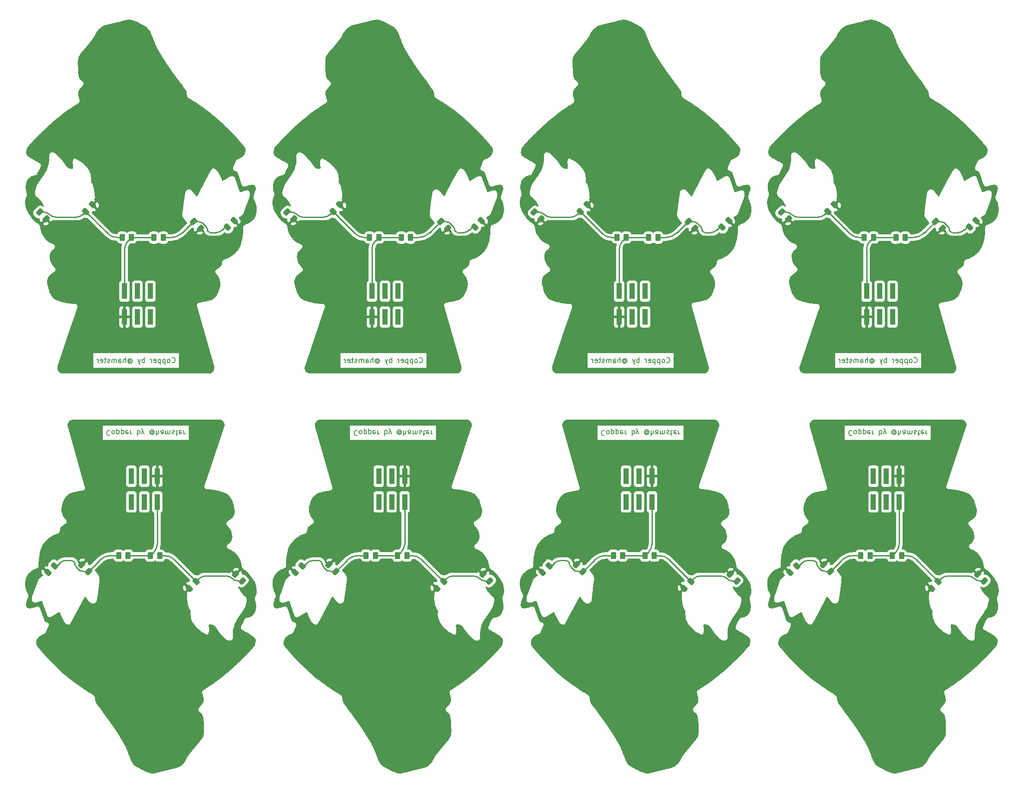
<source format=gbr>
%TF.GenerationSoftware,KiCad,Pcbnew,(6.0.7)*%
%TF.CreationDate,2022-09-13T00:00:18-06:00*%
%TF.ProjectId,MiniMageSpells-panel,4d696e69-4d61-4676-9553-70656c6c732d,1.1*%
%TF.SameCoordinates,Original*%
%TF.FileFunction,Copper,L2,Bot*%
%TF.FilePolarity,Positive*%
%FSLAX46Y46*%
G04 Gerber Fmt 4.6, Leading zero omitted, Abs format (unit mm)*
G04 Created by KiCad (PCBNEW (6.0.7)) date 2022-09-13 00:00:18*
%MOMM*%
%LPD*%
G01*
G04 APERTURE LIST*
G04 Aperture macros list*
%AMRoundRect*
0 Rectangle with rounded corners*
0 $1 Rounding radius*
0 $2 $3 $4 $5 $6 $7 $8 $9 X,Y pos of 4 corners*
0 Add a 4 corners polygon primitive as box body*
4,1,4,$2,$3,$4,$5,$6,$7,$8,$9,$2,$3,0*
0 Add four circle primitives for the rounded corners*
1,1,$1+$1,$2,$3*
1,1,$1+$1,$4,$5*
1,1,$1+$1,$6,$7*
1,1,$1+$1,$8,$9*
0 Add four rect primitives between the rounded corners*
20,1,$1+$1,$2,$3,$4,$5,0*
20,1,$1+$1,$4,$5,$6,$7,0*
20,1,$1+$1,$6,$7,$8,$9,0*
20,1,$1+$1,$8,$9,$2,$3,0*%
G04 Aperture macros list end*
%ADD10C,0.150000*%
%TA.AperFunction,NonConductor*%
%ADD11C,0.150000*%
%TD*%
%TA.AperFunction,SMDPad,CuDef*%
%ADD12RoundRect,0.250000X-0.262500X-0.450000X0.262500X-0.450000X0.262500X0.450000X-0.262500X0.450000X0*%
%TD*%
%TA.AperFunction,SMDPad,CuDef*%
%ADD13R,1.000000X3.150000*%
%TD*%
%TA.AperFunction,SMDPad,CuDef*%
%ADD14RoundRect,0.250000X0.262500X0.450000X-0.262500X0.450000X-0.262500X-0.450000X0.262500X-0.450000X0*%
%TD*%
%TA.AperFunction,SMDPad,CuDef*%
%ADD15RoundRect,0.243750X0.494975X0.150260X0.150260X0.494975X-0.494975X-0.150260X-0.150260X-0.494975X0*%
%TD*%
%TA.AperFunction,SMDPad,CuDef*%
%ADD16RoundRect,0.243750X-0.150260X0.494975X-0.494975X0.150260X0.150260X-0.494975X0.494975X-0.150260X0*%
%TD*%
%TA.AperFunction,SMDPad,CuDef*%
%ADD17RoundRect,0.243750X0.150260X-0.494975X0.494975X-0.150260X-0.150260X0.494975X-0.494975X0.150260X0*%
%TD*%
%TA.AperFunction,SMDPad,CuDef*%
%ADD18RoundRect,0.243750X-0.494975X-0.150260X-0.150260X-0.494975X0.494975X0.150260X0.150260X0.494975X0*%
%TD*%
%TA.AperFunction,ViaPad*%
%ADD19C,0.800000*%
%TD*%
%TA.AperFunction,Conductor*%
%ADD20C,0.250000*%
%TD*%
G04 APERTURE END LIST*
D10*
D11*
X44299800Y-82702956D02*
X44347419Y-82750575D01*
X44490276Y-82798194D01*
X44585514Y-82798194D01*
X44728371Y-82750575D01*
X44823610Y-82655337D01*
X44871229Y-82560099D01*
X44918848Y-82369623D01*
X44918848Y-82226766D01*
X44871229Y-82036290D01*
X44823610Y-81941052D01*
X44728371Y-81845814D01*
X44585514Y-81798194D01*
X44490276Y-81798194D01*
X44347419Y-81845814D01*
X44299800Y-81893433D01*
X43728371Y-82798194D02*
X43823610Y-82750575D01*
X43871229Y-82702956D01*
X43918848Y-82607718D01*
X43918848Y-82322004D01*
X43871229Y-82226766D01*
X43823610Y-82179147D01*
X43728371Y-82131528D01*
X43585514Y-82131528D01*
X43490276Y-82179147D01*
X43442657Y-82226766D01*
X43395038Y-82322004D01*
X43395038Y-82607718D01*
X43442657Y-82702956D01*
X43490276Y-82750575D01*
X43585514Y-82798194D01*
X43728371Y-82798194D01*
X42966467Y-82131528D02*
X42966467Y-83131528D01*
X42966467Y-82179147D02*
X42871229Y-82131528D01*
X42680752Y-82131528D01*
X42585514Y-82179147D01*
X42537895Y-82226766D01*
X42490276Y-82322004D01*
X42490276Y-82607718D01*
X42537895Y-82702956D01*
X42585514Y-82750575D01*
X42680752Y-82798194D01*
X42871229Y-82798194D01*
X42966467Y-82750575D01*
X42061705Y-82131528D02*
X42061705Y-83131528D01*
X42061705Y-82179147D02*
X41966467Y-82131528D01*
X41775991Y-82131528D01*
X41680752Y-82179147D01*
X41633133Y-82226766D01*
X41585514Y-82322004D01*
X41585514Y-82607718D01*
X41633133Y-82702956D01*
X41680752Y-82750575D01*
X41775991Y-82798194D01*
X41966467Y-82798194D01*
X42061705Y-82750575D01*
X40775991Y-82750575D02*
X40871229Y-82798194D01*
X41061705Y-82798194D01*
X41156943Y-82750575D01*
X41204562Y-82655337D01*
X41204562Y-82274385D01*
X41156943Y-82179147D01*
X41061705Y-82131528D01*
X40871229Y-82131528D01*
X40775991Y-82179147D01*
X40728371Y-82274385D01*
X40728371Y-82369623D01*
X41204562Y-82464861D01*
X40299800Y-82798194D02*
X40299800Y-82131528D01*
X40299800Y-82322004D02*
X40252181Y-82226766D01*
X40204562Y-82179147D01*
X40109324Y-82131528D01*
X40014086Y-82131528D01*
X38918848Y-82798194D02*
X38918848Y-81798194D01*
X38918848Y-82179147D02*
X38823610Y-82131528D01*
X38633133Y-82131528D01*
X38537895Y-82179147D01*
X38490276Y-82226766D01*
X38442657Y-82322004D01*
X38442657Y-82607718D01*
X38490276Y-82702956D01*
X38537895Y-82750575D01*
X38633133Y-82798194D01*
X38823610Y-82798194D01*
X38918848Y-82750575D01*
X38109324Y-82131528D02*
X37871229Y-82798194D01*
X37633133Y-82131528D02*
X37871229Y-82798194D01*
X37966467Y-83036290D01*
X38014086Y-83083909D01*
X38109324Y-83131528D01*
X35871229Y-82322004D02*
X35918848Y-82274385D01*
X36014086Y-82226766D01*
X36109324Y-82226766D01*
X36204562Y-82274385D01*
X36252181Y-82322004D01*
X36299800Y-82417242D01*
X36299800Y-82512480D01*
X36252181Y-82607718D01*
X36204562Y-82655337D01*
X36109324Y-82702956D01*
X36014086Y-82702956D01*
X35918848Y-82655337D01*
X35871229Y-82607718D01*
X35871229Y-82226766D02*
X35871229Y-82607718D01*
X35823610Y-82655337D01*
X35775991Y-82655337D01*
X35680752Y-82607718D01*
X35633133Y-82512480D01*
X35633133Y-82274385D01*
X35728371Y-82131528D01*
X35871229Y-82036290D01*
X36061705Y-81988671D01*
X36252181Y-82036290D01*
X36395038Y-82131528D01*
X36490276Y-82274385D01*
X36537895Y-82464861D01*
X36490276Y-82655337D01*
X36395038Y-82798194D01*
X36252181Y-82893433D01*
X36061705Y-82941052D01*
X35871229Y-82893433D01*
X35728371Y-82798194D01*
X35204562Y-82798194D02*
X35204562Y-81798194D01*
X34775991Y-82798194D02*
X34775991Y-82274385D01*
X34823610Y-82179147D01*
X34918848Y-82131528D01*
X35061705Y-82131528D01*
X35156943Y-82179147D01*
X35204562Y-82226766D01*
X33871229Y-82798194D02*
X33871229Y-82274385D01*
X33918848Y-82179147D01*
X34014086Y-82131528D01*
X34204562Y-82131528D01*
X34299800Y-82179147D01*
X33871229Y-82750575D02*
X33966467Y-82798194D01*
X34204562Y-82798194D01*
X34299800Y-82750575D01*
X34347419Y-82655337D01*
X34347419Y-82560099D01*
X34299800Y-82464861D01*
X34204562Y-82417242D01*
X33966467Y-82417242D01*
X33871229Y-82369623D01*
X33395038Y-82798194D02*
X33395038Y-82131528D01*
X33395038Y-82226766D02*
X33347419Y-82179147D01*
X33252181Y-82131528D01*
X33109324Y-82131528D01*
X33014086Y-82179147D01*
X32966467Y-82274385D01*
X32966467Y-82798194D01*
X32966467Y-82274385D02*
X32918848Y-82179147D01*
X32823610Y-82131528D01*
X32680752Y-82131528D01*
X32585514Y-82179147D01*
X32537895Y-82274385D01*
X32537895Y-82798194D01*
X32109324Y-82750575D02*
X32014086Y-82798194D01*
X31823610Y-82798194D01*
X31728371Y-82750575D01*
X31680752Y-82655337D01*
X31680752Y-82607718D01*
X31728371Y-82512480D01*
X31823610Y-82464861D01*
X31966467Y-82464861D01*
X32061705Y-82417242D01*
X32109324Y-82322004D01*
X32109324Y-82274385D01*
X32061705Y-82179147D01*
X31966467Y-82131528D01*
X31823610Y-82131528D01*
X31728371Y-82179147D01*
X31395038Y-82131528D02*
X31014086Y-82131528D01*
X31252181Y-81798194D02*
X31252181Y-82655337D01*
X31204562Y-82750575D01*
X31109324Y-82798194D01*
X31014086Y-82798194D01*
X30299800Y-82750575D02*
X30395038Y-82798194D01*
X30585514Y-82798194D01*
X30680752Y-82750575D01*
X30728371Y-82655337D01*
X30728371Y-82274385D01*
X30680752Y-82179147D01*
X30585514Y-82131528D01*
X30395038Y-82131528D01*
X30299800Y-82179147D01*
X30252181Y-82274385D01*
X30252181Y-82369623D01*
X30728371Y-82464861D01*
X29823610Y-82798194D02*
X29823610Y-82131528D01*
X29823610Y-82322004D02*
X29775991Y-82226766D01*
X29728371Y-82179147D01*
X29633133Y-82131528D01*
X29537895Y-82131528D01*
D10*
D11*
X92767550Y-82702956D02*
X92815169Y-82750575D01*
X92958026Y-82798194D01*
X93053264Y-82798194D01*
X93196121Y-82750575D01*
X93291360Y-82655337D01*
X93338979Y-82560099D01*
X93386598Y-82369623D01*
X93386598Y-82226766D01*
X93338979Y-82036290D01*
X93291360Y-81941052D01*
X93196121Y-81845814D01*
X93053264Y-81798194D01*
X92958026Y-81798194D01*
X92815169Y-81845814D01*
X92767550Y-81893433D01*
X92196121Y-82798194D02*
X92291360Y-82750575D01*
X92338979Y-82702956D01*
X92386598Y-82607718D01*
X92386598Y-82322004D01*
X92338979Y-82226766D01*
X92291360Y-82179147D01*
X92196121Y-82131528D01*
X92053264Y-82131528D01*
X91958026Y-82179147D01*
X91910407Y-82226766D01*
X91862788Y-82322004D01*
X91862788Y-82607718D01*
X91910407Y-82702956D01*
X91958026Y-82750575D01*
X92053264Y-82798194D01*
X92196121Y-82798194D01*
X91434217Y-82131528D02*
X91434217Y-83131528D01*
X91434217Y-82179147D02*
X91338979Y-82131528D01*
X91148502Y-82131528D01*
X91053264Y-82179147D01*
X91005645Y-82226766D01*
X90958026Y-82322004D01*
X90958026Y-82607718D01*
X91005645Y-82702956D01*
X91053264Y-82750575D01*
X91148502Y-82798194D01*
X91338979Y-82798194D01*
X91434217Y-82750575D01*
X90529455Y-82131528D02*
X90529455Y-83131528D01*
X90529455Y-82179147D02*
X90434217Y-82131528D01*
X90243741Y-82131528D01*
X90148502Y-82179147D01*
X90100883Y-82226766D01*
X90053264Y-82322004D01*
X90053264Y-82607718D01*
X90100883Y-82702956D01*
X90148502Y-82750575D01*
X90243741Y-82798194D01*
X90434217Y-82798194D01*
X90529455Y-82750575D01*
X89243741Y-82750575D02*
X89338979Y-82798194D01*
X89529455Y-82798194D01*
X89624693Y-82750575D01*
X89672312Y-82655337D01*
X89672312Y-82274385D01*
X89624693Y-82179147D01*
X89529455Y-82131528D01*
X89338979Y-82131528D01*
X89243741Y-82179147D01*
X89196121Y-82274385D01*
X89196121Y-82369623D01*
X89672312Y-82464861D01*
X88767550Y-82798194D02*
X88767550Y-82131528D01*
X88767550Y-82322004D02*
X88719931Y-82226766D01*
X88672312Y-82179147D01*
X88577074Y-82131528D01*
X88481836Y-82131528D01*
X87386598Y-82798194D02*
X87386598Y-81798194D01*
X87386598Y-82179147D02*
X87291360Y-82131528D01*
X87100883Y-82131528D01*
X87005645Y-82179147D01*
X86958026Y-82226766D01*
X86910407Y-82322004D01*
X86910407Y-82607718D01*
X86958026Y-82702956D01*
X87005645Y-82750575D01*
X87100883Y-82798194D01*
X87291360Y-82798194D01*
X87386598Y-82750575D01*
X86577074Y-82131528D02*
X86338979Y-82798194D01*
X86100883Y-82131528D02*
X86338979Y-82798194D01*
X86434217Y-83036290D01*
X86481836Y-83083909D01*
X86577074Y-83131528D01*
X84338979Y-82322004D02*
X84386598Y-82274385D01*
X84481836Y-82226766D01*
X84577074Y-82226766D01*
X84672312Y-82274385D01*
X84719931Y-82322004D01*
X84767550Y-82417242D01*
X84767550Y-82512480D01*
X84719931Y-82607718D01*
X84672312Y-82655337D01*
X84577074Y-82702956D01*
X84481836Y-82702956D01*
X84386598Y-82655337D01*
X84338979Y-82607718D01*
X84338979Y-82226766D02*
X84338979Y-82607718D01*
X84291360Y-82655337D01*
X84243741Y-82655337D01*
X84148502Y-82607718D01*
X84100883Y-82512480D01*
X84100883Y-82274385D01*
X84196121Y-82131528D01*
X84338979Y-82036290D01*
X84529455Y-81988671D01*
X84719931Y-82036290D01*
X84862788Y-82131528D01*
X84958026Y-82274385D01*
X85005645Y-82464861D01*
X84958026Y-82655337D01*
X84862788Y-82798194D01*
X84719931Y-82893433D01*
X84529455Y-82941052D01*
X84338979Y-82893433D01*
X84196121Y-82798194D01*
X83672312Y-82798194D02*
X83672312Y-81798194D01*
X83243741Y-82798194D02*
X83243741Y-82274385D01*
X83291360Y-82179147D01*
X83386598Y-82131528D01*
X83529455Y-82131528D01*
X83624693Y-82179147D01*
X83672312Y-82226766D01*
X82338979Y-82798194D02*
X82338979Y-82274385D01*
X82386598Y-82179147D01*
X82481836Y-82131528D01*
X82672312Y-82131528D01*
X82767550Y-82179147D01*
X82338979Y-82750575D02*
X82434217Y-82798194D01*
X82672312Y-82798194D01*
X82767550Y-82750575D01*
X82815169Y-82655337D01*
X82815169Y-82560099D01*
X82767550Y-82464861D01*
X82672312Y-82417242D01*
X82434217Y-82417242D01*
X82338979Y-82369623D01*
X81862788Y-82798194D02*
X81862788Y-82131528D01*
X81862788Y-82226766D02*
X81815169Y-82179147D01*
X81719931Y-82131528D01*
X81577074Y-82131528D01*
X81481836Y-82179147D01*
X81434217Y-82274385D01*
X81434217Y-82798194D01*
X81434217Y-82274385D02*
X81386598Y-82179147D01*
X81291360Y-82131528D01*
X81148502Y-82131528D01*
X81053264Y-82179147D01*
X81005645Y-82274385D01*
X81005645Y-82798194D01*
X80577074Y-82750575D02*
X80481836Y-82798194D01*
X80291360Y-82798194D01*
X80196121Y-82750575D01*
X80148502Y-82655337D01*
X80148502Y-82607718D01*
X80196121Y-82512480D01*
X80291360Y-82464861D01*
X80434217Y-82464861D01*
X80529455Y-82417242D01*
X80577074Y-82322004D01*
X80577074Y-82274385D01*
X80529455Y-82179147D01*
X80434217Y-82131528D01*
X80291360Y-82131528D01*
X80196121Y-82179147D01*
X79862788Y-82131528D02*
X79481836Y-82131528D01*
X79719931Y-81798194D02*
X79719931Y-82655337D01*
X79672312Y-82750575D01*
X79577074Y-82798194D01*
X79481836Y-82798194D01*
X78767550Y-82750575D02*
X78862788Y-82798194D01*
X79053264Y-82798194D01*
X79148502Y-82750575D01*
X79196121Y-82655337D01*
X79196121Y-82274385D01*
X79148502Y-82179147D01*
X79053264Y-82131528D01*
X78862788Y-82131528D01*
X78767550Y-82179147D01*
X78719931Y-82274385D01*
X78719931Y-82369623D01*
X79196121Y-82464861D01*
X78291360Y-82798194D02*
X78291360Y-82131528D01*
X78291360Y-82322004D02*
X78243741Y-82226766D01*
X78196121Y-82179147D01*
X78100883Y-82131528D01*
X78005645Y-82131528D01*
D10*
D11*
X141235300Y-82702956D02*
X141282919Y-82750575D01*
X141425776Y-82798194D01*
X141521014Y-82798194D01*
X141663871Y-82750575D01*
X141759110Y-82655337D01*
X141806729Y-82560099D01*
X141854348Y-82369623D01*
X141854348Y-82226766D01*
X141806729Y-82036290D01*
X141759110Y-81941052D01*
X141663871Y-81845814D01*
X141521014Y-81798194D01*
X141425776Y-81798194D01*
X141282919Y-81845814D01*
X141235300Y-81893433D01*
X140663871Y-82798194D02*
X140759110Y-82750575D01*
X140806729Y-82702956D01*
X140854348Y-82607718D01*
X140854348Y-82322004D01*
X140806729Y-82226766D01*
X140759110Y-82179147D01*
X140663871Y-82131528D01*
X140521014Y-82131528D01*
X140425776Y-82179147D01*
X140378157Y-82226766D01*
X140330538Y-82322004D01*
X140330538Y-82607718D01*
X140378157Y-82702956D01*
X140425776Y-82750575D01*
X140521014Y-82798194D01*
X140663871Y-82798194D01*
X139901967Y-82131528D02*
X139901967Y-83131528D01*
X139901967Y-82179147D02*
X139806729Y-82131528D01*
X139616252Y-82131528D01*
X139521014Y-82179147D01*
X139473395Y-82226766D01*
X139425776Y-82322004D01*
X139425776Y-82607718D01*
X139473395Y-82702956D01*
X139521014Y-82750575D01*
X139616252Y-82798194D01*
X139806729Y-82798194D01*
X139901967Y-82750575D01*
X138997205Y-82131528D02*
X138997205Y-83131528D01*
X138997205Y-82179147D02*
X138901967Y-82131528D01*
X138711491Y-82131528D01*
X138616252Y-82179147D01*
X138568633Y-82226766D01*
X138521014Y-82322004D01*
X138521014Y-82607718D01*
X138568633Y-82702956D01*
X138616252Y-82750575D01*
X138711491Y-82798194D01*
X138901967Y-82798194D01*
X138997205Y-82750575D01*
X137711491Y-82750575D02*
X137806729Y-82798194D01*
X137997205Y-82798194D01*
X138092443Y-82750575D01*
X138140062Y-82655337D01*
X138140062Y-82274385D01*
X138092443Y-82179147D01*
X137997205Y-82131528D01*
X137806729Y-82131528D01*
X137711491Y-82179147D01*
X137663871Y-82274385D01*
X137663871Y-82369623D01*
X138140062Y-82464861D01*
X137235300Y-82798194D02*
X137235300Y-82131528D01*
X137235300Y-82322004D02*
X137187681Y-82226766D01*
X137140062Y-82179147D01*
X137044824Y-82131528D01*
X136949586Y-82131528D01*
X135854348Y-82798194D02*
X135854348Y-81798194D01*
X135854348Y-82179147D02*
X135759110Y-82131528D01*
X135568633Y-82131528D01*
X135473395Y-82179147D01*
X135425776Y-82226766D01*
X135378157Y-82322004D01*
X135378157Y-82607718D01*
X135425776Y-82702956D01*
X135473395Y-82750575D01*
X135568633Y-82798194D01*
X135759110Y-82798194D01*
X135854348Y-82750575D01*
X135044824Y-82131528D02*
X134806729Y-82798194D01*
X134568633Y-82131528D02*
X134806729Y-82798194D01*
X134901967Y-83036290D01*
X134949586Y-83083909D01*
X135044824Y-83131528D01*
X132806729Y-82322004D02*
X132854348Y-82274385D01*
X132949586Y-82226766D01*
X133044824Y-82226766D01*
X133140062Y-82274385D01*
X133187681Y-82322004D01*
X133235300Y-82417242D01*
X133235300Y-82512480D01*
X133187681Y-82607718D01*
X133140062Y-82655337D01*
X133044824Y-82702956D01*
X132949586Y-82702956D01*
X132854348Y-82655337D01*
X132806729Y-82607718D01*
X132806729Y-82226766D02*
X132806729Y-82607718D01*
X132759110Y-82655337D01*
X132711491Y-82655337D01*
X132616252Y-82607718D01*
X132568633Y-82512480D01*
X132568633Y-82274385D01*
X132663871Y-82131528D01*
X132806729Y-82036290D01*
X132997205Y-81988671D01*
X133187681Y-82036290D01*
X133330538Y-82131528D01*
X133425776Y-82274385D01*
X133473395Y-82464861D01*
X133425776Y-82655337D01*
X133330538Y-82798194D01*
X133187681Y-82893433D01*
X132997205Y-82941052D01*
X132806729Y-82893433D01*
X132663871Y-82798194D01*
X132140062Y-82798194D02*
X132140062Y-81798194D01*
X131711491Y-82798194D02*
X131711491Y-82274385D01*
X131759110Y-82179147D01*
X131854348Y-82131528D01*
X131997205Y-82131528D01*
X132092443Y-82179147D01*
X132140062Y-82226766D01*
X130806729Y-82798194D02*
X130806729Y-82274385D01*
X130854348Y-82179147D01*
X130949586Y-82131528D01*
X131140062Y-82131528D01*
X131235300Y-82179147D01*
X130806729Y-82750575D02*
X130901967Y-82798194D01*
X131140062Y-82798194D01*
X131235300Y-82750575D01*
X131282919Y-82655337D01*
X131282919Y-82560099D01*
X131235300Y-82464861D01*
X131140062Y-82417242D01*
X130901967Y-82417242D01*
X130806729Y-82369623D01*
X130330538Y-82798194D02*
X130330538Y-82131528D01*
X130330538Y-82226766D02*
X130282919Y-82179147D01*
X130187681Y-82131528D01*
X130044824Y-82131528D01*
X129949586Y-82179147D01*
X129901967Y-82274385D01*
X129901967Y-82798194D01*
X129901967Y-82274385D02*
X129854348Y-82179147D01*
X129759110Y-82131528D01*
X129616252Y-82131528D01*
X129521014Y-82179147D01*
X129473395Y-82274385D01*
X129473395Y-82798194D01*
X129044824Y-82750575D02*
X128949586Y-82798194D01*
X128759110Y-82798194D01*
X128663871Y-82750575D01*
X128616252Y-82655337D01*
X128616252Y-82607718D01*
X128663871Y-82512480D01*
X128759110Y-82464861D01*
X128901967Y-82464861D01*
X128997205Y-82417242D01*
X129044824Y-82322004D01*
X129044824Y-82274385D01*
X128997205Y-82179147D01*
X128901967Y-82131528D01*
X128759110Y-82131528D01*
X128663871Y-82179147D01*
X128330538Y-82131528D02*
X127949586Y-82131528D01*
X128187681Y-81798194D02*
X128187681Y-82655337D01*
X128140062Y-82750575D01*
X128044824Y-82798194D01*
X127949586Y-82798194D01*
X127235300Y-82750575D02*
X127330538Y-82798194D01*
X127521014Y-82798194D01*
X127616252Y-82750575D01*
X127663871Y-82655337D01*
X127663871Y-82274385D01*
X127616252Y-82179147D01*
X127521014Y-82131528D01*
X127330538Y-82131528D01*
X127235300Y-82179147D01*
X127187681Y-82274385D01*
X127187681Y-82369623D01*
X127663871Y-82464861D01*
X126759110Y-82798194D02*
X126759110Y-82131528D01*
X126759110Y-82322004D02*
X126711491Y-82226766D01*
X126663871Y-82179147D01*
X126568633Y-82131528D01*
X126473395Y-82131528D01*
D10*
D11*
X32152181Y-96176613D02*
X32104562Y-96128994D01*
X31961705Y-96081375D01*
X31866467Y-96081375D01*
X31723610Y-96128994D01*
X31628371Y-96224232D01*
X31580752Y-96319470D01*
X31533133Y-96509946D01*
X31533133Y-96652803D01*
X31580752Y-96843279D01*
X31628371Y-96938517D01*
X31723610Y-97033756D01*
X31866467Y-97081375D01*
X31961705Y-97081375D01*
X32104562Y-97033756D01*
X32152181Y-96986136D01*
X32723610Y-96081375D02*
X32628371Y-96128994D01*
X32580752Y-96176613D01*
X32533133Y-96271851D01*
X32533133Y-96557565D01*
X32580752Y-96652803D01*
X32628371Y-96700422D01*
X32723610Y-96748041D01*
X32866467Y-96748041D01*
X32961705Y-96700422D01*
X33009324Y-96652803D01*
X33056943Y-96557565D01*
X33056943Y-96271851D01*
X33009324Y-96176613D01*
X32961705Y-96128994D01*
X32866467Y-96081375D01*
X32723610Y-96081375D01*
X33485514Y-96748041D02*
X33485514Y-95748041D01*
X33485514Y-96700422D02*
X33580752Y-96748041D01*
X33771229Y-96748041D01*
X33866467Y-96700422D01*
X33914086Y-96652803D01*
X33961705Y-96557565D01*
X33961705Y-96271851D01*
X33914086Y-96176613D01*
X33866467Y-96128994D01*
X33771229Y-96081375D01*
X33580752Y-96081375D01*
X33485514Y-96128994D01*
X34390276Y-96748041D02*
X34390276Y-95748041D01*
X34390276Y-96700422D02*
X34485514Y-96748041D01*
X34675991Y-96748041D01*
X34771229Y-96700422D01*
X34818848Y-96652803D01*
X34866467Y-96557565D01*
X34866467Y-96271851D01*
X34818848Y-96176613D01*
X34771229Y-96128994D01*
X34675991Y-96081375D01*
X34485514Y-96081375D01*
X34390276Y-96128994D01*
X35675991Y-96128994D02*
X35580752Y-96081375D01*
X35390276Y-96081375D01*
X35295038Y-96128994D01*
X35247419Y-96224232D01*
X35247419Y-96605184D01*
X35295038Y-96700422D01*
X35390276Y-96748041D01*
X35580752Y-96748041D01*
X35675991Y-96700422D01*
X35723610Y-96605184D01*
X35723610Y-96509946D01*
X35247419Y-96414708D01*
X36152181Y-96081375D02*
X36152181Y-96748041D01*
X36152181Y-96557565D02*
X36199800Y-96652803D01*
X36247419Y-96700422D01*
X36342657Y-96748041D01*
X36437895Y-96748041D01*
X37533133Y-96081375D02*
X37533133Y-97081375D01*
X37533133Y-96700422D02*
X37628371Y-96748041D01*
X37818848Y-96748041D01*
X37914086Y-96700422D01*
X37961705Y-96652803D01*
X38009324Y-96557565D01*
X38009324Y-96271851D01*
X37961705Y-96176613D01*
X37914086Y-96128994D01*
X37818848Y-96081375D01*
X37628371Y-96081375D01*
X37533133Y-96128994D01*
X38342657Y-96748041D02*
X38580752Y-96081375D01*
X38818848Y-96748041D02*
X38580752Y-96081375D01*
X38485514Y-95843279D01*
X38437895Y-95795660D01*
X38342657Y-95748041D01*
X40580752Y-96557565D02*
X40533133Y-96605184D01*
X40437895Y-96652803D01*
X40342657Y-96652803D01*
X40247419Y-96605184D01*
X40199800Y-96557565D01*
X40152181Y-96462327D01*
X40152181Y-96367089D01*
X40199800Y-96271851D01*
X40247419Y-96224232D01*
X40342657Y-96176613D01*
X40437895Y-96176613D01*
X40533133Y-96224232D01*
X40580752Y-96271851D01*
X40580752Y-96652803D02*
X40580752Y-96271851D01*
X40628371Y-96224232D01*
X40675991Y-96224232D01*
X40771229Y-96271851D01*
X40818848Y-96367089D01*
X40818848Y-96605184D01*
X40723610Y-96748041D01*
X40580752Y-96843279D01*
X40390276Y-96890898D01*
X40199800Y-96843279D01*
X40056943Y-96748041D01*
X39961705Y-96605184D01*
X39914086Y-96414708D01*
X39961705Y-96224232D01*
X40056943Y-96081375D01*
X40199800Y-95986136D01*
X40390276Y-95938517D01*
X40580752Y-95986136D01*
X40723610Y-96081375D01*
X41247419Y-96081375D02*
X41247419Y-97081375D01*
X41675991Y-96081375D02*
X41675991Y-96605184D01*
X41628371Y-96700422D01*
X41533133Y-96748041D01*
X41390276Y-96748041D01*
X41295038Y-96700422D01*
X41247419Y-96652803D01*
X42580752Y-96081375D02*
X42580752Y-96605184D01*
X42533133Y-96700422D01*
X42437895Y-96748041D01*
X42247419Y-96748041D01*
X42152181Y-96700422D01*
X42580752Y-96128994D02*
X42485514Y-96081375D01*
X42247419Y-96081375D01*
X42152181Y-96128994D01*
X42104562Y-96224232D01*
X42104562Y-96319470D01*
X42152181Y-96414708D01*
X42247419Y-96462327D01*
X42485514Y-96462327D01*
X42580752Y-96509946D01*
X43056943Y-96081375D02*
X43056943Y-96748041D01*
X43056943Y-96652803D02*
X43104562Y-96700422D01*
X43199800Y-96748041D01*
X43342657Y-96748041D01*
X43437895Y-96700422D01*
X43485514Y-96605184D01*
X43485514Y-96081375D01*
X43485514Y-96605184D02*
X43533133Y-96700422D01*
X43628371Y-96748041D01*
X43771229Y-96748041D01*
X43866467Y-96700422D01*
X43914086Y-96605184D01*
X43914086Y-96081375D01*
X44342657Y-96128994D02*
X44437895Y-96081375D01*
X44628371Y-96081375D01*
X44723610Y-96128994D01*
X44771229Y-96224232D01*
X44771229Y-96271851D01*
X44723610Y-96367089D01*
X44628371Y-96414708D01*
X44485514Y-96414708D01*
X44390276Y-96462327D01*
X44342657Y-96557565D01*
X44342657Y-96605184D01*
X44390276Y-96700422D01*
X44485514Y-96748041D01*
X44628371Y-96748041D01*
X44723610Y-96700422D01*
X45056943Y-96748041D02*
X45437895Y-96748041D01*
X45199800Y-97081375D02*
X45199800Y-96224232D01*
X45247419Y-96128994D01*
X45342657Y-96081375D01*
X45437895Y-96081375D01*
X46152181Y-96128994D02*
X46056943Y-96081375D01*
X45866467Y-96081375D01*
X45771229Y-96128994D01*
X45723610Y-96224232D01*
X45723610Y-96605184D01*
X45771229Y-96700422D01*
X45866467Y-96748041D01*
X46056943Y-96748041D01*
X46152181Y-96700422D01*
X46199800Y-96605184D01*
X46199800Y-96509946D01*
X45723610Y-96414708D01*
X46628371Y-96081375D02*
X46628371Y-96748041D01*
X46628371Y-96557565D02*
X46675991Y-96652803D01*
X46723610Y-96700422D01*
X46818848Y-96748041D01*
X46914086Y-96748041D01*
D10*
D11*
X80619931Y-96176613D02*
X80572312Y-96128994D01*
X80429455Y-96081375D01*
X80334217Y-96081375D01*
X80191360Y-96128994D01*
X80096121Y-96224232D01*
X80048502Y-96319470D01*
X80000883Y-96509946D01*
X80000883Y-96652803D01*
X80048502Y-96843279D01*
X80096121Y-96938517D01*
X80191360Y-97033756D01*
X80334217Y-97081375D01*
X80429455Y-97081375D01*
X80572312Y-97033756D01*
X80619931Y-96986136D01*
X81191360Y-96081375D02*
X81096121Y-96128994D01*
X81048502Y-96176613D01*
X81000883Y-96271851D01*
X81000883Y-96557565D01*
X81048502Y-96652803D01*
X81096121Y-96700422D01*
X81191360Y-96748041D01*
X81334217Y-96748041D01*
X81429455Y-96700422D01*
X81477074Y-96652803D01*
X81524693Y-96557565D01*
X81524693Y-96271851D01*
X81477074Y-96176613D01*
X81429455Y-96128994D01*
X81334217Y-96081375D01*
X81191360Y-96081375D01*
X81953264Y-96748041D02*
X81953264Y-95748041D01*
X81953264Y-96700422D02*
X82048502Y-96748041D01*
X82238979Y-96748041D01*
X82334217Y-96700422D01*
X82381836Y-96652803D01*
X82429455Y-96557565D01*
X82429455Y-96271851D01*
X82381836Y-96176613D01*
X82334217Y-96128994D01*
X82238979Y-96081375D01*
X82048502Y-96081375D01*
X81953264Y-96128994D01*
X82858026Y-96748041D02*
X82858026Y-95748041D01*
X82858026Y-96700422D02*
X82953264Y-96748041D01*
X83143741Y-96748041D01*
X83238979Y-96700422D01*
X83286598Y-96652803D01*
X83334217Y-96557565D01*
X83334217Y-96271851D01*
X83286598Y-96176613D01*
X83238979Y-96128994D01*
X83143741Y-96081375D01*
X82953264Y-96081375D01*
X82858026Y-96128994D01*
X84143741Y-96128994D02*
X84048502Y-96081375D01*
X83858026Y-96081375D01*
X83762788Y-96128994D01*
X83715169Y-96224232D01*
X83715169Y-96605184D01*
X83762788Y-96700422D01*
X83858026Y-96748041D01*
X84048502Y-96748041D01*
X84143741Y-96700422D01*
X84191360Y-96605184D01*
X84191360Y-96509946D01*
X83715169Y-96414708D01*
X84619931Y-96081375D02*
X84619931Y-96748041D01*
X84619931Y-96557565D02*
X84667550Y-96652803D01*
X84715169Y-96700422D01*
X84810407Y-96748041D01*
X84905645Y-96748041D01*
X86000883Y-96081375D02*
X86000883Y-97081375D01*
X86000883Y-96700422D02*
X86096121Y-96748041D01*
X86286598Y-96748041D01*
X86381836Y-96700422D01*
X86429455Y-96652803D01*
X86477074Y-96557565D01*
X86477074Y-96271851D01*
X86429455Y-96176613D01*
X86381836Y-96128994D01*
X86286598Y-96081375D01*
X86096121Y-96081375D01*
X86000883Y-96128994D01*
X86810407Y-96748041D02*
X87048502Y-96081375D01*
X87286598Y-96748041D02*
X87048502Y-96081375D01*
X86953264Y-95843279D01*
X86905645Y-95795660D01*
X86810407Y-95748041D01*
X89048502Y-96557565D02*
X89000883Y-96605184D01*
X88905645Y-96652803D01*
X88810407Y-96652803D01*
X88715169Y-96605184D01*
X88667550Y-96557565D01*
X88619931Y-96462327D01*
X88619931Y-96367089D01*
X88667550Y-96271851D01*
X88715169Y-96224232D01*
X88810407Y-96176613D01*
X88905645Y-96176613D01*
X89000883Y-96224232D01*
X89048502Y-96271851D01*
X89048502Y-96652803D02*
X89048502Y-96271851D01*
X89096121Y-96224232D01*
X89143741Y-96224232D01*
X89238979Y-96271851D01*
X89286598Y-96367089D01*
X89286598Y-96605184D01*
X89191360Y-96748041D01*
X89048502Y-96843279D01*
X88858026Y-96890898D01*
X88667550Y-96843279D01*
X88524693Y-96748041D01*
X88429455Y-96605184D01*
X88381836Y-96414708D01*
X88429455Y-96224232D01*
X88524693Y-96081375D01*
X88667550Y-95986136D01*
X88858026Y-95938517D01*
X89048502Y-95986136D01*
X89191360Y-96081375D01*
X89715169Y-96081375D02*
X89715169Y-97081375D01*
X90143741Y-96081375D02*
X90143741Y-96605184D01*
X90096121Y-96700422D01*
X90000883Y-96748041D01*
X89858026Y-96748041D01*
X89762788Y-96700422D01*
X89715169Y-96652803D01*
X91048502Y-96081375D02*
X91048502Y-96605184D01*
X91000883Y-96700422D01*
X90905645Y-96748041D01*
X90715169Y-96748041D01*
X90619931Y-96700422D01*
X91048502Y-96128994D02*
X90953264Y-96081375D01*
X90715169Y-96081375D01*
X90619931Y-96128994D01*
X90572312Y-96224232D01*
X90572312Y-96319470D01*
X90619931Y-96414708D01*
X90715169Y-96462327D01*
X90953264Y-96462327D01*
X91048502Y-96509946D01*
X91524693Y-96081375D02*
X91524693Y-96748041D01*
X91524693Y-96652803D02*
X91572312Y-96700422D01*
X91667550Y-96748041D01*
X91810407Y-96748041D01*
X91905645Y-96700422D01*
X91953264Y-96605184D01*
X91953264Y-96081375D01*
X91953264Y-96605184D02*
X92000883Y-96700422D01*
X92096121Y-96748041D01*
X92238979Y-96748041D01*
X92334217Y-96700422D01*
X92381836Y-96605184D01*
X92381836Y-96081375D01*
X92810407Y-96128994D02*
X92905645Y-96081375D01*
X93096121Y-96081375D01*
X93191360Y-96128994D01*
X93238979Y-96224232D01*
X93238979Y-96271851D01*
X93191360Y-96367089D01*
X93096121Y-96414708D01*
X92953264Y-96414708D01*
X92858026Y-96462327D01*
X92810407Y-96557565D01*
X92810407Y-96605184D01*
X92858026Y-96700422D01*
X92953264Y-96748041D01*
X93096121Y-96748041D01*
X93191360Y-96700422D01*
X93524693Y-96748041D02*
X93905645Y-96748041D01*
X93667550Y-97081375D02*
X93667550Y-96224232D01*
X93715169Y-96128994D01*
X93810407Y-96081375D01*
X93905645Y-96081375D01*
X94619931Y-96128994D02*
X94524693Y-96081375D01*
X94334217Y-96081375D01*
X94238979Y-96128994D01*
X94191360Y-96224232D01*
X94191360Y-96605184D01*
X94238979Y-96700422D01*
X94334217Y-96748041D01*
X94524693Y-96748041D01*
X94619931Y-96700422D01*
X94667550Y-96605184D01*
X94667550Y-96509946D01*
X94191360Y-96414708D01*
X95096121Y-96081375D02*
X95096121Y-96748041D01*
X95096121Y-96557565D02*
X95143741Y-96652803D01*
X95191360Y-96700422D01*
X95286598Y-96748041D01*
X95381836Y-96748041D01*
D10*
D11*
X189703050Y-82702956D02*
X189750669Y-82750575D01*
X189893526Y-82798194D01*
X189988764Y-82798194D01*
X190131621Y-82750575D01*
X190226860Y-82655337D01*
X190274479Y-82560099D01*
X190322098Y-82369623D01*
X190322098Y-82226766D01*
X190274479Y-82036290D01*
X190226860Y-81941052D01*
X190131621Y-81845814D01*
X189988764Y-81798194D01*
X189893526Y-81798194D01*
X189750669Y-81845814D01*
X189703050Y-81893433D01*
X189131621Y-82798194D02*
X189226860Y-82750575D01*
X189274479Y-82702956D01*
X189322098Y-82607718D01*
X189322098Y-82322004D01*
X189274479Y-82226766D01*
X189226860Y-82179147D01*
X189131621Y-82131528D01*
X188988764Y-82131528D01*
X188893526Y-82179147D01*
X188845907Y-82226766D01*
X188798288Y-82322004D01*
X188798288Y-82607718D01*
X188845907Y-82702956D01*
X188893526Y-82750575D01*
X188988764Y-82798194D01*
X189131621Y-82798194D01*
X188369717Y-82131528D02*
X188369717Y-83131528D01*
X188369717Y-82179147D02*
X188274479Y-82131528D01*
X188084002Y-82131528D01*
X187988764Y-82179147D01*
X187941145Y-82226766D01*
X187893526Y-82322004D01*
X187893526Y-82607718D01*
X187941145Y-82702956D01*
X187988764Y-82750575D01*
X188084002Y-82798194D01*
X188274479Y-82798194D01*
X188369717Y-82750575D01*
X187464955Y-82131528D02*
X187464955Y-83131528D01*
X187464955Y-82179147D02*
X187369717Y-82131528D01*
X187179241Y-82131528D01*
X187084002Y-82179147D01*
X187036383Y-82226766D01*
X186988764Y-82322004D01*
X186988764Y-82607718D01*
X187036383Y-82702956D01*
X187084002Y-82750575D01*
X187179241Y-82798194D01*
X187369717Y-82798194D01*
X187464955Y-82750575D01*
X186179241Y-82750575D02*
X186274479Y-82798194D01*
X186464955Y-82798194D01*
X186560193Y-82750575D01*
X186607812Y-82655337D01*
X186607812Y-82274385D01*
X186560193Y-82179147D01*
X186464955Y-82131528D01*
X186274479Y-82131528D01*
X186179241Y-82179147D01*
X186131621Y-82274385D01*
X186131621Y-82369623D01*
X186607812Y-82464861D01*
X185703050Y-82798194D02*
X185703050Y-82131528D01*
X185703050Y-82322004D02*
X185655431Y-82226766D01*
X185607812Y-82179147D01*
X185512574Y-82131528D01*
X185417336Y-82131528D01*
X184322098Y-82798194D02*
X184322098Y-81798194D01*
X184322098Y-82179147D02*
X184226860Y-82131528D01*
X184036383Y-82131528D01*
X183941145Y-82179147D01*
X183893526Y-82226766D01*
X183845907Y-82322004D01*
X183845907Y-82607718D01*
X183893526Y-82702956D01*
X183941145Y-82750575D01*
X184036383Y-82798194D01*
X184226860Y-82798194D01*
X184322098Y-82750575D01*
X183512574Y-82131528D02*
X183274479Y-82798194D01*
X183036383Y-82131528D02*
X183274479Y-82798194D01*
X183369717Y-83036290D01*
X183417336Y-83083909D01*
X183512574Y-83131528D01*
X181274479Y-82322004D02*
X181322098Y-82274385D01*
X181417336Y-82226766D01*
X181512574Y-82226766D01*
X181607812Y-82274385D01*
X181655431Y-82322004D01*
X181703050Y-82417242D01*
X181703050Y-82512480D01*
X181655431Y-82607718D01*
X181607812Y-82655337D01*
X181512574Y-82702956D01*
X181417336Y-82702956D01*
X181322098Y-82655337D01*
X181274479Y-82607718D01*
X181274479Y-82226766D02*
X181274479Y-82607718D01*
X181226860Y-82655337D01*
X181179241Y-82655337D01*
X181084002Y-82607718D01*
X181036383Y-82512480D01*
X181036383Y-82274385D01*
X181131621Y-82131528D01*
X181274479Y-82036290D01*
X181464955Y-81988671D01*
X181655431Y-82036290D01*
X181798288Y-82131528D01*
X181893526Y-82274385D01*
X181941145Y-82464861D01*
X181893526Y-82655337D01*
X181798288Y-82798194D01*
X181655431Y-82893433D01*
X181464955Y-82941052D01*
X181274479Y-82893433D01*
X181131621Y-82798194D01*
X180607812Y-82798194D02*
X180607812Y-81798194D01*
X180179241Y-82798194D02*
X180179241Y-82274385D01*
X180226860Y-82179147D01*
X180322098Y-82131528D01*
X180464955Y-82131528D01*
X180560193Y-82179147D01*
X180607812Y-82226766D01*
X179274479Y-82798194D02*
X179274479Y-82274385D01*
X179322098Y-82179147D01*
X179417336Y-82131528D01*
X179607812Y-82131528D01*
X179703050Y-82179147D01*
X179274479Y-82750575D02*
X179369717Y-82798194D01*
X179607812Y-82798194D01*
X179703050Y-82750575D01*
X179750669Y-82655337D01*
X179750669Y-82560099D01*
X179703050Y-82464861D01*
X179607812Y-82417242D01*
X179369717Y-82417242D01*
X179274479Y-82369623D01*
X178798288Y-82798194D02*
X178798288Y-82131528D01*
X178798288Y-82226766D02*
X178750669Y-82179147D01*
X178655431Y-82131528D01*
X178512574Y-82131528D01*
X178417336Y-82179147D01*
X178369717Y-82274385D01*
X178369717Y-82798194D01*
X178369717Y-82274385D02*
X178322098Y-82179147D01*
X178226860Y-82131528D01*
X178084002Y-82131528D01*
X177988764Y-82179147D01*
X177941145Y-82274385D01*
X177941145Y-82798194D01*
X177512574Y-82750575D02*
X177417336Y-82798194D01*
X177226860Y-82798194D01*
X177131621Y-82750575D01*
X177084002Y-82655337D01*
X177084002Y-82607718D01*
X177131621Y-82512480D01*
X177226860Y-82464861D01*
X177369717Y-82464861D01*
X177464955Y-82417242D01*
X177512574Y-82322004D01*
X177512574Y-82274385D01*
X177464955Y-82179147D01*
X177369717Y-82131528D01*
X177226860Y-82131528D01*
X177131621Y-82179147D01*
X176798288Y-82131528D02*
X176417336Y-82131528D01*
X176655431Y-81798194D02*
X176655431Y-82655337D01*
X176607812Y-82750575D01*
X176512574Y-82798194D01*
X176417336Y-82798194D01*
X175703050Y-82750575D02*
X175798288Y-82798194D01*
X175988764Y-82798194D01*
X176084002Y-82750575D01*
X176131621Y-82655337D01*
X176131621Y-82274385D01*
X176084002Y-82179147D01*
X175988764Y-82131528D01*
X175798288Y-82131528D01*
X175703050Y-82179147D01*
X175655431Y-82274385D01*
X175655431Y-82369623D01*
X176131621Y-82464861D01*
X175226860Y-82798194D02*
X175226860Y-82131528D01*
X175226860Y-82322004D02*
X175179241Y-82226766D01*
X175131621Y-82179147D01*
X175036383Y-82131528D01*
X174941145Y-82131528D01*
D10*
D11*
X129087681Y-96176613D02*
X129040062Y-96128994D01*
X128897205Y-96081375D01*
X128801967Y-96081375D01*
X128659110Y-96128994D01*
X128563871Y-96224232D01*
X128516252Y-96319470D01*
X128468633Y-96509946D01*
X128468633Y-96652803D01*
X128516252Y-96843279D01*
X128563871Y-96938517D01*
X128659110Y-97033756D01*
X128801967Y-97081375D01*
X128897205Y-97081375D01*
X129040062Y-97033756D01*
X129087681Y-96986136D01*
X129659110Y-96081375D02*
X129563871Y-96128994D01*
X129516252Y-96176613D01*
X129468633Y-96271851D01*
X129468633Y-96557565D01*
X129516252Y-96652803D01*
X129563871Y-96700422D01*
X129659110Y-96748041D01*
X129801967Y-96748041D01*
X129897205Y-96700422D01*
X129944824Y-96652803D01*
X129992443Y-96557565D01*
X129992443Y-96271851D01*
X129944824Y-96176613D01*
X129897205Y-96128994D01*
X129801967Y-96081375D01*
X129659110Y-96081375D01*
X130421014Y-96748041D02*
X130421014Y-95748041D01*
X130421014Y-96700422D02*
X130516252Y-96748041D01*
X130706729Y-96748041D01*
X130801967Y-96700422D01*
X130849586Y-96652803D01*
X130897205Y-96557565D01*
X130897205Y-96271851D01*
X130849586Y-96176613D01*
X130801967Y-96128994D01*
X130706729Y-96081375D01*
X130516252Y-96081375D01*
X130421014Y-96128994D01*
X131325776Y-96748041D02*
X131325776Y-95748041D01*
X131325776Y-96700422D02*
X131421014Y-96748041D01*
X131611491Y-96748041D01*
X131706729Y-96700422D01*
X131754348Y-96652803D01*
X131801967Y-96557565D01*
X131801967Y-96271851D01*
X131754348Y-96176613D01*
X131706729Y-96128994D01*
X131611491Y-96081375D01*
X131421014Y-96081375D01*
X131325776Y-96128994D01*
X132611491Y-96128994D02*
X132516252Y-96081375D01*
X132325776Y-96081375D01*
X132230538Y-96128994D01*
X132182919Y-96224232D01*
X132182919Y-96605184D01*
X132230538Y-96700422D01*
X132325776Y-96748041D01*
X132516252Y-96748041D01*
X132611491Y-96700422D01*
X132659110Y-96605184D01*
X132659110Y-96509946D01*
X132182919Y-96414708D01*
X133087681Y-96081375D02*
X133087681Y-96748041D01*
X133087681Y-96557565D02*
X133135300Y-96652803D01*
X133182919Y-96700422D01*
X133278157Y-96748041D01*
X133373395Y-96748041D01*
X134468633Y-96081375D02*
X134468633Y-97081375D01*
X134468633Y-96700422D02*
X134563871Y-96748041D01*
X134754348Y-96748041D01*
X134849586Y-96700422D01*
X134897205Y-96652803D01*
X134944824Y-96557565D01*
X134944824Y-96271851D01*
X134897205Y-96176613D01*
X134849586Y-96128994D01*
X134754348Y-96081375D01*
X134563871Y-96081375D01*
X134468633Y-96128994D01*
X135278157Y-96748041D02*
X135516252Y-96081375D01*
X135754348Y-96748041D02*
X135516252Y-96081375D01*
X135421014Y-95843279D01*
X135373395Y-95795660D01*
X135278157Y-95748041D01*
X137516252Y-96557565D02*
X137468633Y-96605184D01*
X137373395Y-96652803D01*
X137278157Y-96652803D01*
X137182919Y-96605184D01*
X137135300Y-96557565D01*
X137087681Y-96462327D01*
X137087681Y-96367089D01*
X137135300Y-96271851D01*
X137182919Y-96224232D01*
X137278157Y-96176613D01*
X137373395Y-96176613D01*
X137468633Y-96224232D01*
X137516252Y-96271851D01*
X137516252Y-96652803D02*
X137516252Y-96271851D01*
X137563871Y-96224232D01*
X137611491Y-96224232D01*
X137706729Y-96271851D01*
X137754348Y-96367089D01*
X137754348Y-96605184D01*
X137659110Y-96748041D01*
X137516252Y-96843279D01*
X137325776Y-96890898D01*
X137135300Y-96843279D01*
X136992443Y-96748041D01*
X136897205Y-96605184D01*
X136849586Y-96414708D01*
X136897205Y-96224232D01*
X136992443Y-96081375D01*
X137135300Y-95986136D01*
X137325776Y-95938517D01*
X137516252Y-95986136D01*
X137659110Y-96081375D01*
X138182919Y-96081375D02*
X138182919Y-97081375D01*
X138611491Y-96081375D02*
X138611491Y-96605184D01*
X138563871Y-96700422D01*
X138468633Y-96748041D01*
X138325776Y-96748041D01*
X138230538Y-96700422D01*
X138182919Y-96652803D01*
X139516252Y-96081375D02*
X139516252Y-96605184D01*
X139468633Y-96700422D01*
X139373395Y-96748041D01*
X139182919Y-96748041D01*
X139087681Y-96700422D01*
X139516252Y-96128994D02*
X139421014Y-96081375D01*
X139182919Y-96081375D01*
X139087681Y-96128994D01*
X139040062Y-96224232D01*
X139040062Y-96319470D01*
X139087681Y-96414708D01*
X139182919Y-96462327D01*
X139421014Y-96462327D01*
X139516252Y-96509946D01*
X139992443Y-96081375D02*
X139992443Y-96748041D01*
X139992443Y-96652803D02*
X140040062Y-96700422D01*
X140135300Y-96748041D01*
X140278157Y-96748041D01*
X140373395Y-96700422D01*
X140421014Y-96605184D01*
X140421014Y-96081375D01*
X140421014Y-96605184D02*
X140468633Y-96700422D01*
X140563871Y-96748041D01*
X140706729Y-96748041D01*
X140801967Y-96700422D01*
X140849586Y-96605184D01*
X140849586Y-96081375D01*
X141278157Y-96128994D02*
X141373395Y-96081375D01*
X141563871Y-96081375D01*
X141659110Y-96128994D01*
X141706729Y-96224232D01*
X141706729Y-96271851D01*
X141659110Y-96367089D01*
X141563871Y-96414708D01*
X141421014Y-96414708D01*
X141325776Y-96462327D01*
X141278157Y-96557565D01*
X141278157Y-96605184D01*
X141325776Y-96700422D01*
X141421014Y-96748041D01*
X141563871Y-96748041D01*
X141659110Y-96700422D01*
X141992443Y-96748041D02*
X142373395Y-96748041D01*
X142135300Y-97081375D02*
X142135300Y-96224232D01*
X142182919Y-96128994D01*
X142278157Y-96081375D01*
X142373395Y-96081375D01*
X143087681Y-96128994D02*
X142992443Y-96081375D01*
X142801967Y-96081375D01*
X142706729Y-96128994D01*
X142659110Y-96224232D01*
X142659110Y-96605184D01*
X142706729Y-96700422D01*
X142801967Y-96748041D01*
X142992443Y-96748041D01*
X143087681Y-96700422D01*
X143135300Y-96605184D01*
X143135300Y-96509946D01*
X142659110Y-96414708D01*
X143563871Y-96081375D02*
X143563871Y-96748041D01*
X143563871Y-96557565D02*
X143611491Y-96652803D01*
X143659110Y-96700422D01*
X143754348Y-96748041D01*
X143849586Y-96748041D01*
D10*
D11*
X177555431Y-96176613D02*
X177507812Y-96128994D01*
X177364955Y-96081375D01*
X177269717Y-96081375D01*
X177126860Y-96128994D01*
X177031621Y-96224232D01*
X176984002Y-96319470D01*
X176936383Y-96509946D01*
X176936383Y-96652803D01*
X176984002Y-96843279D01*
X177031621Y-96938517D01*
X177126860Y-97033756D01*
X177269717Y-97081375D01*
X177364955Y-97081375D01*
X177507812Y-97033756D01*
X177555431Y-96986136D01*
X178126860Y-96081375D02*
X178031621Y-96128994D01*
X177984002Y-96176613D01*
X177936383Y-96271851D01*
X177936383Y-96557565D01*
X177984002Y-96652803D01*
X178031621Y-96700422D01*
X178126860Y-96748041D01*
X178269717Y-96748041D01*
X178364955Y-96700422D01*
X178412574Y-96652803D01*
X178460193Y-96557565D01*
X178460193Y-96271851D01*
X178412574Y-96176613D01*
X178364955Y-96128994D01*
X178269717Y-96081375D01*
X178126860Y-96081375D01*
X178888764Y-96748041D02*
X178888764Y-95748041D01*
X178888764Y-96700422D02*
X178984002Y-96748041D01*
X179174479Y-96748041D01*
X179269717Y-96700422D01*
X179317336Y-96652803D01*
X179364955Y-96557565D01*
X179364955Y-96271851D01*
X179317336Y-96176613D01*
X179269717Y-96128994D01*
X179174479Y-96081375D01*
X178984002Y-96081375D01*
X178888764Y-96128994D01*
X179793526Y-96748041D02*
X179793526Y-95748041D01*
X179793526Y-96700422D02*
X179888764Y-96748041D01*
X180079241Y-96748041D01*
X180174479Y-96700422D01*
X180222098Y-96652803D01*
X180269717Y-96557565D01*
X180269717Y-96271851D01*
X180222098Y-96176613D01*
X180174479Y-96128994D01*
X180079241Y-96081375D01*
X179888764Y-96081375D01*
X179793526Y-96128994D01*
X181079241Y-96128994D02*
X180984002Y-96081375D01*
X180793526Y-96081375D01*
X180698288Y-96128994D01*
X180650669Y-96224232D01*
X180650669Y-96605184D01*
X180698288Y-96700422D01*
X180793526Y-96748041D01*
X180984002Y-96748041D01*
X181079241Y-96700422D01*
X181126860Y-96605184D01*
X181126860Y-96509946D01*
X180650669Y-96414708D01*
X181555431Y-96081375D02*
X181555431Y-96748041D01*
X181555431Y-96557565D02*
X181603050Y-96652803D01*
X181650669Y-96700422D01*
X181745907Y-96748041D01*
X181841145Y-96748041D01*
X182936383Y-96081375D02*
X182936383Y-97081375D01*
X182936383Y-96700422D02*
X183031621Y-96748041D01*
X183222098Y-96748041D01*
X183317336Y-96700422D01*
X183364955Y-96652803D01*
X183412574Y-96557565D01*
X183412574Y-96271851D01*
X183364955Y-96176613D01*
X183317336Y-96128994D01*
X183222098Y-96081375D01*
X183031621Y-96081375D01*
X182936383Y-96128994D01*
X183745907Y-96748041D02*
X183984002Y-96081375D01*
X184222098Y-96748041D02*
X183984002Y-96081375D01*
X183888764Y-95843279D01*
X183841145Y-95795660D01*
X183745907Y-95748041D01*
X185984002Y-96557565D02*
X185936383Y-96605184D01*
X185841145Y-96652803D01*
X185745907Y-96652803D01*
X185650669Y-96605184D01*
X185603050Y-96557565D01*
X185555431Y-96462327D01*
X185555431Y-96367089D01*
X185603050Y-96271851D01*
X185650669Y-96224232D01*
X185745907Y-96176613D01*
X185841145Y-96176613D01*
X185936383Y-96224232D01*
X185984002Y-96271851D01*
X185984002Y-96652803D02*
X185984002Y-96271851D01*
X186031621Y-96224232D01*
X186079241Y-96224232D01*
X186174479Y-96271851D01*
X186222098Y-96367089D01*
X186222098Y-96605184D01*
X186126860Y-96748041D01*
X185984002Y-96843279D01*
X185793526Y-96890898D01*
X185603050Y-96843279D01*
X185460193Y-96748041D01*
X185364955Y-96605184D01*
X185317336Y-96414708D01*
X185364955Y-96224232D01*
X185460193Y-96081375D01*
X185603050Y-95986136D01*
X185793526Y-95938517D01*
X185984002Y-95986136D01*
X186126860Y-96081375D01*
X186650669Y-96081375D02*
X186650669Y-97081375D01*
X187079241Y-96081375D02*
X187079241Y-96605184D01*
X187031621Y-96700422D01*
X186936383Y-96748041D01*
X186793526Y-96748041D01*
X186698288Y-96700422D01*
X186650669Y-96652803D01*
X187984002Y-96081375D02*
X187984002Y-96605184D01*
X187936383Y-96700422D01*
X187841145Y-96748041D01*
X187650669Y-96748041D01*
X187555431Y-96700422D01*
X187984002Y-96128994D02*
X187888764Y-96081375D01*
X187650669Y-96081375D01*
X187555431Y-96128994D01*
X187507812Y-96224232D01*
X187507812Y-96319470D01*
X187555431Y-96414708D01*
X187650669Y-96462327D01*
X187888764Y-96462327D01*
X187984002Y-96509946D01*
X188460193Y-96081375D02*
X188460193Y-96748041D01*
X188460193Y-96652803D02*
X188507812Y-96700422D01*
X188603050Y-96748041D01*
X188745907Y-96748041D01*
X188841145Y-96700422D01*
X188888764Y-96605184D01*
X188888764Y-96081375D01*
X188888764Y-96605184D02*
X188936383Y-96700422D01*
X189031621Y-96748041D01*
X189174479Y-96748041D01*
X189269717Y-96700422D01*
X189317336Y-96605184D01*
X189317336Y-96081375D01*
X189745907Y-96128994D02*
X189841145Y-96081375D01*
X190031621Y-96081375D01*
X190126860Y-96128994D01*
X190174479Y-96224232D01*
X190174479Y-96271851D01*
X190126860Y-96367089D01*
X190031621Y-96414708D01*
X189888764Y-96414708D01*
X189793526Y-96462327D01*
X189745907Y-96557565D01*
X189745907Y-96605184D01*
X189793526Y-96700422D01*
X189888764Y-96748041D01*
X190031621Y-96748041D01*
X190126860Y-96700422D01*
X190460193Y-96748041D02*
X190841145Y-96748041D01*
X190603050Y-97081375D02*
X190603050Y-96224232D01*
X190650669Y-96128994D01*
X190745907Y-96081375D01*
X190841145Y-96081375D01*
X191555431Y-96128994D02*
X191460193Y-96081375D01*
X191269717Y-96081375D01*
X191174479Y-96128994D01*
X191126860Y-96224232D01*
X191126860Y-96605184D01*
X191174479Y-96700422D01*
X191269717Y-96748041D01*
X191460193Y-96748041D01*
X191555431Y-96700422D01*
X191603050Y-96605184D01*
X191603050Y-96509946D01*
X191126860Y-96414708D01*
X192031621Y-96081375D02*
X192031621Y-96748041D01*
X192031621Y-96557565D02*
X192079241Y-96652803D01*
X192126860Y-96700422D01*
X192222098Y-96748041D01*
X192317336Y-96748041D01*
D12*
%TO.P,R1,1*%
%TO.N,Board_2-+3V3*%
X137704429Y-58256194D03*
%TO.P,R1,2*%
%TO.N,Board_2-Net-(D1-Pad2)*%
X139529429Y-58256194D03*
%TD*%
D13*
%TO.P,X1,1,VCC*%
%TO.N,Board_5-+3V3*%
X89903741Y-110108756D03*
%TO.P,X1,2,GND*%
%TO.N,Board_5-GND*%
X89903741Y-105058756D03*
%TO.P,X1,3,SDA*%
%TO.N,Board_5-unconnected-(X1-Pad3)*%
X87363741Y-110108756D03*
%TO.P,X1,4,SCL*%
%TO.N,Board_5-unconnected-(X1-Pad4)*%
X87363741Y-105058756D03*
%TO.P,X1,5,GPIO1*%
%TO.N,Board_5-unconnected-(X1-Pad5)*%
X84823741Y-110108756D03*
%TO.P,X1,6,GPIO2*%
%TO.N,Board_5-unconnected-(X1-Pad6)*%
X84823741Y-105058756D03*
%TD*%
D14*
%TO.P,R1,1*%
%TO.N,Board_7-+3V3*%
X181086303Y-120623376D03*
%TO.P,R1,2*%
%TO.N,Board_7-Net-(D1-Pad2)*%
X179261303Y-120623376D03*
%TD*%
D15*
%TO.P,D1,1,K*%
%TO.N,Board_1-GND*%
X98322092Y-56429107D03*
%TO.P,D1,2,A*%
%TO.N,Board_1-Net-(D1-Pad2)*%
X96996266Y-55103281D03*
%TD*%
D13*
%TO.P,X1,1,VCC*%
%TO.N,Board_0-+3V3*%
X35015991Y-68770814D03*
%TO.P,X1,2,GND*%
%TO.N,Board_0-GND*%
X35015991Y-73820814D03*
%TO.P,X1,3,SDA*%
%TO.N,Board_0-unconnected-(X1-Pad3)*%
X37555991Y-68770814D03*
%TO.P,X1,4,SCL*%
%TO.N,Board_0-unconnected-(X1-Pad4)*%
X37555991Y-73820814D03*
%TO.P,X1,5,GPIO1*%
%TO.N,Board_0-unconnected-(X1-Pad5)*%
X40095991Y-68770814D03*
%TO.P,X1,6,GPIO2*%
%TO.N,Board_0-unconnected-(X1-Pad6)*%
X40095991Y-73820814D03*
%TD*%
D12*
%TO.P,R1,1*%
%TO.N,Board_3-+3V3*%
X186172179Y-58256194D03*
%TO.P,R1,2*%
%TO.N,Board_3-Net-(D1-Pad2)*%
X187997179Y-58256194D03*
%TD*%
D15*
%TO.P,D3,1,K*%
%TO.N,Board_1-GND*%
X68152092Y-54579107D03*
%TO.P,D3,2,A*%
%TO.N,Board_1-Net-(D3-Pad2)*%
X66826266Y-53253281D03*
%TD*%
D16*
%TO.P,D2,1,K*%
%TO.N,Board_3-GND*%
X201884789Y-54916084D03*
%TO.P,D2,2,A*%
%TO.N,Board_3-Net-(D1-Pad2)*%
X200558963Y-56241910D03*
%TD*%
D12*
%TO.P,R2,1*%
%TO.N,Board_5-+3V3*%
X88535803Y-120643376D03*
%TO.P,R2,2*%
%TO.N,Board_5-Net-(D3-Pad2)*%
X90360803Y-120643376D03*
%TD*%
D13*
%TO.P,X1,1,VCC*%
%TO.N,Board_1-+3V3*%
X83483741Y-68770814D03*
%TO.P,X1,2,GND*%
%TO.N,Board_1-GND*%
X83483741Y-73820814D03*
%TO.P,X1,3,SDA*%
%TO.N,Board_1-unconnected-(X1-Pad3)*%
X86023741Y-68770814D03*
%TO.P,X1,4,SCL*%
%TO.N,Board_1-unconnected-(X1-Pad4)*%
X86023741Y-73820814D03*
%TO.P,X1,5,GPIO1*%
%TO.N,Board_1-unconnected-(X1-Pad5)*%
X88563741Y-68770814D03*
%TO.P,X1,6,GPIO2*%
%TO.N,Board_1-unconnected-(X1-Pad6)*%
X88563741Y-73820814D03*
%TD*%
D17*
%TO.P,D4,1,K*%
%TO.N,Board_6-GND*%
X144663140Y-127046289D03*
%TO.P,D4,2,A*%
%TO.N,Board_6-Net-(D3-Pad2)*%
X145988966Y-125720463D03*
%TD*%
%TO.P,D2,1,K*%
%TO.N,Board_4-GND*%
X19970443Y-123963486D03*
%TO.P,D2,2,A*%
%TO.N,Board_4-Net-(D1-Pad2)*%
X21296269Y-122637660D03*
%TD*%
D12*
%TO.P,R1,1*%
%TO.N,Board_1-+3V3*%
X89236679Y-58256194D03*
%TO.P,R1,2*%
%TO.N,Board_1-Net-(D1-Pad2)*%
X91061679Y-58256194D03*
%TD*%
D17*
%TO.P,D2,1,K*%
%TO.N,Board_5-GND*%
X68438193Y-123963486D03*
%TO.P,D2,2,A*%
%TO.N,Board_5-Net-(D1-Pad2)*%
X69764019Y-122637660D03*
%TD*%
D18*
%TO.P,D3,1,K*%
%TO.N,Board_7-GND*%
X202170890Y-124300463D03*
%TO.P,D3,2,A*%
%TO.N,Board_7-Net-(D3-Pad2)*%
X203496716Y-125626289D03*
%TD*%
D16*
%TO.P,D2,1,K*%
%TO.N,Board_0-GND*%
X56481539Y-54916084D03*
%TO.P,D2,2,A*%
%TO.N,Board_0-Net-(D1-Pad2)*%
X55155713Y-56241910D03*
%TD*%
D14*
%TO.P,R2,1*%
%TO.N,Board_1-+3V3*%
X84851679Y-58236194D03*
%TO.P,R2,2*%
%TO.N,Board_1-Net-(D3-Pad2)*%
X83026679Y-58236194D03*
%TD*%
D16*
%TO.P,D4,1,K*%
%TO.N,Board_1-GND*%
X77192092Y-51833281D03*
%TO.P,D4,2,A*%
%TO.N,Board_1-Net-(D3-Pad2)*%
X75866266Y-53159107D03*
%TD*%
D13*
%TO.P,X1,1,VCC*%
%TO.N,Board_7-+3V3*%
X186839241Y-110108756D03*
%TO.P,X1,2,GND*%
%TO.N,Board_7-GND*%
X186839241Y-105058756D03*
%TO.P,X1,3,SDA*%
%TO.N,Board_7-unconnected-(X1-Pad3)*%
X184299241Y-110108756D03*
%TO.P,X1,4,SCL*%
%TO.N,Board_7-unconnected-(X1-Pad4)*%
X184299241Y-105058756D03*
%TO.P,X1,5,GPIO1*%
%TO.N,Board_7-unconnected-(X1-Pad5)*%
X181759241Y-110108756D03*
%TO.P,X1,6,GPIO2*%
%TO.N,Board_7-unconnected-(X1-Pad6)*%
X181759241Y-105058756D03*
%TD*%
%TO.P,X1,1,VCC*%
%TO.N,Board_2-+3V3*%
X131951491Y-68770814D03*
%TO.P,X1,2,GND*%
%TO.N,Board_2-GND*%
X131951491Y-73820814D03*
%TO.P,X1,3,SDA*%
%TO.N,Board_2-unconnected-(X1-Pad3)*%
X134491491Y-68770814D03*
%TO.P,X1,4,SCL*%
%TO.N,Board_2-unconnected-(X1-Pad4)*%
X134491491Y-73820814D03*
%TO.P,X1,5,GPIO1*%
%TO.N,Board_2-unconnected-(X1-Pad5)*%
X137031491Y-68770814D03*
%TO.P,X1,6,GPIO2*%
%TO.N,Board_2-unconnected-(X1-Pad6)*%
X137031491Y-73820814D03*
%TD*%
D17*
%TO.P,D4,1,K*%
%TO.N,Board_7-GND*%
X193130890Y-127046289D03*
%TO.P,D4,2,A*%
%TO.N,Board_7-Net-(D3-Pad2)*%
X194456716Y-125720463D03*
%TD*%
D15*
%TO.P,D1,1,K*%
%TO.N,Board_3-GND*%
X195257592Y-56429107D03*
%TO.P,D1,2,A*%
%TO.N,Board_3-Net-(D1-Pad2)*%
X193931766Y-55103281D03*
%TD*%
D14*
%TO.P,R2,1*%
%TO.N,Board_3-+3V3*%
X181787179Y-58236194D03*
%TO.P,R2,2*%
%TO.N,Board_3-Net-(D3-Pad2)*%
X179962179Y-58236194D03*
%TD*%
D12*
%TO.P,R2,1*%
%TO.N,Board_7-+3V3*%
X185471303Y-120643376D03*
%TO.P,R2,2*%
%TO.N,Board_7-Net-(D3-Pad2)*%
X187296303Y-120643376D03*
%TD*%
D14*
%TO.P,R1,1*%
%TO.N,Board_4-+3V3*%
X35683053Y-120623376D03*
%TO.P,R1,2*%
%TO.N,Board_4-Net-(D1-Pad2)*%
X33858053Y-120623376D03*
%TD*%
D12*
%TO.P,R2,1*%
%TO.N,Board_4-+3V3*%
X40068053Y-120643376D03*
%TO.P,R2,2*%
%TO.N,Board_4-Net-(D3-Pad2)*%
X41893053Y-120643376D03*
%TD*%
D15*
%TO.P,D3,1,K*%
%TO.N,Board_2-GND*%
X116619842Y-54579107D03*
%TO.P,D3,2,A*%
%TO.N,Board_2-Net-(D3-Pad2)*%
X115294016Y-53253281D03*
%TD*%
D13*
%TO.P,X1,1,VCC*%
%TO.N,Board_6-+3V3*%
X138371491Y-110108756D03*
%TO.P,X1,2,GND*%
%TO.N,Board_6-GND*%
X138371491Y-105058756D03*
%TO.P,X1,3,SDA*%
%TO.N,Board_6-unconnected-(X1-Pad3)*%
X135831491Y-110108756D03*
%TO.P,X1,4,SCL*%
%TO.N,Board_6-unconnected-(X1-Pad4)*%
X135831491Y-105058756D03*
%TO.P,X1,5,GPIO1*%
%TO.N,Board_6-unconnected-(X1-Pad5)*%
X133291491Y-110108756D03*
%TO.P,X1,6,GPIO2*%
%TO.N,Board_6-unconnected-(X1-Pad6)*%
X133291491Y-105058756D03*
%TD*%
D17*
%TO.P,D4,1,K*%
%TO.N,Board_5-GND*%
X96195390Y-127046289D03*
%TO.P,D4,2,A*%
%TO.N,Board_5-Net-(D3-Pad2)*%
X97521216Y-125720463D03*
%TD*%
D16*
%TO.P,D2,1,K*%
%TO.N,Board_1-GND*%
X104949289Y-54916084D03*
%TO.P,D2,2,A*%
%TO.N,Board_1-Net-(D1-Pad2)*%
X103623463Y-56241910D03*
%TD*%
%TO.P,D4,1,K*%
%TO.N,Board_2-GND*%
X125659842Y-51833281D03*
%TO.P,D4,2,A*%
%TO.N,Board_2-Net-(D3-Pad2)*%
X124334016Y-53159107D03*
%TD*%
D18*
%TO.P,D1,1,K*%
%TO.N,Board_6-GND*%
X123533140Y-122450463D03*
%TO.P,D1,2,A*%
%TO.N,Board_6-Net-(D1-Pad2)*%
X124858966Y-123776289D03*
%TD*%
D15*
%TO.P,D3,1,K*%
%TO.N,Board_0-GND*%
X19684342Y-54579107D03*
%TO.P,D3,2,A*%
%TO.N,Board_0-Net-(D3-Pad2)*%
X18358516Y-53253281D03*
%TD*%
D18*
%TO.P,D3,1,K*%
%TO.N,Board_4-GND*%
X56767640Y-124300463D03*
%TO.P,D3,2,A*%
%TO.N,Board_4-Net-(D3-Pad2)*%
X58093466Y-125626289D03*
%TD*%
D16*
%TO.P,D2,1,K*%
%TO.N,Board_2-GND*%
X153417039Y-54916084D03*
%TO.P,D2,2,A*%
%TO.N,Board_2-Net-(D1-Pad2)*%
X152091213Y-56241910D03*
%TD*%
D13*
%TO.P,X1,1,VCC*%
%TO.N,Board_4-+3V3*%
X41435991Y-110108756D03*
%TO.P,X1,2,GND*%
%TO.N,Board_4-GND*%
X41435991Y-105058756D03*
%TO.P,X1,3,SDA*%
%TO.N,Board_4-unconnected-(X1-Pad3)*%
X38895991Y-110108756D03*
%TO.P,X1,4,SCL*%
%TO.N,Board_4-unconnected-(X1-Pad4)*%
X38895991Y-105058756D03*
%TO.P,X1,5,GPIO1*%
%TO.N,Board_4-unconnected-(X1-Pad5)*%
X36355991Y-110108756D03*
%TO.P,X1,6,GPIO2*%
%TO.N,Board_4-unconnected-(X1-Pad6)*%
X36355991Y-105058756D03*
%TD*%
D14*
%TO.P,R1,1*%
%TO.N,Board_6-+3V3*%
X132618553Y-120623376D03*
%TO.P,R1,2*%
%TO.N,Board_6-Net-(D1-Pad2)*%
X130793553Y-120623376D03*
%TD*%
D15*
%TO.P,D1,1,K*%
%TO.N,Board_2-GND*%
X146789842Y-56429107D03*
%TO.P,D1,2,A*%
%TO.N,Board_2-Net-(D1-Pad2)*%
X145464016Y-55103281D03*
%TD*%
%TO.P,D3,1,K*%
%TO.N,Board_3-GND*%
X165087592Y-54579107D03*
%TO.P,D3,2,A*%
%TO.N,Board_3-Net-(D3-Pad2)*%
X163761766Y-53253281D03*
%TD*%
D16*
%TO.P,D4,1,K*%
%TO.N,Board_3-GND*%
X174127592Y-51833281D03*
%TO.P,D4,2,A*%
%TO.N,Board_3-Net-(D3-Pad2)*%
X172801766Y-53159107D03*
%TD*%
D17*
%TO.P,D4,1,K*%
%TO.N,Board_4-GND*%
X47727640Y-127046289D03*
%TO.P,D4,2,A*%
%TO.N,Board_4-Net-(D3-Pad2)*%
X49053466Y-125720463D03*
%TD*%
D18*
%TO.P,D3,1,K*%
%TO.N,Board_6-GND*%
X153703140Y-124300463D03*
%TO.P,D3,2,A*%
%TO.N,Board_6-Net-(D3-Pad2)*%
X155028966Y-125626289D03*
%TD*%
D17*
%TO.P,D2,1,K*%
%TO.N,Board_7-GND*%
X165373693Y-123963486D03*
%TO.P,D2,2,A*%
%TO.N,Board_7-Net-(D1-Pad2)*%
X166699519Y-122637660D03*
%TD*%
D12*
%TO.P,R1,1*%
%TO.N,Board_0-+3V3*%
X40768929Y-58256194D03*
%TO.P,R1,2*%
%TO.N,Board_0-Net-(D1-Pad2)*%
X42593929Y-58256194D03*
%TD*%
D13*
%TO.P,X1,1,VCC*%
%TO.N,Board_3-+3V3*%
X180419241Y-68770814D03*
%TO.P,X1,2,GND*%
%TO.N,Board_3-GND*%
X180419241Y-73820814D03*
%TO.P,X1,3,SDA*%
%TO.N,Board_3-unconnected-(X1-Pad3)*%
X182959241Y-68770814D03*
%TO.P,X1,4,SCL*%
%TO.N,Board_3-unconnected-(X1-Pad4)*%
X182959241Y-73820814D03*
%TO.P,X1,5,GPIO1*%
%TO.N,Board_3-unconnected-(X1-Pad5)*%
X185499241Y-68770814D03*
%TO.P,X1,6,GPIO2*%
%TO.N,Board_3-unconnected-(X1-Pad6)*%
X185499241Y-73820814D03*
%TD*%
D16*
%TO.P,D4,1,K*%
%TO.N,Board_0-GND*%
X28724342Y-51833281D03*
%TO.P,D4,2,A*%
%TO.N,Board_0-Net-(D3-Pad2)*%
X27398516Y-53159107D03*
%TD*%
D12*
%TO.P,R2,1*%
%TO.N,Board_6-+3V3*%
X137003553Y-120643376D03*
%TO.P,R2,2*%
%TO.N,Board_6-Net-(D3-Pad2)*%
X138828553Y-120643376D03*
%TD*%
D18*
%TO.P,D1,1,K*%
%TO.N,Board_5-GND*%
X75065390Y-122450463D03*
%TO.P,D1,2,A*%
%TO.N,Board_5-Net-(D1-Pad2)*%
X76391216Y-123776289D03*
%TD*%
%TO.P,D3,1,K*%
%TO.N,Board_5-GND*%
X105235390Y-124300463D03*
%TO.P,D3,2,A*%
%TO.N,Board_5-Net-(D3-Pad2)*%
X106561216Y-125626289D03*
%TD*%
D15*
%TO.P,D1,1,K*%
%TO.N,Board_0-GND*%
X49854342Y-56429107D03*
%TO.P,D1,2,A*%
%TO.N,Board_0-Net-(D1-Pad2)*%
X48528516Y-55103281D03*
%TD*%
D18*
%TO.P,D1,1,K*%
%TO.N,Board_4-GND*%
X26597640Y-122450463D03*
%TO.P,D1,2,A*%
%TO.N,Board_4-Net-(D1-Pad2)*%
X27923466Y-123776289D03*
%TD*%
D14*
%TO.P,R2,1*%
%TO.N,Board_2-+3V3*%
X133319429Y-58236194D03*
%TO.P,R2,2*%
%TO.N,Board_2-Net-(D3-Pad2)*%
X131494429Y-58236194D03*
%TD*%
%TO.P,R1,1*%
%TO.N,Board_5-+3V3*%
X84150803Y-120623376D03*
%TO.P,R1,2*%
%TO.N,Board_5-Net-(D1-Pad2)*%
X82325803Y-120623376D03*
%TD*%
D17*
%TO.P,D2,1,K*%
%TO.N,Board_6-GND*%
X116905943Y-123963486D03*
%TO.P,D2,2,A*%
%TO.N,Board_6-Net-(D1-Pad2)*%
X118231769Y-122637660D03*
%TD*%
D18*
%TO.P,D1,1,K*%
%TO.N,Board_7-GND*%
X172000890Y-122450463D03*
%TO.P,D1,2,A*%
%TO.N,Board_7-Net-(D1-Pad2)*%
X173326716Y-123776289D03*
%TD*%
D14*
%TO.P,R2,1*%
%TO.N,Board_0-+3V3*%
X36383929Y-58236194D03*
%TO.P,R2,2*%
%TO.N,Board_0-Net-(D3-Pad2)*%
X34558929Y-58236194D03*
%TD*%
D19*
%TO.N,Board_0-+3V3*%
X35011429Y-68156194D03*
%TO.N,Board_0-GND*%
X35011429Y-74616194D03*
%TO.N,Board_0-unconnected-(X1-Pad5)*%
X40111429Y-68186194D03*
%TO.N,Board_0-unconnected-(X1-Pad6)*%
X40101429Y-74566194D03*
%TO.N,Board_1-+3V3*%
X83479179Y-68156194D03*
%TO.N,Board_1-GND*%
X83479179Y-74616194D03*
%TO.N,Board_1-unconnected-(X1-Pad5)*%
X88579179Y-68186194D03*
%TO.N,Board_1-unconnected-(X1-Pad6)*%
X88569179Y-74566194D03*
%TO.N,Board_2-+3V3*%
X131946929Y-68156194D03*
%TO.N,Board_2-GND*%
X131946929Y-74616194D03*
%TO.N,Board_2-unconnected-(X1-Pad5)*%
X137046929Y-68186194D03*
%TO.N,Board_2-unconnected-(X1-Pad6)*%
X137036929Y-74566194D03*
%TO.N,Board_3-+3V3*%
X180414679Y-68156194D03*
%TO.N,Board_3-GND*%
X180414679Y-74616194D03*
%TO.N,Board_3-unconnected-(X1-Pad5)*%
X185514679Y-68186194D03*
%TO.N,Board_3-unconnected-(X1-Pad6)*%
X185504679Y-74566194D03*
%TO.N,Board_4-+3V3*%
X41440553Y-110723376D03*
%TO.N,Board_4-GND*%
X41440553Y-104263376D03*
%TO.N,Board_4-unconnected-(X1-Pad5)*%
X36340553Y-110693376D03*
%TO.N,Board_4-unconnected-(X1-Pad6)*%
X36350553Y-104313376D03*
%TO.N,Board_5-+3V3*%
X89908303Y-110723376D03*
%TO.N,Board_5-GND*%
X89908303Y-104263376D03*
%TO.N,Board_5-unconnected-(X1-Pad5)*%
X84808303Y-110693376D03*
%TO.N,Board_5-unconnected-(X1-Pad6)*%
X84818303Y-104313376D03*
%TO.N,Board_6-+3V3*%
X138376053Y-110723376D03*
%TO.N,Board_6-GND*%
X138376053Y-104263376D03*
%TO.N,Board_6-unconnected-(X1-Pad5)*%
X133276053Y-110693376D03*
%TO.N,Board_6-unconnected-(X1-Pad6)*%
X133286053Y-104313376D03*
%TO.N,Board_7-+3V3*%
X186843803Y-110723376D03*
%TO.N,Board_7-GND*%
X186843803Y-104263376D03*
%TO.N,Board_7-unconnected-(X1-Pad5)*%
X181743803Y-110693376D03*
%TO.N,Board_7-unconnected-(X1-Pad6)*%
X181753803Y-104313376D03*
%TD*%
D20*
%TO.N,Board_0-+3V3*%
X34995991Y-69916651D02*
X34995991Y-69991671D01*
X34995991Y-69766612D02*
X34995991Y-69916651D01*
X35005991Y-70015814D02*
X35015991Y-70025814D01*
X34995991Y-69766612D02*
X34995991Y-68156698D01*
X36373929Y-58246194D02*
X35699960Y-58920163D01*
X35015991Y-60571410D02*
X35015991Y-68770814D01*
X36418071Y-58256194D02*
X40768929Y-58256194D01*
X36418071Y-58256228D02*
G75*
G02*
X36393929Y-58246194I29J34128D01*
G01*
X34996002Y-69991671D02*
G75*
G03*
X35005992Y-70015813I34098J-29D01*
G01*
X36373929Y-58246194D02*
G75*
G02*
X36393929Y-58246194I10000J-9997D01*
G01*
X35015997Y-60571410D02*
G75*
G02*
X35699961Y-58920164I2335203J10D01*
G01*
%TO.N,Board_0-Net-(D1-Pad2)*%
X50891429Y-56035239D02*
X50891429Y-56056194D01*
X51231663Y-56625907D02*
X51231663Y-56855387D01*
X43984766Y-58256194D02*
X42593929Y-58256194D01*
X54920713Y-56241910D02*
X55155713Y-56241910D01*
X48532059Y-55103281D02*
X48529401Y-55103281D01*
X46359073Y-57272723D02*
X48528516Y-55103281D01*
X48542689Y-55103281D02*
X48532059Y-55103281D01*
X50876611Y-55999467D02*
X50192277Y-55315133D01*
X48524086Y-55103281D02*
X48521429Y-55103281D01*
X48542689Y-55103281D02*
X49315709Y-55103281D01*
X51069396Y-56234161D02*
X50891428Y-56056193D01*
X54163571Y-56764052D02*
X54519542Y-56408080D01*
X48529401Y-55103281D02*
X48524086Y-55103281D01*
X51881342Y-57286194D02*
X52903008Y-57286194D01*
X50891389Y-56035239D02*
G75*
G03*
X50876611Y-55999467I-50589J39D01*
G01*
X51231666Y-56855385D02*
G75*
G03*
X51386429Y-57081194I725334J331185D01*
G01*
X48509314Y-55108276D02*
G75*
G02*
X48521429Y-55103281I12086J-12124D01*
G01*
X43984766Y-58256164D02*
G75*
G03*
X46359073Y-57272723I34J3357764D01*
G01*
X54519526Y-56408064D02*
G75*
G02*
X54920713Y-56241910I401174J-401236D01*
G01*
X50192268Y-55315151D02*
G75*
G03*
X49315709Y-55103281I-896068J-1788049D01*
G01*
X51069389Y-56234168D02*
G75*
G02*
X51231663Y-56625907I-391689J-391732D01*
G01*
X51881342Y-57286169D02*
G75*
G02*
X51386429Y-57081194I-42J699869D01*
G01*
X52903008Y-57286203D02*
G75*
G03*
X54163571Y-56764052I-8J1782703D01*
G01*
%TO.N,Board_0-Net-(D3-Pad2)*%
X25542742Y-54246194D02*
X21543524Y-54246194D01*
X26915621Y-53641998D02*
X26915625Y-53641996D01*
X26915622Y-53641998D02*
X26915625Y-53641997D01*
X33517266Y-58236194D02*
X34558929Y-58236194D01*
X26915621Y-53641998D02*
X26854972Y-53702650D01*
X19146420Y-53253281D02*
X18358516Y-53253281D01*
X26915625Y-53641996D02*
X27157070Y-53400552D01*
X31739036Y-57499627D02*
X27639961Y-53400552D01*
X26915625Y-53641998D02*
G75*
G03*
X26915625Y-53641996I-25J-2D01*
G01*
X26915621Y-53641998D02*
G75*
G02*
X26915625Y-53641998I2J-1020099826D01*
G01*
X25542742Y-54246217D02*
G75*
G03*
X26854972Y-53702650I-42J1855817D01*
G01*
X19146420Y-53253270D02*
G75*
G02*
X20344972Y-53749737I-20J-1695030D01*
G01*
X26915622Y-53641998D02*
G75*
G02*
X26915625Y-53641998I2J-1020099826D01*
G01*
X33517266Y-58236218D02*
G75*
G02*
X31739037Y-57499626I34J2514818D01*
G01*
X27157071Y-53400553D02*
G75*
G02*
X27639961Y-53400552I241445J-241445D01*
G01*
X21543524Y-54246180D02*
G75*
G02*
X20344973Y-53749736I-24J1694980D01*
G01*
X26915626Y-53641998D02*
G75*
G03*
X26915625Y-53641997I-1J0D01*
G01*
%TO.N,Board_1-+3V3*%
X83463741Y-69916651D02*
X83463741Y-69991671D01*
X83463741Y-69766612D02*
X83463741Y-69916651D01*
X83473741Y-70015814D02*
X83483741Y-70025814D01*
X83463741Y-69766612D02*
X83463741Y-68156698D01*
X84841679Y-58246194D02*
X84167710Y-58920163D01*
X83483741Y-60571410D02*
X83483741Y-68770814D01*
X84885821Y-58256194D02*
X89236679Y-58256194D01*
X84885821Y-58256193D02*
G75*
G02*
X84861679Y-58246194I-21J34093D01*
G01*
X83463766Y-69991671D02*
G75*
G03*
X83473741Y-70015814I34134J-29D01*
G01*
X84841679Y-58246194D02*
G75*
G02*
X84861679Y-58246194I10000J-9997D01*
G01*
X83483732Y-60571410D02*
G75*
G02*
X84167710Y-58920163I2335168J10D01*
G01*
%TO.N,Board_1-Net-(D1-Pad2)*%
X99359179Y-56035239D02*
X99359179Y-56056194D01*
X99699413Y-56625907D02*
X99699413Y-56855387D01*
X92452516Y-58256194D02*
X91061679Y-58256194D01*
X103388463Y-56241910D02*
X103623463Y-56241910D01*
X96999809Y-55103281D02*
X96997151Y-55103281D01*
X94826823Y-57272723D02*
X96996266Y-55103281D01*
X97010439Y-55103281D02*
X96999809Y-55103281D01*
X99344361Y-55999467D02*
X98660027Y-55315133D01*
X96991836Y-55103281D02*
X96989179Y-55103281D01*
X97010439Y-55103281D02*
X97783459Y-55103281D01*
X99537146Y-56234161D02*
X99359178Y-56056193D01*
X102631321Y-56764052D02*
X102987292Y-56408080D01*
X96997151Y-55103281D02*
X96991836Y-55103281D01*
X100349092Y-57286194D02*
X101370758Y-57286194D01*
X99359153Y-56035239D02*
G75*
G03*
X99344360Y-55999468I-50553J39D01*
G01*
X99699425Y-56855381D02*
G75*
G03*
X99854179Y-57081194I725375J331181D01*
G01*
X96977089Y-55108301D02*
G75*
G02*
X96989179Y-55103281I12111J-12099D01*
G01*
X92452516Y-58256199D02*
G75*
G03*
X94826822Y-57272722I-16J3357799D01*
G01*
X102987301Y-56408089D02*
G75*
G02*
X103388463Y-56241910I401199J-401211D01*
G01*
X98660027Y-55315132D02*
G75*
G03*
X97783459Y-55103282I-896027J-1788068D01*
G01*
X99537150Y-56234157D02*
G75*
G02*
X99699413Y-56625907I-391750J-391743D01*
G01*
X100349092Y-57286204D02*
G75*
G02*
X99854180Y-57081193I8J699904D01*
G01*
X101370758Y-57286167D02*
G75*
G03*
X102631320Y-56764051I42J1782667D01*
G01*
%TO.N,Board_1-Net-(D3-Pad2)*%
X74010492Y-54246194D02*
X70011274Y-54246194D01*
X75383371Y-53641998D02*
X75383375Y-53641996D01*
X75383372Y-53641998D02*
X75383375Y-53641997D01*
X81985016Y-58236194D02*
X83026679Y-58236194D01*
X75383371Y-53641998D02*
X75322722Y-53702650D01*
X67614170Y-53253281D02*
X66826266Y-53253281D01*
X75383375Y-53641996D02*
X75624820Y-53400552D01*
X80206786Y-57499627D02*
X76107711Y-53400552D01*
X75383375Y-53641998D02*
G75*
G02*
X75383375Y-53641996I25J-2D01*
G01*
X75383371Y-53641998D02*
G75*
G02*
X75383375Y-53641998I2J-1020099826D01*
G01*
X74010492Y-54246181D02*
G75*
G03*
X75322721Y-53702649I8J1855781D01*
G01*
X67614170Y-53253305D02*
G75*
G02*
X68812722Y-53749737I30J-1694995D01*
G01*
X75383372Y-53641998D02*
G75*
G02*
X75383375Y-53641998I2J-1020099826D01*
G01*
X81985016Y-58236183D02*
G75*
G02*
X80206786Y-57499627I-16J2514783D01*
G01*
X75624821Y-53400553D02*
G75*
G02*
X76107711Y-53400552I241445J-241445D01*
G01*
X70011274Y-54246216D02*
G75*
G02*
X68812722Y-53749737I26J1695016D01*
G01*
X75383376Y-53641998D02*
G75*
G03*
X75383375Y-53641997I-1J0D01*
G01*
%TO.N,Board_2-+3V3*%
X131931491Y-69916651D02*
X131931491Y-69991671D01*
X131931491Y-69766612D02*
X131931491Y-69916651D01*
X131941491Y-70015814D02*
X131951491Y-70025814D01*
X131931491Y-69766612D02*
X131931491Y-68156698D01*
X133309429Y-58246194D02*
X132635460Y-58920163D01*
X131951491Y-60571410D02*
X131951491Y-68770814D01*
X133353571Y-58256194D02*
X137704429Y-58256194D01*
X133353571Y-58256228D02*
G75*
G02*
X133329429Y-58246194I29J34128D01*
G01*
X131931502Y-69991671D02*
G75*
G03*
X131941492Y-70015813I34098J-29D01*
G01*
X133309429Y-58246194D02*
G75*
G02*
X133329429Y-58246194I10000J-9997D01*
G01*
X131951497Y-60571410D02*
G75*
G02*
X132635461Y-58920164I2335203J10D01*
G01*
%TO.N,Board_2-Net-(D1-Pad2)*%
X147826929Y-56035239D02*
X147826929Y-56056194D01*
X148167163Y-56625907D02*
X148167163Y-56855387D01*
X140920266Y-58256194D02*
X139529429Y-58256194D01*
X151856213Y-56241910D02*
X152091213Y-56241910D01*
X145467559Y-55103281D02*
X145464901Y-55103281D01*
X143294573Y-57272723D02*
X145464016Y-55103281D01*
X145478189Y-55103281D02*
X145467559Y-55103281D01*
X147812111Y-55999467D02*
X147127777Y-55315133D01*
X145459586Y-55103281D02*
X145456929Y-55103281D01*
X145478189Y-55103281D02*
X146251209Y-55103281D01*
X148004896Y-56234161D02*
X147826928Y-56056193D01*
X151099071Y-56764052D02*
X151455042Y-56408080D01*
X145464901Y-55103281D02*
X145459586Y-55103281D01*
X148816842Y-57286194D02*
X149838508Y-57286194D01*
X147826889Y-56035239D02*
G75*
G03*
X147812111Y-55999467I-50589J39D01*
G01*
X148167166Y-56855385D02*
G75*
G03*
X148321929Y-57081194I725334J331185D01*
G01*
X145444814Y-55108276D02*
G75*
G02*
X145456929Y-55103281I12086J-12124D01*
G01*
X140920266Y-58256164D02*
G75*
G03*
X143294573Y-57272723I34J3357764D01*
G01*
X151455026Y-56408064D02*
G75*
G02*
X151856213Y-56241910I401174J-401236D01*
G01*
X147127768Y-55315151D02*
G75*
G03*
X146251209Y-55103281I-896068J-1788049D01*
G01*
X148004889Y-56234168D02*
G75*
G02*
X148167163Y-56625907I-391689J-391732D01*
G01*
X148816842Y-57286169D02*
G75*
G02*
X148321929Y-57081194I-42J699869D01*
G01*
X149838508Y-57286203D02*
G75*
G03*
X151099071Y-56764052I-8J1782703D01*
G01*
%TO.N,Board_2-Net-(D3-Pad2)*%
X122478242Y-54246194D02*
X118479024Y-54246194D01*
X123851121Y-53641998D02*
X123851125Y-53641996D01*
X123851122Y-53641998D02*
X123851125Y-53641997D01*
X130452766Y-58236194D02*
X131494429Y-58236194D01*
X123851121Y-53641998D02*
X123790472Y-53702650D01*
X116081920Y-53253281D02*
X115294016Y-53253281D01*
X123851125Y-53641996D02*
X124092570Y-53400552D01*
X128674536Y-57499627D02*
X124575461Y-53400552D01*
X123851125Y-53641998D02*
G75*
G03*
X123851125Y-53641996I-25J-2D01*
G01*
X123851121Y-53641998D02*
G75*
G02*
X123851125Y-53641998I2J-1020099826D01*
G01*
X122478242Y-54246217D02*
G75*
G03*
X123790472Y-53702650I-42J1855817D01*
G01*
X116081920Y-53253270D02*
G75*
G02*
X117280472Y-53749737I-20J-1695030D01*
G01*
X123851122Y-53641998D02*
G75*
G02*
X123851125Y-53641998I2J-1020099826D01*
G01*
X130452766Y-58236218D02*
G75*
G02*
X128674537Y-57499626I34J2514818D01*
G01*
X124092570Y-53400552D02*
G75*
G02*
X124575461Y-53400552I241445J-241446D01*
G01*
X118479024Y-54246180D02*
G75*
G02*
X117280473Y-53749736I-24J1694980D01*
G01*
X123851126Y-53641998D02*
G75*
G03*
X123851125Y-53641997I-1J0D01*
G01*
%TO.N,Board_3-+3V3*%
X180399241Y-69916651D02*
X180399241Y-69991671D01*
X180399241Y-69766612D02*
X180399241Y-69916651D01*
X180409241Y-70015814D02*
X180419241Y-70025814D01*
X180399241Y-69766612D02*
X180399241Y-68156698D01*
X181777179Y-58246194D02*
X181103210Y-58920163D01*
X180419241Y-60571410D02*
X180419241Y-68770814D01*
X181821321Y-58256194D02*
X186172179Y-58256194D01*
X181821321Y-58256193D02*
G75*
G02*
X181797179Y-58246194I-21J34093D01*
G01*
X180399266Y-69991671D02*
G75*
G03*
X180409241Y-70015814I34134J-29D01*
G01*
X181777179Y-58246194D02*
G75*
G02*
X181797179Y-58246194I10000J-9997D01*
G01*
X180419232Y-60571410D02*
G75*
G02*
X181103210Y-58920163I2335168J10D01*
G01*
%TO.N,Board_3-Net-(D1-Pad2)*%
X196294679Y-56035239D02*
X196294679Y-56056194D01*
X196634913Y-56625907D02*
X196634913Y-56855387D01*
X189388016Y-58256194D02*
X187997179Y-58256194D01*
X200323963Y-56241910D02*
X200558963Y-56241910D01*
X193935309Y-55103281D02*
X193932651Y-55103281D01*
X191762323Y-57272723D02*
X193931766Y-55103281D01*
X193945939Y-55103281D02*
X193935309Y-55103281D01*
X196279861Y-55999467D02*
X195595527Y-55315133D01*
X193927336Y-55103281D02*
X193924679Y-55103281D01*
X193945939Y-55103281D02*
X194718959Y-55103281D01*
X196472646Y-56234161D02*
X196294678Y-56056193D01*
X199566821Y-56764052D02*
X199922792Y-56408080D01*
X193932651Y-55103281D02*
X193927336Y-55103281D01*
X197284592Y-57286194D02*
X198306258Y-57286194D01*
X196294653Y-56035239D02*
G75*
G03*
X196279860Y-55999468I-50553J39D01*
G01*
X196634925Y-56855381D02*
G75*
G03*
X196789679Y-57081194I725375J331181D01*
G01*
X193912589Y-55108301D02*
G75*
G02*
X193924679Y-55103281I12111J-12099D01*
G01*
X189388016Y-58256199D02*
G75*
G03*
X191762322Y-57272722I-16J3357799D01*
G01*
X199922801Y-56408089D02*
G75*
G02*
X200323963Y-56241910I401199J-401211D01*
G01*
X195595527Y-55315132D02*
G75*
G03*
X194718959Y-55103282I-896027J-1788068D01*
G01*
X196472650Y-56234157D02*
G75*
G02*
X196634913Y-56625907I-391750J-391743D01*
G01*
X197284592Y-57286204D02*
G75*
G02*
X196789680Y-57081193I8J699904D01*
G01*
X198306258Y-57286167D02*
G75*
G03*
X199566820Y-56764051I42J1782667D01*
G01*
%TO.N,Board_3-Net-(D3-Pad2)*%
X170945992Y-54246194D02*
X166946774Y-54246194D01*
X172318871Y-53641998D02*
X172318875Y-53641996D01*
X172318872Y-53641998D02*
X172318875Y-53641997D01*
X178920516Y-58236194D02*
X179962179Y-58236194D01*
X172318871Y-53641998D02*
X172258222Y-53702650D01*
X164549670Y-53253281D02*
X163761766Y-53253281D01*
X172318875Y-53641996D02*
X172560320Y-53400552D01*
X177142286Y-57499627D02*
X173043211Y-53400552D01*
X172318875Y-53641998D02*
G75*
G02*
X172318875Y-53641996I25J-2D01*
G01*
X172318871Y-53641998D02*
G75*
G02*
X172318875Y-53641998I2J-1020099826D01*
G01*
X170945992Y-54246181D02*
G75*
G03*
X172258221Y-53702649I8J1855781D01*
G01*
X164549670Y-53253305D02*
G75*
G02*
X165748222Y-53749737I30J-1694995D01*
G01*
X172318872Y-53641998D02*
G75*
G02*
X172318875Y-53641998I2J-1020099826D01*
G01*
X178920516Y-58236183D02*
G75*
G02*
X177142286Y-57499627I-16J2514783D01*
G01*
X172560320Y-53400552D02*
G75*
G02*
X173043211Y-53400552I241445J-241446D01*
G01*
X166946774Y-54246216D02*
G75*
G02*
X165748222Y-53749737I26J1695016D01*
G01*
X172318876Y-53641998D02*
G75*
G03*
X172318875Y-53641997I-1J0D01*
G01*
%TO.N,Board_4-+3V3*%
X41455991Y-108962919D02*
X41455991Y-108887899D01*
X41455991Y-109112958D02*
X41455991Y-108962919D01*
X41445991Y-108863756D02*
X41435991Y-108853756D01*
X41455991Y-109112958D02*
X41455991Y-110722872D01*
X40078053Y-120633376D02*
X40752022Y-119959407D01*
X41435991Y-118308160D02*
X41435991Y-110108756D01*
X40033911Y-120623376D02*
X35683053Y-120623376D01*
X40033911Y-120623363D02*
G75*
G02*
X40058053Y-120633376I-11J-34137D01*
G01*
X41456007Y-108887899D02*
G75*
G03*
X41445991Y-108863756I-34107J-1D01*
G01*
X40078053Y-120633376D02*
G75*
G02*
X40058053Y-120633376I-10000J9997D01*
G01*
X41435969Y-118308160D02*
G75*
G02*
X40752021Y-119959406I-2335169J-40D01*
G01*
%TO.N,Board_4-Net-(D1-Pad2)*%
X25560553Y-122844331D02*
X25560553Y-122823376D01*
X25220319Y-122253663D02*
X25220319Y-122024183D01*
X32467216Y-120623376D02*
X33858053Y-120623376D01*
X21531269Y-122637660D02*
X21296269Y-122637660D01*
X27919923Y-123776289D02*
X27922581Y-123776289D01*
X30092909Y-121606847D02*
X27923466Y-123776289D01*
X27909293Y-123776289D02*
X27919923Y-123776289D01*
X25575371Y-122880103D02*
X26259705Y-123564437D01*
X27927896Y-123776289D02*
X27930553Y-123776289D01*
X27909293Y-123776289D02*
X27136273Y-123776289D01*
X25382586Y-122645409D02*
X25560554Y-122823377D01*
X22288411Y-122115518D02*
X21932440Y-122471490D01*
X27922581Y-123776289D02*
X27927896Y-123776289D01*
X24570640Y-121593376D02*
X23548974Y-121593376D01*
X25560520Y-122844331D02*
G75*
G03*
X25575372Y-122880102I50580J31D01*
G01*
X25220326Y-122024180D02*
G75*
G03*
X25065552Y-121798377I-725326J-331220D01*
G01*
X27942671Y-123771297D02*
G75*
G02*
X27930553Y-123776289I-12071J12097D01*
G01*
X32467216Y-120623402D02*
G75*
G03*
X30092909Y-121606847I-16J-3357798D01*
G01*
X21932459Y-122471509D02*
G75*
G02*
X21531269Y-122637660I-401159J401209D01*
G01*
X26259700Y-123564448D02*
G75*
G03*
X27136273Y-123776289I896000J1788048D01*
G01*
X25382574Y-122645421D02*
G75*
G02*
X25220319Y-122253663I391726J391721D01*
G01*
X24570640Y-121593352D02*
G75*
G02*
X25065552Y-121798377I-40J-699948D01*
G01*
X23548974Y-121593363D02*
G75*
G03*
X22288411Y-122115518I26J-1782737D01*
G01*
%TO.N,Board_4-Net-(D3-Pad2)*%
X50909240Y-124633376D02*
X54908458Y-124633376D01*
X49536361Y-125237572D02*
X49536357Y-125237574D01*
X49536360Y-125237572D02*
X49536357Y-125237573D01*
X42934716Y-120643376D02*
X41893053Y-120643376D01*
X49536361Y-125237572D02*
X49597010Y-125176920D01*
X57305562Y-125626289D02*
X58093466Y-125626289D01*
X49536357Y-125237574D02*
X49294912Y-125479018D01*
X44712946Y-121379943D02*
X48812021Y-125479018D01*
X49536358Y-125237573D02*
G75*
G03*
X49536357Y-125237574I42J-27D01*
G01*
X49536361Y-125237572D02*
G75*
G02*
X49536357Y-125237572I-2J1198979396D01*
G01*
X50909240Y-124633420D02*
G75*
G03*
X49597010Y-125176920I-40J-1855780D01*
G01*
X57305562Y-125626321D02*
G75*
G02*
X56107011Y-125129832I38J1695021D01*
G01*
X49536360Y-125237572D02*
G75*
G02*
X49536357Y-125237572I-2J1198979396D01*
G01*
X42934716Y-120643373D02*
G75*
G02*
X44712946Y-121379943I-16J-2514827D01*
G01*
X49294912Y-125479018D02*
G75*
G02*
X48812021Y-125479018I-241445J241446D01*
G01*
X54908458Y-124633411D02*
G75*
G02*
X56107010Y-125129833I42J-1694989D01*
G01*
X49536357Y-125237573D02*
G75*
G02*
X49536357Y-125237573I0J0D01*
G01*
%TO.N,Board_5-+3V3*%
X89923741Y-108962919D02*
X89923741Y-108887899D01*
X89923741Y-109112958D02*
X89923741Y-108962919D01*
X89913741Y-108863756D02*
X89903741Y-108853756D01*
X89923741Y-109112958D02*
X89923741Y-110722872D01*
X88545803Y-120633376D02*
X89219772Y-119959407D01*
X89903741Y-118308160D02*
X89903741Y-110108756D01*
X88501661Y-120623376D02*
X84150803Y-120623376D01*
X88501661Y-120623399D02*
G75*
G02*
X88525803Y-120633376I39J-34101D01*
G01*
X89923742Y-108887899D02*
G75*
G03*
X89913741Y-108863756I-34142J-1D01*
G01*
X88545803Y-120633376D02*
G75*
G02*
X88525803Y-120633376I-10000J9997D01*
G01*
X89903705Y-118308160D02*
G75*
G02*
X89219772Y-119959407I-2335205J-40D01*
G01*
%TO.N,Board_5-Net-(D1-Pad2)*%
X74028303Y-122844331D02*
X74028303Y-122823376D01*
X73688069Y-122253663D02*
X73688069Y-122024183D01*
X80934966Y-120623376D02*
X82325803Y-120623376D01*
X69999019Y-122637660D02*
X69764019Y-122637660D01*
X76387673Y-123776289D02*
X76390331Y-123776289D01*
X78560659Y-121606847D02*
X76391216Y-123776289D01*
X76377043Y-123776289D02*
X76387673Y-123776289D01*
X74043121Y-122880103D02*
X74727455Y-123564437D01*
X76395646Y-123776289D02*
X76398303Y-123776289D01*
X76377043Y-123776289D02*
X75604023Y-123776289D01*
X73850336Y-122645409D02*
X74028304Y-122823377D01*
X70756161Y-122115518D02*
X70400190Y-122471490D01*
X76390331Y-123776289D02*
X76395646Y-123776289D01*
X73038390Y-121593376D02*
X72016724Y-121593376D01*
X74028284Y-122844331D02*
G75*
G03*
X74043121Y-122880103I50616J31D01*
G01*
X73688068Y-122024184D02*
G75*
G03*
X73533303Y-121798376I-725368J-331216D01*
G01*
X76410396Y-123771272D02*
G75*
G02*
X76398303Y-123776289I-12096J12072D01*
G01*
X80934966Y-120623367D02*
G75*
G03*
X78560660Y-121606848I34J-3357833D01*
G01*
X70400184Y-122471484D02*
G75*
G02*
X69999019Y-122637660I-401184J401184D01*
G01*
X74727460Y-123564428D02*
G75*
G03*
X75604023Y-123776288I896040J1788028D01*
G01*
X73850313Y-122645432D02*
G75*
G02*
X73688069Y-122253663I391787J391732D01*
G01*
X73038390Y-121593387D02*
G75*
G02*
X73533303Y-121798376I10J-699913D01*
G01*
X72016724Y-121593399D02*
G75*
G03*
X70756162Y-122115519I-24J-1782701D01*
G01*
%TO.N,Board_5-Net-(D3-Pad2)*%
X99376990Y-124633376D02*
X103376208Y-124633376D01*
X98004111Y-125237572D02*
X98004107Y-125237574D01*
X98004110Y-125237572D02*
X98004107Y-125237573D01*
X91402466Y-120643376D02*
X90360803Y-120643376D01*
X98004111Y-125237572D02*
X98064760Y-125176920D01*
X105773312Y-125626289D02*
X106561216Y-125626289D01*
X98004107Y-125237574D02*
X97762662Y-125479018D01*
X93180696Y-121379943D02*
X97279771Y-125479018D01*
X98004106Y-125237575D02*
G75*
G02*
X98004107Y-125237575I-6J-25D01*
G01*
X98004111Y-125237572D02*
G75*
G02*
X98004107Y-125237572I-2J1198979396D01*
G01*
X99376990Y-124633385D02*
G75*
G03*
X98064761Y-125176921I10J-1855815D01*
G01*
X105773312Y-125626286D02*
G75*
G02*
X104574760Y-125129833I-12J1694986D01*
G01*
X98004110Y-125237572D02*
G75*
G02*
X98004107Y-125237572I-2J1198979396D01*
G01*
X91402466Y-120643408D02*
G75*
G02*
X93180696Y-121379943I34J-2514792D01*
G01*
X97762662Y-125479018D02*
G75*
G02*
X97279771Y-125479018I-241445J241446D01*
G01*
X103376208Y-124633376D02*
G75*
G02*
X104574759Y-125129834I-8J-1695024D01*
G01*
X98004107Y-125237573D02*
G75*
G02*
X98004107Y-125237573I0J0D01*
G01*
%TO.N,Board_6-+3V3*%
X138391491Y-108962919D02*
X138391491Y-108887899D01*
X138391491Y-109112958D02*
X138391491Y-108962919D01*
X138381491Y-108863756D02*
X138371491Y-108853756D01*
X138391491Y-109112958D02*
X138391491Y-110722872D01*
X137013553Y-120633376D02*
X137687522Y-119959407D01*
X138371491Y-118308160D02*
X138371491Y-110108756D01*
X136969411Y-120623376D02*
X132618553Y-120623376D01*
X136969411Y-120623363D02*
G75*
G02*
X136993553Y-120633376I-11J-34137D01*
G01*
X138391507Y-108887899D02*
G75*
G03*
X138381491Y-108863756I-34107J-1D01*
G01*
X137013553Y-120633376D02*
G75*
G02*
X136993553Y-120633376I-10000J9997D01*
G01*
X138371469Y-118308160D02*
G75*
G02*
X137687521Y-119959406I-2335169J-40D01*
G01*
%TO.N,Board_6-Net-(D1-Pad2)*%
X122496053Y-122844331D02*
X122496053Y-122823376D01*
X122155819Y-122253663D02*
X122155819Y-122024183D01*
X129402716Y-120623376D02*
X130793553Y-120623376D01*
X118466769Y-122637660D02*
X118231769Y-122637660D01*
X124855423Y-123776289D02*
X124858081Y-123776289D01*
X127028409Y-121606847D02*
X124858966Y-123776289D01*
X124844793Y-123776289D02*
X124855423Y-123776289D01*
X122510871Y-122880103D02*
X123195205Y-123564437D01*
X124863396Y-123776289D02*
X124866053Y-123776289D01*
X124844793Y-123776289D02*
X124071773Y-123776289D01*
X122318086Y-122645409D02*
X122496054Y-122823377D01*
X119223911Y-122115518D02*
X118867940Y-122471490D01*
X124858081Y-123776289D02*
X124863396Y-123776289D01*
X121506140Y-121593376D02*
X120484474Y-121593376D01*
X122496020Y-122844331D02*
G75*
G03*
X122510872Y-122880102I50580J31D01*
G01*
X122155826Y-122024180D02*
G75*
G03*
X122001052Y-121798377I-725326J-331220D01*
G01*
X124878171Y-123771297D02*
G75*
G02*
X124866053Y-123776289I-12071J12097D01*
G01*
X129402716Y-120623402D02*
G75*
G03*
X127028409Y-121606847I-16J-3357798D01*
G01*
X118867959Y-122471509D02*
G75*
G02*
X118466769Y-122637660I-401159J401209D01*
G01*
X123195200Y-123564448D02*
G75*
G03*
X124071773Y-123776289I896000J1788048D01*
G01*
X122318074Y-122645421D02*
G75*
G02*
X122155819Y-122253663I391726J391721D01*
G01*
X121506140Y-121593352D02*
G75*
G02*
X122001052Y-121798377I-40J-699948D01*
G01*
X120484474Y-121593363D02*
G75*
G03*
X119223911Y-122115518I26J-1782737D01*
G01*
%TO.N,Board_6-Net-(D3-Pad2)*%
X147844740Y-124633376D02*
X151843958Y-124633376D01*
X146471861Y-125237572D02*
X146471857Y-125237574D01*
X146471860Y-125237572D02*
X146471857Y-125237573D01*
X139870216Y-120643376D02*
X138828553Y-120643376D01*
X146471861Y-125237572D02*
X146532510Y-125176920D01*
X154241062Y-125626289D02*
X155028966Y-125626289D01*
X146471857Y-125237574D02*
X146230412Y-125479018D01*
X141648446Y-121379943D02*
X145747521Y-125479018D01*
X146471858Y-125237573D02*
G75*
G03*
X146471857Y-125237574I42J-27D01*
G01*
X146471861Y-125237572D02*
G75*
G02*
X146471857Y-125237572I-2J1198979396D01*
G01*
X147844740Y-124633420D02*
G75*
G03*
X146532510Y-125176920I-40J-1855780D01*
G01*
X154241062Y-125626321D02*
G75*
G02*
X153042511Y-125129832I38J1695021D01*
G01*
X146471860Y-125237572D02*
G75*
G02*
X146471857Y-125237572I-2J1198979396D01*
G01*
X139870216Y-120643373D02*
G75*
G02*
X141648446Y-121379943I-16J-2514827D01*
G01*
X146230412Y-125479018D02*
G75*
G02*
X145747521Y-125479018I-241445J241446D01*
G01*
X151843958Y-124633411D02*
G75*
G02*
X153042510Y-125129833I42J-1694989D01*
G01*
X146471857Y-125237573D02*
G75*
G02*
X146471857Y-125237573I0J0D01*
G01*
%TO.N,Board_7-+3V3*%
X186859241Y-108962919D02*
X186859241Y-108887899D01*
X186859241Y-109112958D02*
X186859241Y-108962919D01*
X186849241Y-108863756D02*
X186839241Y-108853756D01*
X186859241Y-109112958D02*
X186859241Y-110722872D01*
X185481303Y-120633376D02*
X186155272Y-119959407D01*
X186839241Y-118308160D02*
X186839241Y-110108756D01*
X185437161Y-120623376D02*
X181086303Y-120623376D01*
X185437161Y-120623399D02*
G75*
G02*
X185461303Y-120633376I39J-34101D01*
G01*
X186859242Y-108887899D02*
G75*
G03*
X186849241Y-108863756I-34142J-1D01*
G01*
X185481303Y-120633376D02*
G75*
G02*
X185461303Y-120633376I-10000J9997D01*
G01*
X186839205Y-118308160D02*
G75*
G02*
X186155272Y-119959407I-2335205J-40D01*
G01*
%TO.N,Board_7-Net-(D1-Pad2)*%
X170963803Y-122844331D02*
X170963803Y-122823376D01*
X170623569Y-122253663D02*
X170623569Y-122024183D01*
X177870466Y-120623376D02*
X179261303Y-120623376D01*
X166934519Y-122637660D02*
X166699519Y-122637660D01*
X173323173Y-123776289D02*
X173325831Y-123776289D01*
X175496159Y-121606847D02*
X173326716Y-123776289D01*
X173312543Y-123776289D02*
X173323173Y-123776289D01*
X170978621Y-122880103D02*
X171662955Y-123564437D01*
X173331146Y-123776289D02*
X173333803Y-123776289D01*
X173312543Y-123776289D02*
X172539523Y-123776289D01*
X170785836Y-122645409D02*
X170963804Y-122823377D01*
X167691661Y-122115518D02*
X167335690Y-122471490D01*
X173325831Y-123776289D02*
X173331146Y-123776289D01*
X169973890Y-121593376D02*
X168952224Y-121593376D01*
X170963784Y-122844331D02*
G75*
G03*
X170978621Y-122880103I50616J31D01*
G01*
X170623568Y-122024184D02*
G75*
G03*
X170468803Y-121798376I-725368J-331216D01*
G01*
X173345896Y-123771272D02*
G75*
G02*
X173333803Y-123776289I-12096J12072D01*
G01*
X177870466Y-120623367D02*
G75*
G03*
X175496160Y-121606848I34J-3357833D01*
G01*
X167335684Y-122471484D02*
G75*
G02*
X166934519Y-122637660I-401184J401184D01*
G01*
X171662960Y-123564428D02*
G75*
G03*
X172539523Y-123776288I896040J1788028D01*
G01*
X170785813Y-122645432D02*
G75*
G02*
X170623569Y-122253663I391787J391732D01*
G01*
X169973890Y-121593387D02*
G75*
G02*
X170468803Y-121798376I10J-699913D01*
G01*
X168952224Y-121593399D02*
G75*
G03*
X167691662Y-122115519I-24J-1782701D01*
G01*
%TO.N,Board_7-Net-(D3-Pad2)*%
X196312490Y-124633376D02*
X200311708Y-124633376D01*
X194939611Y-125237572D02*
X194939607Y-125237574D01*
X194939610Y-125237572D02*
X194939607Y-125237573D01*
X188337966Y-120643376D02*
X187296303Y-120643376D01*
X194939611Y-125237572D02*
X195000260Y-125176920D01*
X202708812Y-125626289D02*
X203496716Y-125626289D01*
X194939607Y-125237574D02*
X194698162Y-125479018D01*
X190116196Y-121379943D02*
X194215271Y-125479018D01*
X194939606Y-125237575D02*
G75*
G02*
X194939607Y-125237575I-6J-25D01*
G01*
X194939611Y-125237572D02*
G75*
G02*
X194939607Y-125237572I-2J1198979396D01*
G01*
X196312490Y-124633385D02*
G75*
G03*
X195000261Y-125176921I10J-1855815D01*
G01*
X202708812Y-125626286D02*
G75*
G02*
X201510260Y-125129833I-12J1694986D01*
G01*
X194939610Y-125237572D02*
G75*
G02*
X194939607Y-125237572I-2J1198979396D01*
G01*
X188337966Y-120643408D02*
G75*
G02*
X190116196Y-121379943I34J-2514792D01*
G01*
X194698162Y-125479018D02*
G75*
G02*
X194215271Y-125479018I-241445J241446D01*
G01*
X200311708Y-124633376D02*
G75*
G02*
X201510259Y-125129834I-8J-1695024D01*
G01*
X194939607Y-125237573D02*
G75*
G02*
X194939607Y-125237573I0J0D01*
G01*
%TD*%
%TA.AperFunction,Conductor*%
%TO.N,Board_0-GND*%
G36*
X35894823Y-15509737D02*
G01*
X35979045Y-15514776D01*
X36106460Y-15522401D01*
X36117277Y-15523518D01*
X36291964Y-15549223D01*
X36347168Y-15557346D01*
X36353696Y-15558484D01*
X36429121Y-15573683D01*
X36435855Y-15575233D01*
X36664162Y-15634431D01*
X36672545Y-15636918D01*
X36893795Y-15711004D01*
X36900554Y-15713485D01*
X37124103Y-15802842D01*
X37129244Y-15805030D01*
X37356340Y-15907705D01*
X37359915Y-15909390D01*
X37591497Y-16022983D01*
X37593535Y-16024006D01*
X37829533Y-16145245D01*
X37830508Y-16145752D01*
X37967759Y-16217964D01*
X37968690Y-16218458D01*
X38213271Y-16350111D01*
X38213704Y-16350346D01*
X38285118Y-16389188D01*
X38426016Y-16465823D01*
X38426768Y-16466268D01*
X38427544Y-16466855D01*
X38461262Y-16484994D01*
X38461525Y-16485136D01*
X38492444Y-16501953D01*
X38493355Y-16502291D01*
X38494155Y-16502688D01*
X38676862Y-16600974D01*
X38679491Y-16602498D01*
X38681754Y-16604164D01*
X38686077Y-16606414D01*
X38686081Y-16606417D01*
X38713111Y-16620488D01*
X38714534Y-16621240D01*
X38742949Y-16636526D01*
X38745577Y-16637490D01*
X38748363Y-16638840D01*
X38880742Y-16707752D01*
X38952800Y-16745263D01*
X38954882Y-16746347D01*
X38959594Y-16748930D01*
X39189125Y-16881274D01*
X39196741Y-16885665D01*
X39208105Y-16893059D01*
X39404098Y-17036180D01*
X39414529Y-17044689D01*
X39590305Y-17204492D01*
X39599475Y-17213740D01*
X39758027Y-17391093D01*
X39765739Y-17400613D01*
X39909243Y-17596523D01*
X39915475Y-17605879D01*
X40045309Y-17821028D01*
X40050177Y-17829878D01*
X40167199Y-18064431D01*
X40170888Y-18072531D01*
X40279765Y-18335918D01*
X40281047Y-18339149D01*
X40346225Y-18510217D01*
X40346559Y-18511196D01*
X40346798Y-18512293D01*
X40347913Y-18515173D01*
X40360551Y-18547819D01*
X40360708Y-18548227D01*
X40373130Y-18580831D01*
X40373674Y-18581812D01*
X40374073Y-18582749D01*
X40432556Y-18733825D01*
X40438520Y-18749232D01*
X40438522Y-18749239D01*
X40481783Y-18860984D01*
X40544226Y-19022280D01*
X40544351Y-19022603D01*
X40579371Y-19113807D01*
X40579475Y-19114080D01*
X40594130Y-19152513D01*
X40684675Y-19389970D01*
X40684683Y-19390074D01*
X40684711Y-19390064D01*
X40776467Y-19631283D01*
X40776617Y-19631727D01*
X40776736Y-19632279D01*
X40790716Y-19668740D01*
X40803421Y-19702142D01*
X40803692Y-19702630D01*
X40803878Y-19703071D01*
X40883312Y-19910251D01*
X40883698Y-19911377D01*
X40883974Y-19912624D01*
X40885229Y-19915838D01*
X40885235Y-19915856D01*
X40897651Y-19947656D01*
X40897921Y-19948352D01*
X40910335Y-19980732D01*
X40910960Y-19981855D01*
X40911429Y-19982950D01*
X40987069Y-20176694D01*
X40992321Y-20190147D01*
X40992981Y-20192022D01*
X40993430Y-20193964D01*
X40995243Y-20198480D01*
X41007088Y-20227988D01*
X41007522Y-20229083D01*
X41019681Y-20260228D01*
X41020660Y-20261960D01*
X41021461Y-20263790D01*
X41104326Y-20470206D01*
X41106344Y-20476272D01*
X41106500Y-20476217D01*
X41108112Y-20480810D01*
X41109365Y-20485519D01*
X41121136Y-20512262D01*
X41122713Y-20516009D01*
X41132438Y-20540233D01*
X41134679Y-20544111D01*
X41136641Y-20548143D01*
X41136565Y-20548180D01*
X41139457Y-20553884D01*
X41204821Y-20702373D01*
X41209447Y-20714553D01*
X41209987Y-20716233D01*
X41209990Y-20716241D01*
X41211480Y-20720872D01*
X41213669Y-20725227D01*
X41213670Y-20725230D01*
X41221995Y-20741794D01*
X41224729Y-20747598D01*
X41232918Y-20766201D01*
X41235285Y-20770002D01*
X41236846Y-20772509D01*
X41242467Y-20782526D01*
X41327677Y-20952066D01*
X41332964Y-20964198D01*
X41333124Y-20964543D01*
X41334821Y-20969103D01*
X41347195Y-20991184D01*
X41349842Y-20996167D01*
X41359835Y-21016050D01*
X41362397Y-21019731D01*
X41362402Y-21019740D01*
X41362983Y-21020575D01*
X41369480Y-21030951D01*
X41459476Y-21191548D01*
X41461841Y-21196067D01*
X41463344Y-21199869D01*
X41465808Y-21204065D01*
X41465808Y-21204066D01*
X41480180Y-21228545D01*
X41481429Y-21230721D01*
X41496165Y-21257018D01*
X41498638Y-21260252D01*
X41501434Y-21264748D01*
X41598586Y-21430225D01*
X41598693Y-21430424D01*
X41598787Y-21430660D01*
X41618705Y-21464492D01*
X41637059Y-21495754D01*
X41637217Y-21495952D01*
X41637337Y-21496140D01*
X41734360Y-21660941D01*
X41734531Y-21661258D01*
X41734686Y-21661645D01*
X41754666Y-21695430D01*
X41772868Y-21726348D01*
X41773126Y-21726671D01*
X41773319Y-21726973D01*
X41870765Y-21891752D01*
X41870995Y-21892176D01*
X41871208Y-21892706D01*
X41890993Y-21925956D01*
X41909349Y-21956996D01*
X41909708Y-21957444D01*
X41909984Y-21957873D01*
X42007936Y-22122491D01*
X42008248Y-22123062D01*
X42008524Y-22123741D01*
X42028538Y-22157113D01*
X42046668Y-22187582D01*
X42047128Y-22188151D01*
X42047474Y-22188687D01*
X42146085Y-22353114D01*
X42146465Y-22353804D01*
X42146804Y-22354628D01*
X42148091Y-22356753D01*
X42166630Y-22387374D01*
X42166903Y-22387827D01*
X42184998Y-22417999D01*
X42185559Y-22418690D01*
X42185989Y-22419349D01*
X42235449Y-22501040D01*
X42285354Y-22583466D01*
X42285817Y-22584296D01*
X42286221Y-22585266D01*
X42287728Y-22587727D01*
X42287735Y-22587740D01*
X42306136Y-22617795D01*
X42306460Y-22618327D01*
X42323018Y-22645675D01*
X42323025Y-22645686D01*
X42324505Y-22648130D01*
X42325171Y-22648942D01*
X42325680Y-22649714D01*
X42357024Y-22700908D01*
X42425935Y-22813462D01*
X42426476Y-22814422D01*
X42426946Y-22815531D01*
X42447082Y-22848003D01*
X42465368Y-22877869D01*
X42466136Y-22878797D01*
X42466743Y-22879708D01*
X42472849Y-22889554D01*
X42567975Y-23042953D01*
X42568573Y-23043998D01*
X42569092Y-23045204D01*
X42589128Y-23077071D01*
X42589542Y-23077733D01*
X42605425Y-23103345D01*
X42607750Y-23107095D01*
X42608588Y-23108095D01*
X42609262Y-23109094D01*
X42682047Y-23224857D01*
X42711642Y-23271927D01*
X42712241Y-23272960D01*
X42712759Y-23274141D01*
X42733127Y-23306101D01*
X42733323Y-23306410D01*
X42751820Y-23335829D01*
X42752654Y-23336812D01*
X42753329Y-23337799D01*
X42856665Y-23499943D01*
X42857247Y-23500933D01*
X42857754Y-23502071D01*
X42859593Y-23504919D01*
X42878192Y-23533725D01*
X42878550Y-23534283D01*
X42897236Y-23563602D01*
X42898050Y-23564550D01*
X42898714Y-23565508D01*
X43002961Y-23726959D01*
X43003534Y-23727921D01*
X43004032Y-23729022D01*
X43005829Y-23731770D01*
X43005833Y-23731777D01*
X43024793Y-23760774D01*
X43025136Y-23761301D01*
X43043924Y-23790399D01*
X43044720Y-23791315D01*
X43045363Y-23792231D01*
X43150508Y-23953035D01*
X43151062Y-23953952D01*
X43151551Y-23955018D01*
X43172422Y-23986552D01*
X43172807Y-23987138D01*
X43190102Y-24013588D01*
X43191842Y-24016249D01*
X43192617Y-24017131D01*
X43193240Y-24018008D01*
X43299253Y-24178187D01*
X43299791Y-24179067D01*
X43300268Y-24180093D01*
X43301992Y-24182667D01*
X43321326Y-24211542D01*
X43321681Y-24212075D01*
X43340944Y-24241180D01*
X43341699Y-24242029D01*
X43342313Y-24242884D01*
X43449150Y-24402437D01*
X43449671Y-24403280D01*
X43450139Y-24404270D01*
X43451817Y-24406748D01*
X43451825Y-24406761D01*
X43471327Y-24435560D01*
X43471675Y-24436076D01*
X43491191Y-24465221D01*
X43491924Y-24466037D01*
X43492517Y-24466853D01*
X43600167Y-24625827D01*
X43600667Y-24626626D01*
X43601122Y-24627579D01*
X43602765Y-24629979D01*
X43602771Y-24629989D01*
X43622553Y-24658890D01*
X43622907Y-24659409D01*
X43642537Y-24688398D01*
X43643252Y-24689185D01*
X43643816Y-24689953D01*
X43752246Y-24848365D01*
X43752728Y-24849127D01*
X43753174Y-24850050D01*
X43775029Y-24881651D01*
X43775229Y-24881943D01*
X43793363Y-24908437D01*
X43793371Y-24908448D01*
X43794940Y-24910740D01*
X43795626Y-24911489D01*
X43796177Y-24912231D01*
X43905340Y-25070075D01*
X43905822Y-25070828D01*
X43906251Y-25071705D01*
X43928307Y-25103283D01*
X43948359Y-25132277D01*
X43949021Y-25132991D01*
X43949554Y-25133703D01*
X44059435Y-25291022D01*
X44059896Y-25291736D01*
X44060313Y-25292577D01*
X44082528Y-25324084D01*
X44102749Y-25353034D01*
X44103387Y-25353717D01*
X44103895Y-25354389D01*
X44214479Y-25511223D01*
X44214913Y-25511888D01*
X44215314Y-25512691D01*
X44216769Y-25514736D01*
X44237457Y-25543814D01*
X44237766Y-25544250D01*
X44256619Y-25570988D01*
X44256629Y-25571001D01*
X44258068Y-25573042D01*
X44258685Y-25573695D01*
X44259178Y-25574342D01*
X44370396Y-25730657D01*
X44370823Y-25731306D01*
X44371213Y-25732077D01*
X44372621Y-25734040D01*
X44372627Y-25734048D01*
X44393717Y-25763436D01*
X44394015Y-25763853D01*
X44412885Y-25790374D01*
X44414274Y-25792326D01*
X44414867Y-25792949D01*
X44415329Y-25793549D01*
X44477009Y-25879496D01*
X44527189Y-25949418D01*
X44527593Y-25950027D01*
X44527969Y-25950764D01*
X44550694Y-25982171D01*
X44571323Y-26010916D01*
X44571890Y-26011507D01*
X44572331Y-26012075D01*
X44684804Y-26167518D01*
X44685181Y-26168082D01*
X44685538Y-26168774D01*
X44686824Y-26170537D01*
X44686831Y-26170548D01*
X44703365Y-26193220D01*
X44708191Y-26199838D01*
X44729176Y-26228841D01*
X44729729Y-26229412D01*
X44730142Y-26229940D01*
X44843183Y-26384956D01*
X44843532Y-26385474D01*
X44843877Y-26386140D01*
X44845124Y-26387837D01*
X44845125Y-26387839D01*
X44866604Y-26417077D01*
X44866865Y-26417434D01*
X44886547Y-26444425D01*
X44886555Y-26444436D01*
X44887788Y-26446126D01*
X44888307Y-26446658D01*
X44888716Y-26447177D01*
X45002170Y-26601617D01*
X45002363Y-26601902D01*
X45002546Y-26602253D01*
X45025923Y-26633952D01*
X45047116Y-26662801D01*
X45047391Y-26663082D01*
X45047593Y-26663337D01*
X45084477Y-26713350D01*
X45122633Y-26765089D01*
X45122664Y-26765135D01*
X45122693Y-26765190D01*
X45145638Y-26796284D01*
X45167798Y-26826332D01*
X45167840Y-26826374D01*
X45167871Y-26826414D01*
X45247191Y-26933904D01*
X45302892Y-27009387D01*
X45302909Y-27009419D01*
X45325566Y-27040113D01*
X45325573Y-27040131D01*
X45325577Y-27040128D01*
X45348071Y-27070611D01*
X45348094Y-27070635D01*
X45348107Y-27070652D01*
X45506651Y-27285437D01*
X45687802Y-27530891D01*
X45866575Y-27773274D01*
X46039942Y-28008589D01*
X46046232Y-28017127D01*
X46046289Y-28017205D01*
X46226220Y-28261819D01*
X46226293Y-28261919D01*
X46405420Y-28505943D01*
X46405510Y-28506065D01*
X46509001Y-28647407D01*
X46584267Y-28750202D01*
X46666122Y-28862332D01*
X46762658Y-28994574D01*
X46762781Y-28994743D01*
X46931861Y-29227169D01*
X46935334Y-29232195D01*
X46994729Y-29322786D01*
X47002589Y-29336606D01*
X47087589Y-29510878D01*
X47094403Y-29527891D01*
X47152975Y-29711916D01*
X47156731Y-29726799D01*
X47160250Y-29745478D01*
X47195777Y-29934020D01*
X47197448Y-29946046D01*
X47219538Y-30191264D01*
X47219645Y-30192518D01*
X47222837Y-30232408D01*
X47227717Y-30252850D01*
X47248483Y-30340716D01*
X47248770Y-30341220D01*
X47248946Y-30341781D01*
X47274662Y-30449507D01*
X47275797Y-30454262D01*
X47278839Y-30473473D01*
X47280750Y-30497370D01*
X47294303Y-30532911D01*
X47295156Y-30535362D01*
X47295739Y-30537805D01*
X47297389Y-30541978D01*
X47297391Y-30541984D01*
X47307533Y-30567630D01*
X47308035Y-30568921D01*
X47332649Y-30633468D01*
X47334569Y-30636000D01*
X47335738Y-30638956D01*
X47375757Y-30690406D01*
X47378048Y-30693352D01*
X47378971Y-30694554D01*
X47400273Y-30722646D01*
X47402088Y-30724397D01*
X47403747Y-30726392D01*
X47425165Y-30753929D01*
X47432441Y-30759182D01*
X47432443Y-30759183D01*
X47447777Y-30770252D01*
X47461520Y-30781742D01*
X47562962Y-30879623D01*
X47579251Y-30898844D01*
X47584501Y-30906469D01*
X47592144Y-30912692D01*
X47620628Y-30935885D01*
X47628550Y-30942910D01*
X47635260Y-30949384D01*
X47638906Y-30952016D01*
X47649467Y-30959641D01*
X47655252Y-30964077D01*
X47671289Y-30977135D01*
X47675486Y-30979588D01*
X47675489Y-30979590D01*
X47678703Y-30981468D01*
X47688875Y-30988091D01*
X47716169Y-31007795D01*
X47716173Y-31007797D01*
X47723452Y-31013052D01*
X47731911Y-31016052D01*
X47731917Y-31016055D01*
X47735891Y-31017464D01*
X47757349Y-31027432D01*
X48086434Y-31219758D01*
X48087869Y-31220609D01*
X48461924Y-31445912D01*
X48463217Y-31446703D01*
X48786401Y-31647197D01*
X48833947Y-31676693D01*
X48835328Y-31677563D01*
X48928884Y-31737304D01*
X49202711Y-31912160D01*
X49203986Y-31912985D01*
X49568475Y-32152419D01*
X49569601Y-32153170D01*
X49910310Y-32383280D01*
X49930629Y-32397003D01*
X49931927Y-32397892D01*
X50184720Y-32573334D01*
X50289753Y-32646229D01*
X50291047Y-32647139D01*
X50645821Y-32900019D01*
X50647071Y-32900922D01*
X50665355Y-32914300D01*
X50998709Y-33158217D01*
X50999955Y-33159140D01*
X51109479Y-33241367D01*
X51348620Y-33420908D01*
X51349727Y-33421750D01*
X51695261Y-33687802D01*
X51696450Y-33688729D01*
X52012884Y-33938496D01*
X52039033Y-33959136D01*
X52040163Y-33960040D01*
X52379687Y-34234643D01*
X52380682Y-34235456D01*
X52717622Y-34514585D01*
X52718602Y-34515407D01*
X52954096Y-34715145D01*
X53052264Y-34798408D01*
X53053360Y-34799348D01*
X53384491Y-35086789D01*
X53385437Y-35087618D01*
X53532195Y-35217605D01*
X53533153Y-35218462D01*
X53753357Y-35417547D01*
X53754382Y-35418485D01*
X53972308Y-35619923D01*
X53973201Y-35620756D01*
X54189861Y-35824951D01*
X54190621Y-35825673D01*
X54406239Y-36032302D01*
X54406750Y-36032795D01*
X54621708Y-36241686D01*
X54621918Y-36241891D01*
X54649657Y-36269153D01*
X54836071Y-36452355D01*
X54836453Y-36452731D01*
X55002179Y-36616994D01*
X55050520Y-36664908D01*
X55264728Y-36878462D01*
X55478719Y-37092466D01*
X55692804Y-37306647D01*
X55811140Y-37425779D01*
X55865642Y-37480648D01*
X55866346Y-37481362D01*
X56076300Y-37696317D01*
X56122972Y-37744101D01*
X56123817Y-37744975D01*
X56377585Y-38009851D01*
X56378374Y-38010682D01*
X56629950Y-38278097D01*
X56630595Y-38278788D01*
X56880087Y-38548585D01*
X56880645Y-38549194D01*
X57081873Y-38770331D01*
X57128075Y-38821105D01*
X57128678Y-38821772D01*
X57245957Y-38952610D01*
X57374531Y-39096051D01*
X57375113Y-39096706D01*
X57618969Y-39372593D01*
X57619502Y-39373199D01*
X57642885Y-39399997D01*
X57840166Y-39626093D01*
X57862064Y-39651190D01*
X57862439Y-39651622D01*
X57947874Y-39750706D01*
X58103594Y-39931303D01*
X58104031Y-39931812D01*
X58344428Y-40213637D01*
X58344621Y-40213864D01*
X58374329Y-40248859D01*
X58376061Y-40250944D01*
X58508430Y-40413846D01*
X58516484Y-40424940D01*
X58583072Y-40528029D01*
X58613988Y-40575893D01*
X58623703Y-40594031D01*
X58688731Y-40743638D01*
X58695137Y-40762224D01*
X58734095Y-40912390D01*
X58737725Y-40933897D01*
X58749544Y-41080377D01*
X58749289Y-41103424D01*
X58731680Y-41274344D01*
X58729254Y-41289159D01*
X58704946Y-41396910D01*
X58704747Y-41397779D01*
X58649579Y-41634513D01*
X58649055Y-41636674D01*
X58621921Y-41744465D01*
X58615930Y-41762432D01*
X58549363Y-41921177D01*
X58538919Y-41940952D01*
X58496959Y-42005726D01*
X58447802Y-42081611D01*
X58436452Y-42096560D01*
X58310727Y-42238778D01*
X58300490Y-42249093D01*
X58281760Y-42265904D01*
X58138450Y-42394529D01*
X58130681Y-42400959D01*
X58042478Y-42468205D01*
X58034047Y-42474104D01*
X57839859Y-42598482D01*
X57831253Y-42603526D01*
X57618997Y-42716865D01*
X57613511Y-42719623D01*
X57378132Y-42830830D01*
X57376043Y-42831793D01*
X57278089Y-42875814D01*
X57189867Y-42915461D01*
X57188094Y-42916120D01*
X57186149Y-42916407D01*
X57118210Y-42947661D01*
X57117490Y-42947988D01*
X57090769Y-42959996D01*
X57089385Y-42960873D01*
X57088150Y-42961488D01*
X57070721Y-42969506D01*
X57053822Y-42977280D01*
X57047049Y-42983168D01*
X57047046Y-42983170D01*
X57035099Y-42993557D01*
X57019852Y-43004912D01*
X57006950Y-43013084D01*
X56998877Y-43018197D01*
X56992945Y-43024938D01*
X56992942Y-43024940D01*
X56978772Y-43041041D01*
X56966852Y-43052889D01*
X56950671Y-43066956D01*
X56950668Y-43066959D01*
X56943898Y-43072845D01*
X56939051Y-43080396D01*
X56939050Y-43080397D01*
X56930495Y-43093725D01*
X56919047Y-43108905D01*
X56902646Y-43127540D01*
X56887826Y-43159249D01*
X56885642Y-43163597D01*
X56883439Y-43167029D01*
X56881470Y-43171483D01*
X56881467Y-43171489D01*
X56870886Y-43195428D01*
X56869801Y-43197814D01*
X56840972Y-43259495D01*
X56840289Y-43263932D01*
X56838629Y-43268400D01*
X56336956Y-44403325D01*
X56325509Y-44423815D01*
X56317749Y-44435091D01*
X56314940Y-44443617D01*
X56304563Y-44475114D01*
X56300138Y-44486617D01*
X56298108Y-44491210D01*
X56296898Y-44495517D01*
X56296893Y-44495530D01*
X56292182Y-44512295D01*
X56290553Y-44517636D01*
X56272169Y-44573434D01*
X56271867Y-44582371D01*
X56271514Y-44583916D01*
X56271231Y-44585738D01*
X56271100Y-44587314D01*
X56268680Y-44595926D01*
X56268995Y-44625814D01*
X56269299Y-44654703D01*
X56269234Y-44660269D01*
X56267249Y-44719008D01*
X56269467Y-44727672D01*
X56269562Y-44729257D01*
X56269802Y-44731083D01*
X56270119Y-44732633D01*
X56270213Y-44741575D01*
X56280618Y-44775814D01*
X56287307Y-44797827D01*
X56288811Y-44803204D01*
X56301157Y-44851415D01*
X56301158Y-44851418D01*
X56303385Y-44860113D01*
X56307945Y-44867804D01*
X56308476Y-44869285D01*
X56309227Y-44870990D01*
X56309963Y-44872381D01*
X56312563Y-44880940D01*
X56318515Y-44890034D01*
X56344759Y-44930136D01*
X56347709Y-44934870D01*
X56354198Y-44945814D01*
X56377671Y-44985402D01*
X56384207Y-44991504D01*
X56385137Y-44992784D01*
X56386328Y-44994200D01*
X56387428Y-44995332D01*
X56392326Y-45002817D01*
X56399150Y-45008644D01*
X56399152Y-45008647D01*
X56437020Y-45040985D01*
X56441184Y-45044704D01*
X56477575Y-45078681D01*
X56477578Y-45078683D01*
X56484137Y-45084807D01*
X56492123Y-45088830D01*
X56493377Y-45089799D01*
X56494916Y-45090822D01*
X56496291Y-45091601D01*
X56503091Y-45097408D01*
X56511271Y-45101084D01*
X56511273Y-45101085D01*
X56556696Y-45121496D01*
X56561736Y-45123897D01*
X56579743Y-45132968D01*
X56579751Y-45132971D01*
X56584090Y-45135157D01*
X56588715Y-45136650D01*
X56590096Y-45137216D01*
X56601088Y-45141444D01*
X56635951Y-45157110D01*
X56644844Y-45158343D01*
X56644846Y-45158344D01*
X56653392Y-45159529D01*
X56674776Y-45164423D01*
X56779235Y-45198133D01*
X56800974Y-45207484D01*
X56933963Y-45280179D01*
X56958995Y-45298157D01*
X57049112Y-45381349D01*
X57068695Y-45404358D01*
X57095378Y-45444648D01*
X57150181Y-45527399D01*
X57161517Y-45548701D01*
X57230248Y-45714422D01*
X57233463Y-45723050D01*
X57297962Y-45917646D01*
X57302701Y-45931945D01*
X57302892Y-45932601D01*
X57303024Y-45933372D01*
X57315377Y-45970190D01*
X57326524Y-46003821D01*
X57326872Y-46004520D01*
X57327099Y-46005127D01*
X57392984Y-46201493D01*
X57393132Y-46201996D01*
X57393238Y-46202606D01*
X57405737Y-46239504D01*
X57417091Y-46273344D01*
X57417366Y-46273891D01*
X57417554Y-46274388D01*
X57483945Y-46470379D01*
X57484058Y-46470760D01*
X57484137Y-46471208D01*
X57484560Y-46472449D01*
X57484566Y-46472468D01*
X57496688Y-46508000D01*
X57496776Y-46508257D01*
X57508291Y-46542250D01*
X57508497Y-46542656D01*
X57508636Y-46543022D01*
X57575399Y-46738727D01*
X57575468Y-46738956D01*
X57575519Y-46739246D01*
X57588223Y-46776317D01*
X57599922Y-46810611D01*
X57600059Y-46810880D01*
X57600138Y-46811085D01*
X57660219Y-46986409D01*
X57667122Y-47006553D01*
X57667152Y-47006654D01*
X57667177Y-47006790D01*
X57680030Y-47044219D01*
X57691775Y-47078492D01*
X57691837Y-47078614D01*
X57691874Y-47078710D01*
X57771708Y-47311192D01*
X57771789Y-47311427D01*
X57771790Y-47311443D01*
X57771793Y-47311442D01*
X57863406Y-47578334D01*
X57863443Y-47578440D01*
X57931400Y-47776987D01*
X57934638Y-47788085D01*
X57935805Y-47792895D01*
X57936663Y-47801832D01*
X57939995Y-47810170D01*
X57939996Y-47810172D01*
X57958046Y-47855334D01*
X57960255Y-47861291D01*
X57961488Y-47864892D01*
X57966636Y-47879933D01*
X57968671Y-47883920D01*
X57968673Y-47883924D01*
X57969730Y-47885995D01*
X57974508Y-47896521D01*
X57978200Y-47905757D01*
X57980678Y-47909941D01*
X57980679Y-47909943D01*
X57987919Y-47922167D01*
X57991728Y-47929085D01*
X58016093Y-47976812D01*
X58021975Y-47983044D01*
X58023320Y-47985037D01*
X58040441Y-48011576D01*
X58044397Y-48017709D01*
X58046930Y-48021807D01*
X58050220Y-48027361D01*
X58058807Y-48041861D01*
X58061616Y-48045356D01*
X58064065Y-48048892D01*
X58068294Y-48054754D01*
X58089865Y-48088193D01*
X58100056Y-48097013D01*
X58101527Y-48098286D01*
X58117281Y-48114626D01*
X58126943Y-48126649D01*
X58134302Y-48131785D01*
X58134306Y-48131789D01*
X58159576Y-48149426D01*
X58169905Y-48157464D01*
X58200003Y-48183513D01*
X58214024Y-48189925D01*
X58233740Y-48201190D01*
X58246383Y-48210015D01*
X58254886Y-48212879D01*
X58254888Y-48212880D01*
X58284104Y-48222720D01*
X58296277Y-48227539D01*
X58332467Y-48244088D01*
X58341347Y-48245380D01*
X58341349Y-48245380D01*
X58347718Y-48246306D01*
X58369799Y-48251585D01*
X58375908Y-48253643D01*
X58375917Y-48253645D01*
X58384421Y-48256509D01*
X58393390Y-48256871D01*
X58393393Y-48256872D01*
X58421876Y-48258023D01*
X58424191Y-48258116D01*
X58437238Y-48259325D01*
X58467722Y-48263759D01*
X58467725Y-48263759D01*
X58476608Y-48265051D01*
X58491874Y-48262899D01*
X58514547Y-48261768D01*
X58529960Y-48262391D01*
X58568585Y-48252771D01*
X58581432Y-48250273D01*
X58587430Y-48249427D01*
X58609250Y-48242808D01*
X58615372Y-48241118D01*
X58662588Y-48229358D01*
X58662589Y-48229358D01*
X58671300Y-48227188D01*
X58679055Y-48222659D01*
X58683623Y-48220801D01*
X58694524Y-48216940D01*
X58846840Y-48170734D01*
X58846922Y-48170709D01*
X59089668Y-48097250D01*
X59091200Y-48096797D01*
X59329264Y-48028037D01*
X59331695Y-48027361D01*
X59544623Y-47970455D01*
X59546285Y-47970023D01*
X59787347Y-47909107D01*
X59787796Y-47908994D01*
X59956734Y-47866963D01*
X59978238Y-47861613D01*
X60030267Y-47859753D01*
X60145830Y-47879871D01*
X60161191Y-47883549D01*
X60233538Y-47905757D01*
X60307101Y-47928338D01*
X60328964Y-47937372D01*
X60454911Y-48003891D01*
X60481553Y-48022744D01*
X60568713Y-48103254D01*
X60590163Y-48129187D01*
X60662153Y-48244755D01*
X60670207Y-48259890D01*
X60672907Y-48265921D01*
X60677171Y-48276762D01*
X60732852Y-48440153D01*
X60738517Y-48464414D01*
X60754770Y-48588351D01*
X60754964Y-48619566D01*
X60739512Y-48749922D01*
X60736569Y-48765875D01*
X60724462Y-48813926D01*
X60724259Y-48814722D01*
X60692022Y-48939237D01*
X60658210Y-49069834D01*
X60656478Y-49076522D01*
X60655990Y-49078348D01*
X60586270Y-49331650D01*
X60585588Y-49334127D01*
X60584824Y-49336787D01*
X60571375Y-49381720D01*
X60510081Y-49586501D01*
X60508974Y-49590010D01*
X60428338Y-49833313D01*
X60426830Y-49837604D01*
X60343439Y-50061779D01*
X60339414Y-50071367D01*
X60335803Y-50079063D01*
X60335800Y-50079072D01*
X60333735Y-50083472D01*
X60332371Y-50088141D01*
X60329027Y-50099587D01*
X60326177Y-50108183D01*
X60321401Y-50121022D01*
X60318388Y-50134893D01*
X60316197Y-50143505D01*
X60315791Y-50144893D01*
X60307671Y-50165637D01*
X60304264Y-50172487D01*
X60300265Y-50180526D01*
X60298684Y-50189360D01*
X60298681Y-50189368D01*
X60293359Y-50219099D01*
X60291837Y-50225581D01*
X60291883Y-50225591D01*
X60290933Y-50229981D01*
X60289677Y-50234280D01*
X60286923Y-50253547D01*
X60286164Y-50258855D01*
X60285460Y-50263226D01*
X60274598Y-50323905D01*
X60275525Y-50332503D01*
X60275509Y-50333394D01*
X60274285Y-50341958D01*
X60275560Y-50350845D01*
X60283042Y-50402999D01*
X60283593Y-50407390D01*
X60286065Y-50430329D01*
X60286068Y-50430346D01*
X60286589Y-50435179D01*
X60287850Y-50439882D01*
X60288743Y-50444665D01*
X60288622Y-50444688D01*
X60289963Y-50451231D01*
X60294971Y-50486139D01*
X60303485Y-50504851D01*
X60310499Y-50524406D01*
X60347961Y-50664208D01*
X60352825Y-50682358D01*
X60356099Y-50698974D01*
X60359950Y-50729092D01*
X60363542Y-50737319D01*
X60363543Y-50737322D01*
X60388137Y-50793649D01*
X60388517Y-50794529D01*
X60396868Y-50814058D01*
X60416188Y-50859242D01*
X60437967Y-50885708D01*
X60447013Y-50898185D01*
X60473698Y-50940172D01*
X60479531Y-50949350D01*
X60483268Y-50955626D01*
X60580058Y-51129411D01*
X60586957Y-51143895D01*
X60611197Y-51204452D01*
X60655164Y-51314290D01*
X60656076Y-51316569D01*
X60659765Y-51327122D01*
X60682131Y-51401538D01*
X60682294Y-51402081D01*
X60682806Y-51403832D01*
X60754833Y-51656712D01*
X60755853Y-51660517D01*
X60817491Y-51905784D01*
X60818740Y-51911267D01*
X60867556Y-52150150D01*
X60868812Y-52157359D01*
X60902456Y-52390212D01*
X60903422Y-52399135D01*
X60919889Y-52626661D01*
X60920210Y-52637169D01*
X60917656Y-52864106D01*
X60917621Y-52867204D01*
X60917172Y-52876509D01*
X60900653Y-53069689D01*
X60894758Y-53138631D01*
X60893826Y-53146560D01*
X60889603Y-53174752D01*
X60868374Y-53316491D01*
X60855460Y-53402708D01*
X60853796Y-53411612D01*
X60799117Y-53655300D01*
X60796501Y-53665093D01*
X60724650Y-53896300D01*
X60720876Y-53906785D01*
X60681565Y-54002483D01*
X60638533Y-54107240D01*
X60630809Y-54126042D01*
X60625743Y-54136879D01*
X60540610Y-54298485D01*
X60515978Y-54345244D01*
X60509575Y-54356054D01*
X60477414Y-54404652D01*
X60378025Y-54554835D01*
X60370404Y-54565164D01*
X60223260Y-54744685D01*
X60205478Y-54766379D01*
X60200668Y-54771911D01*
X60177944Y-54796559D01*
X60174689Y-54799959D01*
X60018218Y-54957320D01*
X60012556Y-54962671D01*
X59856734Y-55101077D01*
X59849779Y-55106823D01*
X59754869Y-55179674D01*
X59648172Y-55261572D01*
X59641457Y-55266726D01*
X59633109Y-55272611D01*
X59573394Y-55311182D01*
X59415892Y-55412912D01*
X59407010Y-55418147D01*
X59175760Y-55541979D01*
X59167471Y-55546033D01*
X58977551Y-55630451D01*
X58970042Y-55633504D01*
X58750321Y-55714685D01*
X58631802Y-55758406D01*
X58623355Y-55761188D01*
X58599999Y-55767973D01*
X58583017Y-55772907D01*
X58583016Y-55772908D01*
X58574399Y-55775411D01*
X58566829Y-55780233D01*
X58566828Y-55780234D01*
X58532143Y-55802331D01*
X58524371Y-55806900D01*
X58480283Y-55830737D01*
X58473901Y-55837053D01*
X58466691Y-55842397D01*
X58466633Y-55842319D01*
X58465870Y-55842928D01*
X58465934Y-55843003D01*
X58459128Y-55848847D01*
X58451552Y-55853673D01*
X58418538Y-55891385D01*
X58412375Y-55897936D01*
X58376748Y-55933190D01*
X58372395Y-55941043D01*
X58366976Y-55948194D01*
X58366898Y-55948135D01*
X58366335Y-55948936D01*
X58366417Y-55948989D01*
X58361523Y-55956512D01*
X58355609Y-55963267D01*
X58343511Y-55989330D01*
X58334515Y-56008710D01*
X58330437Y-56016732D01*
X58306129Y-56060583D01*
X58304156Y-56069338D01*
X58300960Y-56077727D01*
X58300869Y-56077692D01*
X58300552Y-56078622D01*
X58300647Y-56078651D01*
X58298062Y-56087242D01*
X58294282Y-56095385D01*
X58286790Y-56144919D01*
X58285127Y-56153762D01*
X58274103Y-56202677D01*
X58274667Y-56211639D01*
X58277554Y-56257535D01*
X58277802Y-56264897D01*
X58278570Y-56440964D01*
X58278571Y-56441291D01*
X58278570Y-56442417D01*
X58277396Y-56672450D01*
X58277306Y-56690155D01*
X58277255Y-56693145D01*
X58273497Y-56822707D01*
X58271965Y-56875512D01*
X58271867Y-56878019D01*
X58258196Y-57157283D01*
X58258007Y-57160372D01*
X58251088Y-57254366D01*
X58237679Y-57436518D01*
X58237656Y-57436826D01*
X58237385Y-57439959D01*
X58216919Y-57646419D01*
X58210135Y-57714853D01*
X58209769Y-57718112D01*
X58206351Y-57745353D01*
X58179796Y-57956966D01*
X58175490Y-57991276D01*
X58175029Y-57994598D01*
X58152576Y-58141611D01*
X58133529Y-58266326D01*
X58132962Y-58269726D01*
X58084111Y-58539845D01*
X58083435Y-58543301D01*
X58036166Y-58768527D01*
X58027069Y-58811869D01*
X58026285Y-58815359D01*
X57973199Y-59036712D01*
X57962222Y-59082484D01*
X57961318Y-59086024D01*
X57934611Y-59184677D01*
X57891621Y-59343477D01*
X57889408Y-59351650D01*
X57888395Y-59355189D01*
X57809939Y-59614488D01*
X57808126Y-59620014D01*
X57736930Y-59821257D01*
X57732731Y-59833125D01*
X57729864Y-59840488D01*
X57644368Y-60041100D01*
X57641069Y-60048216D01*
X57550589Y-60228476D01*
X57543952Y-60241699D01*
X57540276Y-60248495D01*
X57510472Y-60299761D01*
X57431630Y-60435379D01*
X57427632Y-60441803D01*
X57307611Y-60622360D01*
X57303364Y-60628362D01*
X57172022Y-60802931D01*
X57167591Y-60808487D01*
X57118711Y-60866352D01*
X57025928Y-60976189D01*
X57025033Y-60977248D01*
X57020489Y-60982340D01*
X56863964Y-61148461D01*
X56860580Y-61151915D01*
X56803787Y-61207673D01*
X56740307Y-61269995D01*
X56737328Y-61272826D01*
X56544703Y-61449974D01*
X56540797Y-61453420D01*
X56345079Y-61619019D01*
X56340797Y-61622484D01*
X56140330Y-61777588D01*
X56135687Y-61781013D01*
X56114136Y-61796155D01*
X55930266Y-61925342D01*
X55925209Y-61928716D01*
X55714584Y-62062009D01*
X55709147Y-62065261D01*
X55493044Y-62187258D01*
X55487246Y-62190335D01*
X55265294Y-62300807D01*
X55259167Y-62303654D01*
X55158017Y-62347401D01*
X55043945Y-62396737D01*
X55030939Y-62402362D01*
X55024530Y-62404928D01*
X54967233Y-62426061D01*
X54789524Y-62491605D01*
X54782879Y-62493848D01*
X54585459Y-62554415D01*
X54562190Y-62559041D01*
X54560951Y-62559340D01*
X54552015Y-62560191D01*
X54508011Y-62577736D01*
X54498308Y-62581152D01*
X54488656Y-62584113D01*
X54484607Y-62586019D01*
X54484601Y-62586021D01*
X54473487Y-62591252D01*
X54466494Y-62594288D01*
X54416715Y-62614136D01*
X54409645Y-62619667D01*
X54403882Y-62622979D01*
X54398360Y-62626614D01*
X54390240Y-62630436D01*
X54383519Y-62636383D01*
X54383518Y-62636384D01*
X54350078Y-62665975D01*
X54344218Y-62670852D01*
X54309065Y-62698354D01*
X54301994Y-62703886D01*
X54296762Y-62711178D01*
X54292175Y-62715958D01*
X54287882Y-62721013D01*
X54281159Y-62726962D01*
X54252593Y-62772333D01*
X54248339Y-62778657D01*
X54217074Y-62822228D01*
X54214099Y-62830693D01*
X54211042Y-62836563D01*
X54208336Y-62842628D01*
X54203553Y-62850224D01*
X54201096Y-62858853D01*
X54201095Y-62858855D01*
X54188868Y-62901795D01*
X54186558Y-62909062D01*
X54181585Y-62923212D01*
X54181582Y-62923224D01*
X54179968Y-62927816D01*
X54178259Y-62937026D01*
X54175560Y-62948527D01*
X54163661Y-62990313D01*
X54163725Y-62999286D01*
X54163749Y-63002717D01*
X54161637Y-63026600D01*
X54147351Y-63103585D01*
X54147311Y-63103761D01*
X54147237Y-63103973D01*
X54140174Y-63142260D01*
X54133486Y-63178301D01*
X54133477Y-63178527D01*
X54133448Y-63178720D01*
X54115987Y-63273376D01*
X54095419Y-63384867D01*
X54094189Y-63390748D01*
X54069753Y-63495055D01*
X54064457Y-63512111D01*
X54000288Y-63676588D01*
X53989822Y-63697461D01*
X53906046Y-63831813D01*
X53892496Y-63849752D01*
X53778943Y-63975060D01*
X53764157Y-63988946D01*
X53609442Y-64112380D01*
X53595625Y-64123403D01*
X53588895Y-64128414D01*
X53477792Y-64205531D01*
X53476322Y-64206478D01*
X53474708Y-64207279D01*
X53470898Y-64209973D01*
X53470877Y-64209986D01*
X53444553Y-64228596D01*
X53443731Y-64229172D01*
X53415953Y-64248453D01*
X53414631Y-64249682D01*
X53413222Y-64250746D01*
X53258476Y-64360142D01*
X53258331Y-64360236D01*
X53258138Y-64360332D01*
X53226160Y-64382987D01*
X53196416Y-64404014D01*
X53196260Y-64404161D01*
X53196118Y-64404269D01*
X53119415Y-64458610D01*
X53076324Y-64489139D01*
X53072353Y-64491952D01*
X53050507Y-64504359D01*
X53041866Y-64508183D01*
X53035004Y-64513976D01*
X53006409Y-64538115D01*
X52997973Y-64544646D01*
X52994171Y-64547339D01*
X52994164Y-64547345D01*
X52990512Y-64549932D01*
X52987257Y-64553017D01*
X52977663Y-64562110D01*
X52972266Y-64566938D01*
X52946332Y-64588831D01*
X52930565Y-64602142D01*
X52925606Y-64609626D01*
X52921709Y-64614003D01*
X52918081Y-64618583D01*
X52911566Y-64624758D01*
X52907047Y-64632511D01*
X52907046Y-64632513D01*
X52884083Y-64671914D01*
X52880257Y-64678065D01*
X52855067Y-64716082D01*
X52855065Y-64716085D01*
X52850110Y-64723564D01*
X52847452Y-64732136D01*
X52844944Y-64737422D01*
X52842743Y-64742847D01*
X52838223Y-64750603D01*
X52836062Y-64759314D01*
X52825081Y-64803571D01*
X52823135Y-64810548D01*
X52809627Y-64854107D01*
X52806967Y-64862686D01*
X52806821Y-64871665D01*
X52805897Y-64877450D01*
X52805308Y-64883265D01*
X52803147Y-64891974D01*
X52803517Y-64900938D01*
X52803517Y-64900940D01*
X52805400Y-64946526D01*
X52805490Y-64953766D01*
X52804840Y-64993909D01*
X52804606Y-65008324D01*
X52806984Y-65016974D01*
X52807720Y-65022786D01*
X52808788Y-65028541D01*
X52809159Y-65037508D01*
X52812031Y-65046009D01*
X52812031Y-65046010D01*
X52826633Y-65089234D01*
X52828753Y-65096162D01*
X52840787Y-65139938D01*
X52843215Y-65148771D01*
X52847928Y-65156411D01*
X52850265Y-65161780D01*
X52852902Y-65166997D01*
X52855776Y-65175504D01*
X52887063Y-65220243D01*
X52891030Y-65226280D01*
X52899416Y-65239874D01*
X52899420Y-65239879D01*
X52901976Y-65244023D01*
X52905139Y-65247724D01*
X52905142Y-65247728D01*
X52907438Y-65250414D01*
X52914913Y-65260070D01*
X52934103Y-65287511D01*
X52934106Y-65287514D01*
X52939250Y-65294870D01*
X52946254Y-65300488D01*
X52949681Y-65303237D01*
X52966622Y-65319657D01*
X52970746Y-65324482D01*
X52971339Y-65325003D01*
X52971820Y-65325525D01*
X53090497Y-65463328D01*
X53091305Y-65464336D01*
X53092041Y-65465501D01*
X53094473Y-65468287D01*
X53116664Y-65493714D01*
X53117208Y-65494341D01*
X53139723Y-65520484D01*
X53140767Y-65521396D01*
X53141662Y-65522357D01*
X53181444Y-65567939D01*
X53187916Y-65575999D01*
X53329129Y-65767455D01*
X53336757Y-65779093D01*
X53450728Y-65975857D01*
X53456370Y-65986796D01*
X53553767Y-66200697D01*
X53557665Y-66210282D01*
X53605762Y-66344059D01*
X53641195Y-66442614D01*
X53643726Y-66450451D01*
X53715765Y-66701196D01*
X53717311Y-66707114D01*
X53779883Y-66972903D01*
X53780940Y-66977835D01*
X53790818Y-67028873D01*
X53792377Y-67039204D01*
X53809146Y-67193541D01*
X53814199Y-67240053D01*
X53814932Y-67254660D01*
X53814352Y-67327896D01*
X53813425Y-67444803D01*
X53812707Y-67457269D01*
X53791299Y-67656333D01*
X53789863Y-67666080D01*
X53755625Y-67848684D01*
X53750206Y-67877583D01*
X53748727Y-67884417D01*
X53710149Y-68041366D01*
X53693191Y-68110359D01*
X53692142Y-68114345D01*
X53647383Y-68273750D01*
X53646107Y-68278005D01*
X53559749Y-68548533D01*
X53557770Y-68554252D01*
X53460923Y-68813887D01*
X53458454Y-68820012D01*
X53349400Y-69071303D01*
X53346381Y-69077753D01*
X53224229Y-69320641D01*
X53220620Y-69327309D01*
X53083283Y-69563782D01*
X53079519Y-69569860D01*
X52971123Y-69734264D01*
X52962684Y-69745620D01*
X52848886Y-69882035D01*
X52837104Y-69894359D01*
X52698871Y-70020609D01*
X52692176Y-70026308D01*
X52512346Y-70168876D01*
X52512130Y-70169046D01*
X52315038Y-70324599D01*
X52314830Y-70324763D01*
X52274876Y-70356113D01*
X52264132Y-70363671D01*
X52100047Y-70466758D01*
X52082723Y-70475849D01*
X51915184Y-70547774D01*
X51899331Y-70553359D01*
X51715494Y-70604635D01*
X51708762Y-70606315D01*
X51668420Y-70615202D01*
X51667249Y-70615417D01*
X51665945Y-70615506D01*
X51662515Y-70616284D01*
X51629322Y-70623813D01*
X51628557Y-70623984D01*
X51598146Y-70630683D01*
X51598137Y-70630685D01*
X51594734Y-70631435D01*
X51593510Y-70631894D01*
X51592320Y-70632205D01*
X51379501Y-70680477D01*
X51378755Y-70680617D01*
X51377879Y-70680681D01*
X51340450Y-70689334D01*
X51340252Y-70689379D01*
X51308104Y-70696670D01*
X51308088Y-70696674D01*
X51305726Y-70697210D01*
X51304913Y-70697521D01*
X51304139Y-70697727D01*
X51054582Y-70755418D01*
X51054277Y-70755489D01*
X50771700Y-70820073D01*
X50770578Y-70820324D01*
X50708721Y-70833869D01*
X50491912Y-70881344D01*
X50490088Y-70881728D01*
X50214723Y-70937493D01*
X50211930Y-70938025D01*
X50179560Y-70943819D01*
X50114812Y-70955407D01*
X50110578Y-70956091D01*
X49990260Y-70973422D01*
X49880910Y-70989173D01*
X49876861Y-70989689D01*
X49802809Y-70997909D01*
X49675117Y-71012083D01*
X49659299Y-71012837D01*
X49650938Y-71012710D01*
X49626109Y-71012332D01*
X49560906Y-71030325D01*
X49558932Y-71030852D01*
X49493476Y-71047761D01*
X49489811Y-71049945D01*
X49485700Y-71051079D01*
X49456073Y-71069396D01*
X49428174Y-71086645D01*
X49426410Y-71087716D01*
X49368342Y-71122310D01*
X49365438Y-71125433D01*
X49361809Y-71127677D01*
X49316582Y-71177954D01*
X49315251Y-71179409D01*
X49269160Y-71228982D01*
X49267248Y-71232798D01*
X49264396Y-71235968D01*
X49260546Y-71243977D01*
X49260545Y-71243979D01*
X49235119Y-71296875D01*
X49234204Y-71298738D01*
X49207891Y-71351247D01*
X49207888Y-71351255D01*
X49203904Y-71359205D01*
X49203140Y-71363404D01*
X49201293Y-71367246D01*
X49193138Y-71416652D01*
X49190279Y-71433971D01*
X49189936Y-71435945D01*
X49177821Y-71502508D01*
X49178266Y-71506751D01*
X49177571Y-71510960D01*
X49181514Y-71543413D01*
X49185727Y-71578090D01*
X49185960Y-71580152D01*
X49190950Y-71627753D01*
X49193006Y-71647372D01*
X49196409Y-71655676D01*
X49207081Y-71681718D01*
X49211744Y-71695238D01*
X52561222Y-83550051D01*
X52562161Y-83553566D01*
X52573593Y-83599003D01*
X52576333Y-83613375D01*
X52582117Y-83657515D01*
X52596719Y-83768938D01*
X52600175Y-83795314D01*
X52601128Y-83817074D01*
X52594153Y-83980030D01*
X52591376Y-84001481D01*
X52556704Y-84160519D01*
X52550289Y-84181207D01*
X52494058Y-84319272D01*
X52488636Y-84332584D01*
X52478666Y-84352035D01*
X52419248Y-84446705D01*
X52380490Y-84508457D01*
X52372011Y-84520371D01*
X52360009Y-84535316D01*
X52350197Y-84546176D01*
X52219469Y-84674974D01*
X52202684Y-84688866D01*
X52068522Y-84781601D01*
X52049737Y-84792327D01*
X51901968Y-84860611D01*
X51881600Y-84867972D01*
X51769005Y-84898017D01*
X51723607Y-84910131D01*
X51702092Y-84913913D01*
X51508793Y-84930807D01*
X51497823Y-84931285D01*
X22923852Y-84931285D01*
X22920072Y-84931228D01*
X22915262Y-84931084D01*
X22872021Y-84929786D01*
X22857074Y-84928443D01*
X22731838Y-84909609D01*
X22670726Y-84900419D01*
X22649007Y-84895148D01*
X22490484Y-84841403D01*
X22470184Y-84832459D01*
X22323843Y-84751903D01*
X22305402Y-84739515D01*
X22174900Y-84634027D01*
X22158778Y-84618428D01*
X22120138Y-84573719D01*
X22034709Y-84474874D01*
X22025569Y-84462924D01*
X22014628Y-84446697D01*
X22006989Y-84433765D01*
X21994637Y-84409681D01*
X21921039Y-84266181D01*
X21912647Y-84245479D01*
X21863781Y-84085399D01*
X21859198Y-84063696D01*
X21839201Y-83897829D01*
X21838497Y-83875622D01*
X21844377Y-83771814D01*
X28859158Y-83771814D01*
X45692825Y-83771814D01*
X45692825Y-80919814D01*
X28859158Y-80919814D01*
X28859158Y-83771814D01*
X21844377Y-83771814D01*
X21847986Y-83708110D01*
X21851244Y-83685910D01*
X21897603Y-83492197D01*
X21900718Y-83481353D01*
X24605363Y-75440483D01*
X34007992Y-75440483D01*
X34008362Y-75447304D01*
X34013886Y-75498166D01*
X34017512Y-75513418D01*
X34062667Y-75633868D01*
X34071205Y-75649463D01*
X34147706Y-75751538D01*
X34160267Y-75764099D01*
X34262342Y-75840600D01*
X34277937Y-75849138D01*
X34398385Y-75894292D01*
X34413640Y-75897919D01*
X34464505Y-75903445D01*
X34471319Y-75903814D01*
X34743876Y-75903814D01*
X34759115Y-75899339D01*
X34760320Y-75897949D01*
X34761991Y-75890266D01*
X34761991Y-75885698D01*
X35269991Y-75885698D01*
X35274466Y-75900937D01*
X35275856Y-75902142D01*
X35283539Y-75903813D01*
X35560660Y-75903813D01*
X35567481Y-75903443D01*
X35618343Y-75897919D01*
X35633595Y-75894293D01*
X35754045Y-75849138D01*
X35769640Y-75840600D01*
X35871715Y-75764099D01*
X35884276Y-75751538D01*
X35960777Y-75649463D01*
X35969315Y-75633868D01*
X36014469Y-75513420D01*
X36018096Y-75498165D01*
X36023622Y-75447300D01*
X36023804Y-75443948D01*
X36547491Y-75443948D01*
X36554246Y-75506130D01*
X36605376Y-75642519D01*
X36692730Y-75759075D01*
X36809286Y-75846429D01*
X36945675Y-75897559D01*
X37007857Y-75904314D01*
X38104125Y-75904314D01*
X38166307Y-75897559D01*
X38302696Y-75846429D01*
X38419252Y-75759075D01*
X38506606Y-75642519D01*
X38557736Y-75506130D01*
X38564491Y-75443948D01*
X39087491Y-75443948D01*
X39094246Y-75506130D01*
X39145376Y-75642519D01*
X39232730Y-75759075D01*
X39349286Y-75846429D01*
X39485675Y-75897559D01*
X39547857Y-75904314D01*
X40644125Y-75904314D01*
X40706307Y-75897559D01*
X40842696Y-75846429D01*
X40959252Y-75759075D01*
X41046606Y-75642519D01*
X41097736Y-75506130D01*
X41104491Y-75443948D01*
X41104491Y-72197680D01*
X41097736Y-72135498D01*
X41046606Y-71999109D01*
X40959252Y-71882553D01*
X40842696Y-71795199D01*
X40706307Y-71744069D01*
X40644125Y-71737314D01*
X39547857Y-71737314D01*
X39485675Y-71744069D01*
X39349286Y-71795199D01*
X39232730Y-71882553D01*
X39145376Y-71999109D01*
X39094246Y-72135498D01*
X39087491Y-72197680D01*
X39087491Y-75443948D01*
X38564491Y-75443948D01*
X38564491Y-72197680D01*
X38557736Y-72135498D01*
X38506606Y-71999109D01*
X38419252Y-71882553D01*
X38302696Y-71795199D01*
X38166307Y-71744069D01*
X38104125Y-71737314D01*
X37007857Y-71737314D01*
X36945675Y-71744069D01*
X36809286Y-71795199D01*
X36692730Y-71882553D01*
X36605376Y-71999109D01*
X36554246Y-72135498D01*
X36547491Y-72197680D01*
X36547491Y-75443948D01*
X36023804Y-75443948D01*
X36023991Y-75440486D01*
X36023991Y-74092929D01*
X36019516Y-74077690D01*
X36018126Y-74076485D01*
X36010443Y-74074814D01*
X35288106Y-74074814D01*
X35272867Y-74079289D01*
X35271662Y-74080679D01*
X35269991Y-74088362D01*
X35269991Y-75885698D01*
X34761991Y-75885698D01*
X34761991Y-74092929D01*
X34757516Y-74077690D01*
X34756126Y-74076485D01*
X34748443Y-74074814D01*
X34026107Y-74074814D01*
X34010868Y-74079289D01*
X34009663Y-74080679D01*
X34007992Y-74088362D01*
X34007992Y-75440483D01*
X24605363Y-75440483D01*
X25241688Y-73548699D01*
X34007991Y-73548699D01*
X34012466Y-73563938D01*
X34013856Y-73565143D01*
X34021539Y-73566814D01*
X34743876Y-73566814D01*
X34759115Y-73562339D01*
X34760320Y-73560949D01*
X34761991Y-73553266D01*
X34761991Y-73548699D01*
X35269991Y-73548699D01*
X35274466Y-73563938D01*
X35275856Y-73565143D01*
X35283539Y-73566814D01*
X36005875Y-73566814D01*
X36021114Y-73562339D01*
X36022319Y-73560949D01*
X36023990Y-73553266D01*
X36023990Y-72201145D01*
X36023620Y-72194324D01*
X36018096Y-72143462D01*
X36014470Y-72128210D01*
X35969315Y-72007760D01*
X35960777Y-71992165D01*
X35884276Y-71890090D01*
X35871715Y-71877529D01*
X35769640Y-71801028D01*
X35754045Y-71792490D01*
X35633597Y-71747336D01*
X35618342Y-71743709D01*
X35567477Y-71738183D01*
X35560663Y-71737814D01*
X35288106Y-71737814D01*
X35272867Y-71742289D01*
X35271662Y-71743679D01*
X35269991Y-71751362D01*
X35269991Y-73548699D01*
X34761991Y-73548699D01*
X34761991Y-71755930D01*
X34757516Y-71740691D01*
X34756126Y-71739486D01*
X34748443Y-71737815D01*
X34471322Y-71737815D01*
X34464501Y-71738185D01*
X34413639Y-71743709D01*
X34398387Y-71747335D01*
X34277937Y-71792490D01*
X34262342Y-71801028D01*
X34160267Y-71877529D01*
X34147706Y-71890090D01*
X34071205Y-71992165D01*
X34062667Y-72007760D01*
X34017513Y-72128208D01*
X34013886Y-72143463D01*
X34008360Y-72194328D01*
X34007991Y-72201142D01*
X34007991Y-73548699D01*
X25241688Y-73548699D01*
X25775622Y-71961320D01*
X25776310Y-71959329D01*
X25796729Y-71901823D01*
X25799733Y-71893363D01*
X25800736Y-71875706D01*
X25801601Y-71860471D01*
X25803484Y-71844782D01*
X25807832Y-71821186D01*
X25807832Y-71821183D01*
X25809458Y-71812360D01*
X25807182Y-71790181D01*
X25806727Y-71770177D01*
X25807481Y-71756904D01*
X25807990Y-71747939D01*
X25800548Y-71715834D01*
X25797953Y-71700250D01*
X25795504Y-71676389D01*
X25794588Y-71667463D01*
X25786182Y-71646823D01*
X25780131Y-71627753D01*
X25777126Y-71614790D01*
X25775099Y-71606044D01*
X25758944Y-71577316D01*
X25752081Y-71563089D01*
X25743038Y-71540882D01*
X25743036Y-71540879D01*
X25739650Y-71532564D01*
X25725790Y-71515115D01*
X25714626Y-71498504D01*
X25708106Y-71486909D01*
X25708104Y-71486907D01*
X25703705Y-71479083D01*
X25680146Y-71456053D01*
X25669559Y-71444318D01*
X25649058Y-71418506D01*
X25630848Y-71405641D01*
X25615480Y-71392838D01*
X25605968Y-71383540D01*
X25599547Y-71377263D01*
X25570455Y-71361762D01*
X25557023Y-71353484D01*
X25530094Y-71334459D01*
X25509006Y-71327222D01*
X25490663Y-71319248D01*
X25478920Y-71312991D01*
X25470998Y-71308770D01*
X25462211Y-71306942D01*
X25462210Y-71306942D01*
X25438734Y-71302059D01*
X25423501Y-71297879D01*
X25392323Y-71287179D01*
X25383353Y-71286765D01*
X25383352Y-71286765D01*
X25312107Y-71283479D01*
X25311539Y-71283452D01*
X25068264Y-71271130D01*
X25065422Y-71270953D01*
X24893293Y-71258329D01*
X24818764Y-71252863D01*
X24816088Y-71252638D01*
X24724849Y-71243979D01*
X24609349Y-71233018D01*
X24607005Y-71232774D01*
X24434438Y-71213134D01*
X24292792Y-71197013D01*
X24289796Y-71196635D01*
X24134988Y-71175203D01*
X23979880Y-71153729D01*
X23976609Y-71153232D01*
X23669989Y-71102546D01*
X23666486Y-71101916D01*
X23518867Y-71073208D01*
X23363185Y-71042932D01*
X23359518Y-71042160D01*
X23059643Y-70974374D01*
X23055744Y-70973427D01*
X22759437Y-70896354D01*
X22755328Y-70895211D01*
X22594761Y-70847559D01*
X22462552Y-70808323D01*
X22458253Y-70806963D01*
X22169057Y-70709752D01*
X22164616Y-70708166D01*
X22114901Y-70689356D01*
X21878956Y-70600084D01*
X21874450Y-70598279D01*
X21593597Y-70479320D01*
X21588481Y-70477017D01*
X21488237Y-70429163D01*
X21479711Y-70424685D01*
X21372289Y-70362918D01*
X21308258Y-70326100D01*
X21296238Y-70318244D01*
X21153259Y-70212683D01*
X21140576Y-70201958D01*
X21068670Y-70132520D01*
X21019029Y-70084584D01*
X21006842Y-70070973D01*
X20970228Y-70023574D01*
X20887964Y-69917079D01*
X20882712Y-69909752D01*
X20830922Y-69831750D01*
X20830354Y-69830824D01*
X20829850Y-69829747D01*
X20828037Y-69827049D01*
X20808769Y-69798381D01*
X20808373Y-69797790D01*
X20790917Y-69771499D01*
X20789149Y-69768836D01*
X20788361Y-69767953D01*
X20787717Y-69767059D01*
X20693624Y-69627064D01*
X20673759Y-69597508D01*
X20673625Y-69597290D01*
X20673494Y-69597012D01*
X20651749Y-69564760D01*
X20651092Y-69563782D01*
X20631902Y-69535230D01*
X20631894Y-69535220D01*
X20631394Y-69534475D01*
X20631190Y-69534248D01*
X20631025Y-69534021D01*
X20496029Y-69333799D01*
X20495652Y-69333237D01*
X20371179Y-69146464D01*
X20360946Y-69127893D01*
X20326254Y-69050075D01*
X20319697Y-69031633D01*
X20311909Y-69002807D01*
X20311884Y-69002697D01*
X20311870Y-69002575D01*
X20301474Y-68964185D01*
X20301480Y-68964183D01*
X20301454Y-68964111D01*
X20292168Y-68929737D01*
X20292166Y-68929732D01*
X20292070Y-68929375D01*
X20292021Y-68929260D01*
X20291993Y-68929171D01*
X20223895Y-68677691D01*
X20223884Y-68677651D01*
X20146430Y-68391244D01*
X20146371Y-68391025D01*
X20129822Y-68329388D01*
X20072082Y-68114345D01*
X20069779Y-68105767D01*
X20069673Y-68105369D01*
X19994201Y-67820565D01*
X19994049Y-67819986D01*
X19920183Y-67535802D01*
X19919988Y-67535042D01*
X19851298Y-67263848D01*
X19849946Y-67257911D01*
X19837468Y-67196272D01*
X19836914Y-67193532D01*
X19834739Y-67177642D01*
X19821792Y-66998859D01*
X19821724Y-66981657D01*
X19833358Y-66801078D01*
X19834121Y-66789232D01*
X19835581Y-66776583D01*
X19871749Y-66559983D01*
X19874551Y-66547279D01*
X19891519Y-66485669D01*
X19929410Y-66348087D01*
X19933782Y-66335042D01*
X19985264Y-66205414D01*
X20006293Y-66152463D01*
X20012276Y-66139571D01*
X20102528Y-65970747D01*
X20109975Y-65958538D01*
X20219037Y-65800651D01*
X20227622Y-65789591D01*
X20357274Y-65640472D01*
X20366567Y-65630864D01*
X20483278Y-65522357D01*
X20518946Y-65489197D01*
X20528490Y-65481168D01*
X20716388Y-65338354D01*
X20721297Y-65334805D01*
X20821964Y-65265664D01*
X20822263Y-65265460D01*
X21039532Y-65117151D01*
X21039587Y-65117113D01*
X21194075Y-65011779D01*
X21203676Y-65005844D01*
X21209546Y-65002570D01*
X21217929Y-64999351D01*
X21225067Y-64993912D01*
X21225073Y-64993909D01*
X21263195Y-64964863D01*
X21268575Y-64960983D01*
X21280580Y-64952798D01*
X21280582Y-64952796D01*
X21284283Y-64950273D01*
X21287594Y-64947246D01*
X21287599Y-64947242D01*
X21289823Y-64945209D01*
X21298480Y-64937978D01*
X21303912Y-64933839D01*
X21333789Y-64911075D01*
X21339112Y-64903854D01*
X21339114Y-64903852D01*
X21340192Y-64902389D01*
X21356592Y-64884161D01*
X21364559Y-64876876D01*
X21369216Y-64869206D01*
X21369219Y-64869202D01*
X21387602Y-64838924D01*
X21393880Y-64829557D01*
X21414889Y-64801054D01*
X21414890Y-64801052D01*
X21420215Y-64793828D01*
X21423923Y-64783694D01*
X21434550Y-64761591D01*
X21435493Y-64760038D01*
X21440150Y-64752368D01*
X21444145Y-64737422D01*
X21451615Y-64709469D01*
X21455009Y-64698725D01*
X21470260Y-64657038D01*
X21470975Y-64646266D01*
X21474970Y-64622082D01*
X21475441Y-64620320D01*
X21477758Y-64611650D01*
X21476722Y-64567266D01*
X21476964Y-64555985D01*
X21479308Y-64520653D01*
X21479902Y-64511700D01*
X21477959Y-64502941D01*
X21477959Y-64502937D01*
X21477565Y-64501161D01*
X21474611Y-64476824D01*
X21474569Y-64475008D01*
X21474568Y-64475004D01*
X21474359Y-64466031D01*
X21460905Y-64423715D01*
X21457972Y-64412821D01*
X21456075Y-64404269D01*
X21448364Y-64369498D01*
X21443163Y-64360039D01*
X21433500Y-64337517D01*
X21430226Y-64327220D01*
X21405433Y-64290376D01*
X21399571Y-64280759D01*
X21396787Y-64275696D01*
X21396783Y-64275690D01*
X21394439Y-64271427D01*
X21383210Y-64256875D01*
X21378426Y-64250242D01*
X21363861Y-64228596D01*
X21348908Y-64206375D01*
X21342008Y-64200634D01*
X21335989Y-64193970D01*
X21336255Y-64193730D01*
X21327386Y-64184528D01*
X21319942Y-64174880D01*
X21316511Y-64169825D01*
X21316349Y-64169939D01*
X21313558Y-64165957D01*
X21311077Y-64161764D01*
X21305069Y-64154465D01*
X21292250Y-64138891D01*
X21289777Y-64135789D01*
X21280220Y-64123403D01*
X21273570Y-64114784D01*
X21270351Y-64111654D01*
X21267373Y-64108315D01*
X21267460Y-64108238D01*
X21263312Y-64103734D01*
X21250248Y-64087862D01*
X21143983Y-63958759D01*
X21137681Y-63950421D01*
X21132913Y-63943535D01*
X21132912Y-63943534D01*
X21130143Y-63939535D01*
X21118469Y-63927255D01*
X21112508Y-63920518D01*
X21106575Y-63913310D01*
X21106565Y-63913299D01*
X21103719Y-63909842D01*
X21093348Y-63900375D01*
X21086983Y-63894137D01*
X21067865Y-63874028D01*
X21042186Y-63847016D01*
X21037636Y-63841963D01*
X20897425Y-63677454D01*
X20891006Y-63669259D01*
X20773376Y-63505535D01*
X20767283Y-63496210D01*
X20740064Y-63450234D01*
X20667165Y-63327103D01*
X20661680Y-63316772D01*
X20578532Y-63140921D01*
X20573911Y-63129804D01*
X20507391Y-62945342D01*
X20503830Y-62933743D01*
X20449652Y-62721353D01*
X20447341Y-62710217D01*
X20447122Y-62708856D01*
X20446723Y-62704011D01*
X20439374Y-62673544D01*
X20438647Y-62670348D01*
X20433675Y-62647094D01*
X20433674Y-62647092D01*
X20432739Y-62642717D01*
X20431191Y-62638515D01*
X20430378Y-62635705D01*
X20428923Y-62630219D01*
X20379677Y-62426061D01*
X20378755Y-62421938D01*
X20337972Y-62223970D01*
X20335648Y-62206743D01*
X20324103Y-62029632D01*
X20324006Y-62014884D01*
X20328957Y-61919805D01*
X20329506Y-61912918D01*
X20331981Y-61889851D01*
X20353157Y-61692431D01*
X20354947Y-61680850D01*
X20394404Y-61486103D01*
X20398326Y-61471384D01*
X20456612Y-61296007D01*
X20462905Y-61280568D01*
X20485706Y-61233760D01*
X20541903Y-61118391D01*
X20549849Y-61104422D01*
X20648846Y-60953634D01*
X20658698Y-60940564D01*
X20776716Y-60803520D01*
X20788263Y-60791763D01*
X20947823Y-60649280D01*
X20951517Y-60646108D01*
X20978424Y-60623890D01*
X20989347Y-60615820D01*
X20993704Y-60612951D01*
X21012106Y-60596254D01*
X21016518Y-60592436D01*
X21029821Y-60581451D01*
X21029824Y-60581448D01*
X21033278Y-60578596D01*
X21036295Y-60575281D01*
X21037319Y-60574156D01*
X21045832Y-60565654D01*
X21175679Y-60447840D01*
X21190431Y-60436332D01*
X21204478Y-60426964D01*
X21204482Y-60426961D01*
X21211947Y-60421982D01*
X21217715Y-60415107D01*
X21217718Y-60415105D01*
X21236120Y-60393174D01*
X21236942Y-60392257D01*
X21237921Y-60391368D01*
X21240162Y-60388663D01*
X21240181Y-60388641D01*
X21259614Y-60365177D01*
X21260130Y-60364558D01*
X21286365Y-60333291D01*
X21305572Y-60310400D01*
X21306240Y-60308878D01*
X21307302Y-60307596D01*
X21310680Y-60299764D01*
X21310682Y-60299761D01*
X21335332Y-60242613D01*
X21335654Y-60241871D01*
X21341534Y-60228476D01*
X21364118Y-60177027D01*
X21364333Y-60175374D01*
X21364990Y-60173850D01*
X21371348Y-60122309D01*
X21373647Y-60103669D01*
X21373748Y-60102868D01*
X21375774Y-60087265D01*
X21382875Y-60032582D01*
X21382618Y-60030941D01*
X21382822Y-60029288D01*
X21371414Y-59959376D01*
X21371290Y-59958603D01*
X21361660Y-59897112D01*
X21361660Y-59897111D01*
X21360339Y-59888678D01*
X21359632Y-59887176D01*
X21359364Y-59885532D01*
X21328792Y-59821631D01*
X21328447Y-59820904D01*
X21312834Y-59787727D01*
X21298320Y-59756884D01*
X21297218Y-59755638D01*
X21296500Y-59754138D01*
X21290828Y-59747809D01*
X21249157Y-59701313D01*
X21248621Y-59700711D01*
X21216737Y-59664673D01*
X21201803Y-59647794D01*
X21200397Y-59646909D01*
X21199286Y-59645669D01*
X21139139Y-59608330D01*
X21138459Y-59607904D01*
X21110153Y-59590079D01*
X21110139Y-59590071D01*
X21107098Y-59588156D01*
X21105868Y-59587625D01*
X21104817Y-59587023D01*
X21075535Y-59568845D01*
X21066891Y-59566442D01*
X21066885Y-59566440D01*
X21047286Y-59560993D01*
X21031478Y-59555443D01*
X21014029Y-59547979D01*
X20981218Y-59533815D01*
X20980541Y-59533631D01*
X20979957Y-59533404D01*
X20771196Y-59444105D01*
X20769748Y-59443475D01*
X20543849Y-59343477D01*
X20537812Y-59340611D01*
X20348044Y-59244268D01*
X20339728Y-59239643D01*
X20168727Y-59135899D01*
X20159957Y-59130064D01*
X20022605Y-59030140D01*
X19963252Y-58986961D01*
X19954336Y-58979834D01*
X19920888Y-58950522D01*
X19770803Y-58818997D01*
X19763408Y-58811965D01*
X19622763Y-58666879D01*
X19616726Y-58660187D01*
X19499280Y-58520240D01*
X19478765Y-58495795D01*
X19474770Y-58490780D01*
X19462332Y-58474324D01*
X19370656Y-58353034D01*
X19370330Y-58352569D01*
X19370012Y-58351980D01*
X19346432Y-58320985D01*
X19324972Y-58292593D01*
X19324501Y-58292126D01*
X19324137Y-58291680D01*
X19304848Y-58266326D01*
X19213149Y-58145792D01*
X19212584Y-58144990D01*
X19212051Y-58144017D01*
X19203673Y-58133123D01*
X19188911Y-58113927D01*
X19188512Y-58113406D01*
X19169233Y-58088065D01*
X19169227Y-58088058D01*
X19167412Y-58085672D01*
X19166626Y-58084898D01*
X19165978Y-58084110D01*
X19131653Y-58039477D01*
X19127459Y-58033692D01*
X18998249Y-57844365D01*
X18992929Y-57835862D01*
X18958512Y-57775646D01*
X18883753Y-57644844D01*
X18879290Y-57636291D01*
X18877267Y-57632023D01*
X18784599Y-57436512D01*
X18780986Y-57428114D01*
X18758409Y-57369901D01*
X18738308Y-57318074D01*
X18699907Y-57219063D01*
X18697086Y-57210987D01*
X18650300Y-57060849D01*
X18628952Y-56992341D01*
X18626840Y-56984731D01*
X18614190Y-56932891D01*
X18569291Y-56748906D01*
X18568375Y-56744860D01*
X18534253Y-56581869D01*
X18534055Y-56580907D01*
X18521437Y-56518199D01*
X18506071Y-56441840D01*
X18481916Y-56321801D01*
X18481734Y-56320879D01*
X18451675Y-56165519D01*
X18432642Y-56067145D01*
X18432181Y-56064622D01*
X18422133Y-56006247D01*
X18422133Y-56006246D01*
X18420610Y-55997400D01*
X18416664Y-55989334D01*
X18416663Y-55989330D01*
X18405582Y-55966676D01*
X18399703Y-55952541D01*
X18391448Y-55928701D01*
X18391445Y-55928696D01*
X18388509Y-55920216D01*
X18368013Y-55891375D01*
X18345047Y-55859060D01*
X18344435Y-55858190D01*
X18243121Y-55713049D01*
X18242672Y-55712301D01*
X18242388Y-55711468D01*
X18194651Y-55643614D01*
X18180623Y-55623517D01*
X18180223Y-55623089D01*
X18180059Y-55622872D01*
X18173838Y-55614029D01*
X19014960Y-55614029D01*
X19015091Y-55615862D01*
X19019341Y-55622475D01*
X19035537Y-55638671D01*
X19040361Y-55643020D01*
X19114294Y-55703054D01*
X19125819Y-55710485D01*
X19269906Y-55782481D01*
X19283588Y-55787435D01*
X19439967Y-55824257D01*
X19454409Y-55825928D01*
X19615068Y-55825787D01*
X19629507Y-55824091D01*
X19785825Y-55786995D01*
X19799486Y-55782023D01*
X19943468Y-55709764D01*
X19954955Y-55702333D01*
X20027836Y-55642999D01*
X20032607Y-55638692D01*
X20195850Y-55475449D01*
X20203464Y-55461505D01*
X20203333Y-55459672D01*
X20199082Y-55453057D01*
X19697154Y-54951129D01*
X19683210Y-54943515D01*
X19681377Y-54943646D01*
X19674762Y-54947897D01*
X19022574Y-55600085D01*
X19014960Y-55614029D01*
X18173838Y-55614029D01*
X18163742Y-55599678D01*
X18163741Y-55599677D01*
X18158578Y-55592338D01*
X18137899Y-55575846D01*
X18124412Y-55563377D01*
X18112482Y-55550614D01*
X18112480Y-55550612D01*
X18106348Y-55544052D01*
X18076215Y-55526207D01*
X18073490Y-55524479D01*
X18071078Y-55522556D01*
X18066854Y-55520145D01*
X18066849Y-55520141D01*
X18043269Y-55506679D01*
X18041616Y-55505719D01*
X17981018Y-55469834D01*
X17977683Y-55468982D01*
X17974554Y-55467449D01*
X17847176Y-55394726D01*
X17844095Y-55392909D01*
X17826154Y-55381979D01*
X17664294Y-55283373D01*
X17662603Y-55282263D01*
X17661031Y-55280961D01*
X17629558Y-55262205D01*
X17628508Y-55261572D01*
X17617034Y-55254582D01*
X17603992Y-55245459D01*
X17474137Y-55141826D01*
X17460421Y-55129102D01*
X17335639Y-54994771D01*
X17325122Y-54983449D01*
X17322352Y-54980366D01*
X17186448Y-54824049D01*
X17186313Y-54823881D01*
X17186182Y-54823674D01*
X17185664Y-54823079D01*
X17160655Y-54794383D01*
X17136594Y-54766708D01*
X17136394Y-54766534D01*
X17136276Y-54766408D01*
X16988615Y-54596974D01*
X16985566Y-54593338D01*
X16828384Y-54398523D01*
X16825903Y-54395345D01*
X16703637Y-54233469D01*
X16672921Y-54192802D01*
X16670991Y-54190177D01*
X16521101Y-53980626D01*
X16519663Y-53978572D01*
X16371795Y-53762902D01*
X16370818Y-53761456D01*
X16300280Y-53655456D01*
X16223836Y-53540579D01*
X16223315Y-53539790D01*
X16222420Y-53538421D01*
X16077221Y-53316491D01*
X17111190Y-53316491D01*
X17111342Y-53491904D01*
X17151845Y-53662577D01*
X17230525Y-53819355D01*
X17296278Y-53900120D01*
X17711677Y-54315517D01*
X17793547Y-54381997D01*
X17950462Y-54460403D01*
X18121205Y-54500607D01*
X18128521Y-54500601D01*
X18128524Y-54500601D01*
X18209117Y-54500531D01*
X18296619Y-54500455D01*
X18300321Y-54499576D01*
X18368887Y-54511251D01*
X18421323Y-54559115D01*
X18439557Y-54627730D01*
X18438764Y-54638955D01*
X18437521Y-54649695D01*
X18437662Y-54810353D01*
X18439358Y-54824792D01*
X18476454Y-54981110D01*
X18481426Y-54994771D01*
X18553685Y-55138755D01*
X18561116Y-55150241D01*
X18620449Y-55223121D01*
X18624757Y-55227892D01*
X18637740Y-55240875D01*
X18651684Y-55248489D01*
X18653517Y-55248358D01*
X18660132Y-55244107D01*
X19595247Y-54308992D01*
X19657559Y-54274966D01*
X19728374Y-54280031D01*
X19773437Y-54308992D01*
X20555060Y-55090615D01*
X20569004Y-55098229D01*
X20570837Y-55098098D01*
X20577451Y-55093848D01*
X20743904Y-54927394D01*
X20748252Y-54922571D01*
X20812348Y-54843635D01*
X20870816Y-54803361D01*
X20945045Y-54801985D01*
X21021153Y-54823912D01*
X21021160Y-54823914D01*
X21024563Y-54824894D01*
X21282401Y-54868703D01*
X21459402Y-54878643D01*
X21459305Y-54880374D01*
X21463494Y-54879855D01*
X21463494Y-54879694D01*
X21474571Y-54879694D01*
X21481635Y-54879892D01*
X21484568Y-54880057D01*
X21506343Y-54881280D01*
X21517032Y-54882339D01*
X21526073Y-54883626D01*
X21526080Y-54883627D01*
X21530158Y-54884207D01*
X21536840Y-54884277D01*
X21539402Y-54884304D01*
X21539404Y-54884304D01*
X21543522Y-54884347D01*
X21547612Y-54883852D01*
X21547613Y-54883852D01*
X21560115Y-54882339D01*
X21574429Y-54880607D01*
X21589564Y-54879694D01*
X25488750Y-54879694D01*
X25506503Y-54880951D01*
X25525298Y-54883626D01*
X25525301Y-54883626D01*
X25529382Y-54884207D01*
X25536425Y-54884281D01*
X25538626Y-54884304D01*
X25538628Y-54884304D01*
X25542746Y-54884347D01*
X25549997Y-54883470D01*
X25558027Y-54882759D01*
X25821895Y-54867939D01*
X25825378Y-54867347D01*
X25825380Y-54867347D01*
X25944564Y-54847096D01*
X26097532Y-54821105D01*
X26100935Y-54820125D01*
X26100942Y-54820123D01*
X26362788Y-54744685D01*
X26366193Y-54743704D01*
X26369462Y-54742350D01*
X26621230Y-54638064D01*
X26621235Y-54638062D01*
X26624498Y-54636710D01*
X26869200Y-54501468D01*
X26872779Y-54498929D01*
X27093700Y-54342178D01*
X27160831Y-54319072D01*
X27222931Y-54332226D01*
X27290982Y-54366229D01*
X27461726Y-54406433D01*
X27469042Y-54406427D01*
X27469045Y-54406427D01*
X27549638Y-54406357D01*
X27637139Y-54406281D01*
X27659738Y-54400918D01*
X27730637Y-54404652D01*
X27777924Y-54434419D01*
X31252904Y-57909399D01*
X31264568Y-57922840D01*
X31278448Y-57941326D01*
X31287799Y-57950874D01*
X31291044Y-57953418D01*
X31291049Y-57953423D01*
X31293714Y-57955513D01*
X31300575Y-57961300D01*
X31515308Y-58155919D01*
X31515328Y-58155936D01*
X31517606Y-58158000D01*
X31520082Y-58159836D01*
X31520089Y-58159842D01*
X31763586Y-58340427D01*
X31763593Y-58340432D01*
X31766065Y-58342265D01*
X31768705Y-58343847D01*
X31768712Y-58343852D01*
X31829092Y-58380041D01*
X32031389Y-58501289D01*
X32034182Y-58502610D01*
X32034184Y-58502611D01*
X32141808Y-58553512D01*
X32311022Y-58633542D01*
X32602272Y-58737748D01*
X32605271Y-58738499D01*
X32605277Y-58738501D01*
X32899323Y-58812151D01*
X32899326Y-58812152D01*
X32902334Y-58812905D01*
X32905403Y-58813360D01*
X32905407Y-58813361D01*
X32943467Y-58819006D01*
X33208317Y-58858289D01*
X33211408Y-58858441D01*
X33211410Y-58858441D01*
X33436457Y-58869494D01*
X33436381Y-58871045D01*
X33437236Y-58870936D01*
X33437236Y-58869694D01*
X33437443Y-58869694D01*
X33440509Y-58869769D01*
X33440513Y-58869694D01*
X33440529Y-58869694D01*
X33443283Y-58869829D01*
X33443414Y-58869841D01*
X33443622Y-58869846D01*
X33444485Y-58869888D01*
X33448110Y-58870066D01*
X33448115Y-58870067D01*
X33461969Y-58870747D01*
X33473908Y-58871333D01*
X33540965Y-58894651D01*
X33584771Y-58950522D01*
X33587251Y-58957304D01*
X33602158Y-59001985D01*
X33604879Y-59010140D01*
X33608730Y-59016364D01*
X33608731Y-59016365D01*
X33621322Y-59036712D01*
X33697951Y-59160542D01*
X33823126Y-59285499D01*
X33829356Y-59289339D01*
X33829357Y-59289340D01*
X33966519Y-59373888D01*
X33973691Y-59378309D01*
X34039275Y-59400062D01*
X34135040Y-59431826D01*
X34135042Y-59431826D01*
X34141568Y-59433991D01*
X34148404Y-59434691D01*
X34148407Y-59434692D01*
X34191460Y-59439103D01*
X34246029Y-59444694D01*
X34422430Y-59444694D01*
X34490551Y-59464696D01*
X34537044Y-59518352D01*
X34547148Y-59588626D01*
X34541065Y-59613141D01*
X34507949Y-59705694D01*
X34507946Y-59705704D01*
X34506908Y-59708605D01*
X34473871Y-59840500D01*
X34444289Y-59958603D01*
X34436036Y-59991550D01*
X34393239Y-60280080D01*
X34393087Y-60283165D01*
X34393087Y-60283170D01*
X34387907Y-60388641D01*
X34382948Y-60489600D01*
X34381259Y-60489517D01*
X34381497Y-60491380D01*
X34382491Y-60491380D01*
X34382491Y-60495817D01*
X34382422Y-60498610D01*
X34382482Y-60499080D01*
X34382459Y-60499562D01*
X34382385Y-60500147D01*
X34382339Y-60501998D01*
X34380719Y-60534982D01*
X34379614Y-60546554D01*
X34377978Y-60558050D01*
X34377935Y-60562172D01*
X34377899Y-60565636D01*
X34377838Y-60571414D01*
X34378335Y-60575521D01*
X34381578Y-60602318D01*
X34382491Y-60617456D01*
X34382491Y-66615432D01*
X34362489Y-66683553D01*
X34308833Y-66730046D01*
X34300722Y-66733413D01*
X34277698Y-66742045D01*
X34277695Y-66742046D01*
X34269286Y-66745199D01*
X34152730Y-66832553D01*
X34065376Y-66949109D01*
X34014246Y-67085498D01*
X34007491Y-67147680D01*
X34007491Y-70393948D01*
X34014246Y-70456130D01*
X34065376Y-70592519D01*
X34152730Y-70709075D01*
X34269286Y-70796429D01*
X34405675Y-70847559D01*
X34467857Y-70854314D01*
X35564125Y-70854314D01*
X35626307Y-70847559D01*
X35762696Y-70796429D01*
X35879252Y-70709075D01*
X35966606Y-70592519D01*
X36017736Y-70456130D01*
X36024491Y-70393948D01*
X36547491Y-70393948D01*
X36554246Y-70456130D01*
X36605376Y-70592519D01*
X36692730Y-70709075D01*
X36809286Y-70796429D01*
X36945675Y-70847559D01*
X37007857Y-70854314D01*
X38104125Y-70854314D01*
X38166307Y-70847559D01*
X38302696Y-70796429D01*
X38419252Y-70709075D01*
X38506606Y-70592519D01*
X38557736Y-70456130D01*
X38564491Y-70393948D01*
X39087491Y-70393948D01*
X39094246Y-70456130D01*
X39145376Y-70592519D01*
X39232730Y-70709075D01*
X39349286Y-70796429D01*
X39485675Y-70847559D01*
X39547857Y-70854314D01*
X40644125Y-70854314D01*
X40706307Y-70847559D01*
X40842696Y-70796429D01*
X40959252Y-70709075D01*
X41046606Y-70592519D01*
X41097736Y-70456130D01*
X41104491Y-70393948D01*
X41104491Y-67147680D01*
X41097736Y-67085498D01*
X41046606Y-66949109D01*
X40959252Y-66832553D01*
X40842696Y-66745199D01*
X40706307Y-66694069D01*
X40644125Y-66687314D01*
X39547857Y-66687314D01*
X39485675Y-66694069D01*
X39349286Y-66745199D01*
X39232730Y-66832553D01*
X39145376Y-66949109D01*
X39094246Y-67085498D01*
X39087491Y-67147680D01*
X39087491Y-70393948D01*
X38564491Y-70393948D01*
X38564491Y-67147680D01*
X38557736Y-67085498D01*
X38506606Y-66949109D01*
X38419252Y-66832553D01*
X38302696Y-66745199D01*
X38166307Y-66694069D01*
X38104125Y-66687314D01*
X37007857Y-66687314D01*
X36945675Y-66694069D01*
X36809286Y-66745199D01*
X36692730Y-66832553D01*
X36605376Y-66949109D01*
X36554246Y-67085498D01*
X36547491Y-67147680D01*
X36547491Y-70393948D01*
X36024491Y-70393948D01*
X36024491Y-67147680D01*
X36017736Y-67085498D01*
X35966606Y-66949109D01*
X35879252Y-66832553D01*
X35762696Y-66745199D01*
X35754287Y-66742046D01*
X35754284Y-66742045D01*
X35731260Y-66733413D01*
X35674496Y-66690771D01*
X35649797Y-66624209D01*
X35649491Y-66615432D01*
X35649491Y-60621425D01*
X35650569Y-60604979D01*
X35653118Y-60585620D01*
X35653118Y-60585616D01*
X35654109Y-60578089D01*
X35652163Y-60560461D01*
X35651673Y-60538401D01*
X35663526Y-60357530D01*
X35665677Y-60341189D01*
X35705878Y-60139074D01*
X35710143Y-60123154D01*
X35744861Y-60020876D01*
X35776389Y-59927994D01*
X35782688Y-59912788D01*
X35873836Y-59727956D01*
X35882073Y-59713687D01*
X35996567Y-59542331D01*
X36006594Y-59529262D01*
X36043115Y-59487617D01*
X36103066Y-59449590D01*
X36137847Y-59444694D01*
X36696829Y-59444694D01*
X36700075Y-59444357D01*
X36700079Y-59444357D01*
X36795737Y-59434432D01*
X36795741Y-59434431D01*
X36802595Y-59433720D01*
X36809131Y-59431539D01*
X36809133Y-59431539D01*
X36941235Y-59387466D01*
X36970375Y-59377744D01*
X37120777Y-59284672D01*
X37245734Y-59159497D01*
X37338544Y-59008932D01*
X37349458Y-58976027D01*
X37389888Y-58917667D01*
X37455452Y-58890430D01*
X37469051Y-58889694D01*
X39677232Y-58889694D01*
X39745353Y-58909696D01*
X39791846Y-58963352D01*
X39796755Y-58975817D01*
X39805890Y-59003196D01*
X39814879Y-59030140D01*
X39818730Y-59036364D01*
X39818731Y-59036365D01*
X39848365Y-59084252D01*
X39907951Y-59180542D01*
X40033126Y-59305499D01*
X40039356Y-59309339D01*
X40039357Y-59309340D01*
X40176519Y-59393888D01*
X40183691Y-59398309D01*
X40263434Y-59424758D01*
X40345040Y-59451826D01*
X40345042Y-59451826D01*
X40351568Y-59453991D01*
X40358404Y-59454691D01*
X40358407Y-59454692D01*
X40401460Y-59459103D01*
X40456029Y-59464694D01*
X41081829Y-59464694D01*
X41085075Y-59464357D01*
X41085079Y-59464357D01*
X41180737Y-59454432D01*
X41180741Y-59454431D01*
X41187595Y-59453720D01*
X41194131Y-59451539D01*
X41194133Y-59451539D01*
X41326235Y-59407466D01*
X41355375Y-59397744D01*
X41505777Y-59304672D01*
X41592213Y-59218085D01*
X41654495Y-59184006D01*
X41725315Y-59189009D01*
X41770405Y-59217930D01*
X41858126Y-59305499D01*
X41864356Y-59309339D01*
X41864357Y-59309340D01*
X42001519Y-59393888D01*
X42008691Y-59398309D01*
X42088434Y-59424758D01*
X42170040Y-59451826D01*
X42170042Y-59451826D01*
X42176568Y-59453991D01*
X42183404Y-59454691D01*
X42183407Y-59454692D01*
X42226460Y-59459103D01*
X42281029Y-59464694D01*
X42906829Y-59464694D01*
X42910075Y-59464357D01*
X42910079Y-59464357D01*
X43005737Y-59454432D01*
X43005741Y-59454431D01*
X43012595Y-59453720D01*
X43019131Y-59451539D01*
X43019133Y-59451539D01*
X43151235Y-59407466D01*
X43180375Y-59397744D01*
X43330777Y-59304672D01*
X43455734Y-59179497D01*
X43459575Y-59173266D01*
X43544704Y-59035162D01*
X43544705Y-59035160D01*
X43548544Y-59028932D01*
X43566092Y-58976026D01*
X43606523Y-58917667D01*
X43672087Y-58890430D01*
X43685685Y-58889694D01*
X43930778Y-58889694D01*
X43948528Y-58890951D01*
X43971409Y-58894207D01*
X43978029Y-58894276D01*
X43980647Y-58894304D01*
X43980650Y-58894304D01*
X43984773Y-58894347D01*
X43988859Y-58893853D01*
X43988869Y-58893852D01*
X43990751Y-58893624D01*
X44000381Y-58892833D01*
X44150116Y-58886293D01*
X44332967Y-58878308D01*
X44335698Y-58877948D01*
X44335703Y-58877948D01*
X44505739Y-58855560D01*
X44678511Y-58832813D01*
X44681199Y-58832217D01*
X44681205Y-58832216D01*
X45016096Y-58757969D01*
X45016097Y-58757969D01*
X45018775Y-58757375D01*
X45021383Y-58756553D01*
X45021393Y-58756550D01*
X45198944Y-58700566D01*
X45351169Y-58652568D01*
X45353698Y-58651521D01*
X45353702Y-58651519D01*
X45614953Y-58543303D01*
X45673164Y-58519191D01*
X45882022Y-58410465D01*
X45979870Y-58359528D01*
X45979876Y-58359525D01*
X45982309Y-58358258D01*
X46010298Y-58340427D01*
X46273937Y-58172468D01*
X46273940Y-58172466D01*
X46276252Y-58170993D01*
X46350621Y-58113927D01*
X46550566Y-57960503D01*
X46550570Y-57960499D01*
X46552755Y-57958823D01*
X46556368Y-57955513D01*
X46785621Y-57745439D01*
X46795095Y-57737574D01*
X46800768Y-57733315D01*
X46810317Y-57723964D01*
X46829537Y-57699451D01*
X46839591Y-57688109D01*
X47063671Y-57464029D01*
X49184960Y-57464029D01*
X49185091Y-57465862D01*
X49189341Y-57472475D01*
X49205537Y-57488671D01*
X49210361Y-57493020D01*
X49284294Y-57553054D01*
X49295819Y-57560485D01*
X49439906Y-57632481D01*
X49453588Y-57637435D01*
X49609967Y-57674257D01*
X49624409Y-57675928D01*
X49785068Y-57675787D01*
X49799507Y-57674091D01*
X49955825Y-57636995D01*
X49969486Y-57632023D01*
X50113468Y-57559764D01*
X50124955Y-57552333D01*
X50197836Y-57492999D01*
X50202607Y-57488692D01*
X50365850Y-57325449D01*
X50373464Y-57311505D01*
X50373333Y-57309672D01*
X50369082Y-57303057D01*
X49867154Y-56801129D01*
X49853210Y-56793515D01*
X49851377Y-56793646D01*
X49844762Y-56797897D01*
X49192574Y-57450085D01*
X49184960Y-57464029D01*
X47063671Y-57464029D01*
X48149201Y-56378500D01*
X48211513Y-56344474D01*
X48267173Y-56344949D01*
X48284077Y-56348929D01*
X48284080Y-56348929D01*
X48291205Y-56350607D01*
X48298522Y-56350601D01*
X48298525Y-56350601D01*
X48379219Y-56350531D01*
X48466619Y-56350455D01*
X48470321Y-56349576D01*
X48538887Y-56361251D01*
X48591323Y-56409115D01*
X48609557Y-56477730D01*
X48608764Y-56488955D01*
X48607521Y-56499695D01*
X48607662Y-56660353D01*
X48609358Y-56674792D01*
X48646454Y-56831110D01*
X48651426Y-56844771D01*
X48723685Y-56988755D01*
X48731116Y-57000241D01*
X48790449Y-57073121D01*
X48794757Y-57077892D01*
X48807740Y-57090875D01*
X48821684Y-57098489D01*
X48823517Y-57098358D01*
X48830132Y-57094107D01*
X49765247Y-56158992D01*
X49827559Y-56124966D01*
X49898374Y-56130031D01*
X49943437Y-56158992D01*
X50560888Y-56776443D01*
X50594914Y-56838755D01*
X50597659Y-56859734D01*
X50598029Y-56867758D01*
X50598163Y-56873562D01*
X50598163Y-56895243D01*
X50598660Y-56899174D01*
X50598660Y-56899182D01*
X50599321Y-56904415D01*
X50600180Y-56914393D01*
X50602338Y-56961161D01*
X50604487Y-56968445D01*
X50604488Y-56968449D01*
X50606718Y-56976005D01*
X50610875Y-56995864D01*
X50613189Y-57014184D01*
X50616107Y-57021554D01*
X50629925Y-57056454D01*
X50633621Y-57067178D01*
X50644563Y-57104259D01*
X50644568Y-57104273D01*
X50645734Y-57108224D01*
X50651157Y-57120439D01*
X50653308Y-57123956D01*
X50653309Y-57123959D01*
X50657136Y-57130218D01*
X50666788Y-57149560D01*
X50672111Y-57163004D01*
X50676771Y-57169417D01*
X50676771Y-57169418D01*
X50681997Y-57176611D01*
X50691482Y-57191838D01*
X50730194Y-57265151D01*
X50732233Y-57268126D01*
X50804100Y-57372988D01*
X50823325Y-57401040D01*
X50888540Y-57476023D01*
X50896335Y-57484986D01*
X50902925Y-57493238D01*
X50920543Y-57517301D01*
X50923386Y-57520275D01*
X50925662Y-57522656D01*
X50925506Y-57522805D01*
X50925681Y-57523014D01*
X50925823Y-57522875D01*
X50927263Y-57524345D01*
X50928345Y-57525463D01*
X50929790Y-57526975D01*
X50929647Y-57527112D01*
X50929848Y-57527293D01*
X50930002Y-57527142D01*
X50932302Y-57529491D01*
X50932307Y-57529496D01*
X50935187Y-57532436D01*
X50958090Y-57550394D01*
X50963363Y-57554768D01*
X51067872Y-57646419D01*
X51071301Y-57648710D01*
X51204297Y-57737574D01*
X51213209Y-57743529D01*
X51216902Y-57745350D01*
X51216907Y-57745353D01*
X51366287Y-57819017D01*
X51369978Y-57820837D01*
X51535497Y-57877021D01*
X51539540Y-57877825D01*
X51539543Y-57877826D01*
X51673171Y-57904405D01*
X51706933Y-57911120D01*
X51756978Y-57914399D01*
X51777090Y-57915717D01*
X51785720Y-57917094D01*
X51785766Y-57916729D01*
X51793638Y-57917724D01*
X51801312Y-57919694D01*
X51827358Y-57919694D01*
X51845110Y-57920951D01*
X51867990Y-57924207D01*
X51874323Y-57924273D01*
X51877220Y-57924304D01*
X51877225Y-57924304D01*
X51881354Y-57924347D01*
X51908426Y-57921070D01*
X51912255Y-57920607D01*
X51927395Y-57919694D01*
X52849005Y-57919694D01*
X52866761Y-57920951D01*
X52885558Y-57923627D01*
X52885565Y-57923628D01*
X52889636Y-57924207D01*
X52895697Y-57924270D01*
X52898867Y-57924304D01*
X52898872Y-57924304D01*
X52903000Y-57924347D01*
X52912238Y-57923229D01*
X52920309Y-57922515D01*
X53079154Y-57913597D01*
X53173956Y-57908274D01*
X53177439Y-57907682D01*
X53177441Y-57907682D01*
X53438022Y-57863410D01*
X53438029Y-57863408D01*
X53441504Y-57862818D01*
X53702280Y-57787693D01*
X53808904Y-57743529D01*
X53849161Y-57726854D01*
X53953006Y-57683841D01*
X54190527Y-57552571D01*
X54411856Y-57395531D01*
X54551882Y-57270398D01*
X54552983Y-57271630D01*
X54555166Y-57268825D01*
X54554934Y-57268593D01*
X54561093Y-57262434D01*
X54566229Y-57257577D01*
X54581225Y-57244176D01*
X54645347Y-57213699D01*
X54715768Y-57222727D01*
X54754279Y-57249032D01*
X54785905Y-57280657D01*
X54809394Y-57304146D01*
X54811920Y-57306197D01*
X54811922Y-57306199D01*
X54843506Y-57331846D01*
X54891264Y-57370626D01*
X55048179Y-57449032D01*
X55218923Y-57489236D01*
X55226239Y-57489230D01*
X55226242Y-57489230D01*
X55306835Y-57489160D01*
X55394336Y-57489084D01*
X55534509Y-57455819D01*
X55557888Y-57450271D01*
X55557889Y-57450271D01*
X55565009Y-57448581D01*
X55721787Y-57369901D01*
X55802552Y-57304148D01*
X56217949Y-56888749D01*
X56284429Y-56806879D01*
X56362835Y-56649964D01*
X56403039Y-56479221D01*
X56403030Y-56468210D01*
X56402934Y-56357996D01*
X56402887Y-56303807D01*
X56402008Y-56300105D01*
X56413683Y-56231539D01*
X56461547Y-56179103D01*
X56530162Y-56160869D01*
X56541387Y-56161662D01*
X56552127Y-56162905D01*
X56712785Y-56162764D01*
X56727224Y-56161068D01*
X56883542Y-56123972D01*
X56897203Y-56119000D01*
X57041187Y-56046741D01*
X57052673Y-56039310D01*
X57125553Y-55979977D01*
X57130324Y-55975669D01*
X57143307Y-55962686D01*
X57150921Y-55948742D01*
X57150790Y-55946909D01*
X57146539Y-55940294D01*
X56211424Y-55005179D01*
X56177398Y-54942867D01*
X56182463Y-54872052D01*
X56211424Y-54826989D01*
X56392444Y-54645969D01*
X56454756Y-54611943D01*
X56525571Y-54617008D01*
X56570634Y-54645969D01*
X57502517Y-55577852D01*
X57516461Y-55585466D01*
X57518294Y-55585335D01*
X57524907Y-55581085D01*
X57541103Y-55564889D01*
X57545452Y-55560065D01*
X57605486Y-55486132D01*
X57612917Y-55474607D01*
X57684913Y-55330520D01*
X57689867Y-55316838D01*
X57726689Y-55160459D01*
X57728360Y-55146017D01*
X57728219Y-54985358D01*
X57726523Y-54970919D01*
X57689427Y-54814601D01*
X57684455Y-54800940D01*
X57612196Y-54656958D01*
X57604765Y-54645471D01*
X57545431Y-54572590D01*
X57541124Y-54567819D01*
X57436990Y-54463685D01*
X57402964Y-54401373D01*
X57408029Y-54330558D01*
X57450576Y-54273722D01*
X57460694Y-54266887D01*
X57725991Y-54105814D01*
X58025991Y-53885814D01*
X58315991Y-53545814D01*
X59310442Y-50827113D01*
X59552187Y-50166214D01*
X59552187Y-50166213D01*
X59555991Y-50155814D01*
X59555991Y-49735814D01*
X59550886Y-49649019D01*
X59536991Y-49412816D01*
X59535991Y-49395814D01*
X59345991Y-49115814D01*
X59330391Y-49108614D01*
X59330390Y-49108613D01*
X59137150Y-49019426D01*
X59085991Y-48995814D01*
X59069218Y-48997491D01*
X59069216Y-48997491D01*
X58924681Y-49011945D01*
X58785991Y-49025814D01*
X58779934Y-49027694D01*
X58779928Y-49027695D01*
X57741951Y-49349826D01*
X57670963Y-49350914D01*
X57610656Y-49313450D01*
X57585733Y-49271266D01*
X57528467Y-49108322D01*
X56826582Y-47111207D01*
X56656694Y-46627814D01*
X56656693Y-46627811D01*
X56655991Y-46625814D01*
X56637626Y-46582961D01*
X56543080Y-46362355D01*
X56535991Y-46345814D01*
X56315991Y-46195814D01*
X56299978Y-46194358D01*
X56299977Y-46194358D01*
X56109205Y-46177015D01*
X56109204Y-46177015D01*
X56095991Y-46175814D01*
X56083433Y-46180102D01*
X55692266Y-46313671D01*
X55692263Y-46313672D01*
X55685991Y-46315814D01*
X55680305Y-46319218D01*
X55680303Y-46319219D01*
X54294950Y-47148608D01*
X54226229Y-47166438D01*
X54158777Y-47144283D01*
X54112483Y-47085356D01*
X54109924Y-47078637D01*
X53941365Y-46636171D01*
X53847341Y-46389357D01*
X53847339Y-46389353D01*
X53845991Y-46385814D01*
X53235991Y-45225814D01*
X53216847Y-45207484D01*
X52779077Y-44788343D01*
X52765991Y-44775814D01*
X52751165Y-44773880D01*
X52323955Y-44718157D01*
X52305991Y-44715814D01*
X52298553Y-44722150D01*
X52127688Y-44867702D01*
X52035991Y-44945814D01*
X52030492Y-44955742D01*
X52030490Y-44955744D01*
X50906604Y-46984707D01*
X50905991Y-46985814D01*
X50905682Y-46986404D01*
X50905679Y-46986409D01*
X49266873Y-50112455D01*
X49217529Y-50163500D01*
X49148420Y-50179765D01*
X49081489Y-50156085D01*
X49055820Y-50131308D01*
X48546284Y-49476190D01*
X48546242Y-49476137D01*
X48545991Y-49475814D01*
X48225991Y-49075814D01*
X47845991Y-48865814D01*
X47830787Y-48865443D01*
X47830786Y-48865443D01*
X47452651Y-48856220D01*
X47452650Y-48856220D01*
X47435991Y-48855814D01*
X47125991Y-49025814D01*
X47117963Y-49036396D01*
X47117962Y-49036397D01*
X47063178Y-49108613D01*
X46905991Y-49315814D01*
X46903699Y-49331650D01*
X46577855Y-51582938D01*
X46575991Y-51595814D01*
X46575883Y-51596770D01*
X46575881Y-51596786D01*
X46407119Y-53091536D01*
X46365991Y-53455814D01*
X46365899Y-53458064D01*
X46365899Y-53458066D01*
X46359588Y-53612694D01*
X46345991Y-53945814D01*
X46351466Y-53958696D01*
X46351466Y-53958697D01*
X46507491Y-54325814D01*
X46515991Y-54345814D01*
X46520519Y-54351873D01*
X46520521Y-54351876D01*
X46702371Y-54595196D01*
X47225991Y-55295814D01*
X47237415Y-55298988D01*
X47278240Y-55353612D01*
X47283249Y-55424432D01*
X47249245Y-55486647D01*
X45946491Y-56789401D01*
X45934100Y-56800268D01*
X45912580Y-56816781D01*
X45900278Y-56832136D01*
X45885909Y-56847301D01*
X45707964Y-57006324D01*
X45688595Y-57023633D01*
X45677552Y-57032439D01*
X45526703Y-57139473D01*
X45439940Y-57201035D01*
X45427976Y-57208553D01*
X45172978Y-57349487D01*
X45160248Y-57355617D01*
X44891064Y-57467119D01*
X44877727Y-57471786D01*
X44597776Y-57552441D01*
X44584001Y-57555586D01*
X44296757Y-57604394D01*
X44282717Y-57605976D01*
X44247902Y-57607931D01*
X44025925Y-57620399D01*
X44002421Y-57619520D01*
X43998976Y-57619067D01*
X43998971Y-57619067D01*
X43991442Y-57618076D01*
X43983898Y-57618909D01*
X43983895Y-57618909D01*
X43956510Y-57621933D01*
X43942682Y-57622694D01*
X43685626Y-57622694D01*
X43617505Y-57602692D01*
X43571012Y-57549036D01*
X43566103Y-57536571D01*
X43550296Y-57489192D01*
X43550295Y-57489190D01*
X43547979Y-57482248D01*
X43540649Y-57470402D01*
X43458761Y-57338074D01*
X43454907Y-57331846D01*
X43329732Y-57206889D01*
X43305675Y-57192060D01*
X43185397Y-57117919D01*
X43185395Y-57117918D01*
X43179167Y-57114079D01*
X43055682Y-57073121D01*
X43017818Y-57060562D01*
X43017816Y-57060562D01*
X43011290Y-57058397D01*
X43004454Y-57057697D01*
X43004451Y-57057696D01*
X42959884Y-57053130D01*
X42906829Y-57047694D01*
X42281029Y-57047694D01*
X42277783Y-57048031D01*
X42277779Y-57048031D01*
X42182121Y-57057956D01*
X42182117Y-57057957D01*
X42175263Y-57058668D01*
X42168727Y-57060849D01*
X42168725Y-57060849D01*
X42069040Y-57094107D01*
X42007483Y-57114644D01*
X41857081Y-57207716D01*
X41796079Y-57268825D01*
X41770645Y-57294303D01*
X41708363Y-57328382D01*
X41637543Y-57323379D01*
X41592454Y-57294458D01*
X41509912Y-57212060D01*
X41504732Y-57206889D01*
X41480675Y-57192060D01*
X41360397Y-57117919D01*
X41360395Y-57117918D01*
X41354167Y-57114079D01*
X41230682Y-57073121D01*
X41192818Y-57060562D01*
X41192816Y-57060562D01*
X41186290Y-57058397D01*
X41179454Y-57057697D01*
X41179451Y-57057696D01*
X41134884Y-57053130D01*
X41081829Y-57047694D01*
X40456029Y-57047694D01*
X40452783Y-57048031D01*
X40452779Y-57048031D01*
X40357121Y-57057956D01*
X40357117Y-57057957D01*
X40350263Y-57058668D01*
X40343727Y-57060849D01*
X40343725Y-57060849D01*
X40244040Y-57094107D01*
X40182483Y-57114644D01*
X40032081Y-57207716D01*
X39907124Y-57332891D01*
X39903284Y-57339121D01*
X39903283Y-57339122D01*
X39821508Y-57471786D01*
X39814314Y-57483456D01*
X39798068Y-57532436D01*
X39796766Y-57536362D01*
X39756335Y-57594721D01*
X39690771Y-57621958D01*
X39677173Y-57622694D01*
X37482299Y-57622694D01*
X37414178Y-57602692D01*
X37367685Y-57549036D01*
X37362776Y-57536571D01*
X37340299Y-57469201D01*
X37340298Y-57469199D01*
X37337979Y-57462248D01*
X37244907Y-57311846D01*
X37119732Y-57186889D01*
X37074233Y-57158843D01*
X36975397Y-57097919D01*
X36975395Y-57097918D01*
X36969167Y-57094079D01*
X36862406Y-57058668D01*
X36807818Y-57040562D01*
X36807816Y-57040562D01*
X36801290Y-57038397D01*
X36794454Y-57037697D01*
X36794451Y-57037696D01*
X36743169Y-57032442D01*
X36696829Y-57027694D01*
X36071029Y-57027694D01*
X36067783Y-57028031D01*
X36067779Y-57028031D01*
X35972121Y-57037956D01*
X35972117Y-57037957D01*
X35965263Y-57038668D01*
X35958727Y-57040849D01*
X35958725Y-57040849D01*
X35896123Y-57061735D01*
X35797483Y-57094644D01*
X35647081Y-57187716D01*
X35641908Y-57192898D01*
X35560645Y-57274303D01*
X35498363Y-57308382D01*
X35427543Y-57303379D01*
X35382454Y-57274458D01*
X35299912Y-57192060D01*
X35294732Y-57186889D01*
X35249233Y-57158843D01*
X35150397Y-57097919D01*
X35150395Y-57097918D01*
X35144167Y-57094079D01*
X35037406Y-57058668D01*
X34982818Y-57040562D01*
X34982816Y-57040562D01*
X34976290Y-57038397D01*
X34969454Y-57037697D01*
X34969451Y-57037696D01*
X34918169Y-57032442D01*
X34871829Y-57027694D01*
X34246029Y-57027694D01*
X34242783Y-57028031D01*
X34242779Y-57028031D01*
X34147121Y-57037956D01*
X34147117Y-57037957D01*
X34140263Y-57038668D01*
X34133727Y-57040849D01*
X34133725Y-57040849D01*
X34071123Y-57061735D01*
X33972483Y-57094644D01*
X33822081Y-57187716D01*
X33697124Y-57312891D01*
X33693284Y-57319121D01*
X33693283Y-57319122D01*
X33609022Y-57455819D01*
X33604314Y-57463456D01*
X33595377Y-57490401D01*
X33587928Y-57512858D01*
X33547497Y-57571218D01*
X33481932Y-57598454D01*
X33460096Y-57598920D01*
X33279942Y-57587115D01*
X33263601Y-57584964D01*
X33115896Y-57555586D01*
X33038447Y-57540181D01*
X33022529Y-57535917D01*
X32805140Y-57462126D01*
X32789913Y-57455819D01*
X32584019Y-57354287D01*
X32569745Y-57346046D01*
X32453825Y-57268593D01*
X32378868Y-57218510D01*
X32365793Y-57208477D01*
X32360531Y-57203862D01*
X32235344Y-57094079D01*
X32217314Y-57078267D01*
X32200429Y-57060239D01*
X32199597Y-57059155D01*
X32194974Y-57053130D01*
X32167549Y-57031159D01*
X32157233Y-57021919D01*
X28673735Y-53538421D01*
X28639709Y-53476109D01*
X28640184Y-53420447D01*
X28642260Y-53411631D01*
X28645842Y-53396418D01*
X28645690Y-53221004D01*
X28644811Y-53217302D01*
X28656486Y-53148736D01*
X28704350Y-53096300D01*
X28772965Y-53078066D01*
X28784190Y-53078859D01*
X28794930Y-53080102D01*
X28955588Y-53079961D01*
X28970027Y-53078265D01*
X29126345Y-53041169D01*
X29140006Y-53036197D01*
X29283990Y-52963938D01*
X29295476Y-52956507D01*
X29368356Y-52897174D01*
X29373127Y-52892866D01*
X29386110Y-52879883D01*
X29393724Y-52865939D01*
X29393593Y-52864106D01*
X29389342Y-52857491D01*
X28454227Y-51922376D01*
X28420201Y-51860064D01*
X28422036Y-51834413D01*
X29088750Y-51834413D01*
X29088881Y-51836246D01*
X29093132Y-51842861D01*
X29745320Y-52495049D01*
X29759264Y-52502663D01*
X29761097Y-52502532D01*
X29767710Y-52498282D01*
X29783906Y-52482086D01*
X29788255Y-52477262D01*
X29848289Y-52403329D01*
X29855720Y-52391804D01*
X29927716Y-52247717D01*
X29932670Y-52234035D01*
X29969492Y-52077656D01*
X29971163Y-52063214D01*
X29971022Y-51902555D01*
X29969326Y-51888116D01*
X29932230Y-51731798D01*
X29927258Y-51718137D01*
X29854999Y-51574155D01*
X29847568Y-51562668D01*
X29788234Y-51489787D01*
X29783927Y-51485016D01*
X29620684Y-51321773D01*
X29606740Y-51314159D01*
X29604907Y-51314290D01*
X29598292Y-51318541D01*
X29096364Y-51820469D01*
X29088750Y-51834413D01*
X28422036Y-51834413D01*
X28425266Y-51789249D01*
X28454227Y-51744186D01*
X29235850Y-50962563D01*
X29243464Y-50948619D01*
X29243333Y-50946786D01*
X29239083Y-50940172D01*
X29126023Y-50827113D01*
X29091998Y-50764801D01*
X29097062Y-50693985D01*
X29099978Y-50686844D01*
X29209927Y-50439459D01*
X29209927Y-50439457D01*
X29215991Y-50425814D01*
X29185991Y-49865814D01*
X29105991Y-49045814D01*
X28925991Y-48255814D01*
X28923459Y-48249427D01*
X28702669Y-47692654D01*
X28695991Y-47675814D01*
X28558131Y-47593098D01*
X28510010Y-47540900D01*
X28496970Y-47483352D01*
X28499294Y-47311427D01*
X28505991Y-46815814D01*
X28423496Y-46133358D01*
X28397010Y-45914243D01*
X28397010Y-45914242D01*
X28395991Y-45905814D01*
X28142375Y-45287624D01*
X28078642Y-45132275D01*
X28078641Y-45132273D01*
X28075991Y-45125814D01*
X27780221Y-44703286D01*
X27588535Y-44429448D01*
X27588534Y-44429446D01*
X27585991Y-44425814D01*
X27015991Y-43815814D01*
X26345991Y-43295814D01*
X26341224Y-43293280D01*
X26341220Y-43293277D01*
X25768478Y-42988782D01*
X25555991Y-42875814D01*
X25377831Y-42798353D01*
X25335116Y-42779781D01*
X25335114Y-42779780D01*
X25325991Y-42775814D01*
X25115991Y-42755814D01*
X25106936Y-42771660D01*
X24929352Y-43082433D01*
X24915991Y-43105814D01*
X24865991Y-43605814D01*
X24866511Y-43611708D01*
X24866511Y-43611711D01*
X24896209Y-43948288D01*
X24947671Y-44531514D01*
X24950463Y-44563159D01*
X24936526Y-44632774D01*
X24909241Y-44667889D01*
X24839026Y-44731083D01*
X24799320Y-44766818D01*
X24735305Y-44797521D01*
X24698220Y-44798037D01*
X24261932Y-44739306D01*
X24213585Y-44722277D01*
X23986182Y-44584888D01*
X23778169Y-44459213D01*
X23740900Y-44424750D01*
X23740231Y-44423815D01*
X23424564Y-43983197D01*
X23276215Y-43776126D01*
X23276184Y-43776084D01*
X23275991Y-43775814D01*
X23071337Y-43498069D01*
X22718212Y-43018828D01*
X22718211Y-43018826D01*
X22715991Y-43015814D01*
X22344947Y-42620571D01*
X21799161Y-42039190D01*
X21799156Y-42039185D01*
X21795991Y-42035814D01*
X21792364Y-42032940D01*
X21792361Y-42032937D01*
X21277922Y-41625268D01*
X21277920Y-41625267D01*
X21265991Y-41615814D01*
X21251042Y-41612951D01*
X21251041Y-41612951D01*
X20814187Y-41529298D01*
X20814186Y-41529298D01*
X20795991Y-41525814D01*
X20778888Y-41532940D01*
X20778889Y-41532940D01*
X20452713Y-41668846D01*
X20452712Y-41668847D01*
X20435991Y-41675814D01*
X20428736Y-41688251D01*
X20428735Y-41688252D01*
X20234421Y-42021362D01*
X20225991Y-42035814D01*
X20225991Y-42972498D01*
X20225817Y-42979120D01*
X20186730Y-43721768D01*
X20182173Y-43749350D01*
X20077867Y-44119163D01*
X19871335Y-44851415D01*
X19860442Y-44890034D01*
X19847651Y-44919928D01*
X19705082Y-45161198D01*
X19338132Y-45782190D01*
X19333609Y-45789291D01*
X18417351Y-47127029D01*
X18335991Y-47245814D01*
X17825991Y-48085814D01*
X17823688Y-48093459D01*
X17823687Y-48093462D01*
X17577054Y-48912284D01*
X17575991Y-48915814D01*
X17465991Y-49535814D01*
X17468654Y-49547918D01*
X17468654Y-49547919D01*
X17572060Y-50017944D01*
X17575991Y-50035814D01*
X17752277Y-50180526D01*
X18234463Y-50576351D01*
X18254990Y-50597706D01*
X18799691Y-51317489D01*
X18810833Y-51335058D01*
X18979992Y-51657998D01*
X19162259Y-52005961D01*
X19163248Y-52007850D01*
X19177138Y-52077475D01*
X19151181Y-52143556D01*
X19093618Y-52185114D01*
X19022726Y-52188954D01*
X18972210Y-52164130D01*
X18923485Y-52124565D01*
X18766570Y-52046159D01*
X18595827Y-52005955D01*
X18588511Y-52005961D01*
X18588508Y-52005961D01*
X18507915Y-52006031D01*
X18420413Y-52006107D01*
X18290780Y-52036871D01*
X18258703Y-52044483D01*
X18249740Y-52046610D01*
X18092962Y-52125290D01*
X18012197Y-52191043D01*
X17296280Y-52906962D01*
X17294229Y-52909488D01*
X17294227Y-52909490D01*
X17252701Y-52960630D01*
X17229800Y-52988832D01*
X17151394Y-53145747D01*
X17111190Y-53316491D01*
X16077221Y-53316491D01*
X16075799Y-53314318D01*
X15931343Y-53092676D01*
X15929894Y-53090399D01*
X15924889Y-53082346D01*
X15917993Y-53069689D01*
X15836896Y-52898155D01*
X15830935Y-52883119D01*
X15829887Y-52879883D01*
X15764570Y-52678177D01*
X15762673Y-52671733D01*
X15756222Y-52647450D01*
X15704835Y-52454037D01*
X15699064Y-52432315D01*
X15698287Y-52429235D01*
X15644072Y-52202271D01*
X15643095Y-52197831D01*
X15628366Y-52124565D01*
X15597012Y-51968600D01*
X15596429Y-51965496D01*
X15554966Y-51728323D01*
X15554661Y-51726500D01*
X15543816Y-51658606D01*
X15519180Y-51504379D01*
X15518044Y-51495041D01*
X15512237Y-51425760D01*
X15511010Y-51411128D01*
X15510869Y-51391929D01*
X15515343Y-51327127D01*
X15523812Y-51204447D01*
X15524953Y-51194127D01*
X15543338Y-51073611D01*
X15543838Y-51070580D01*
X15578857Y-50873407D01*
X15586971Y-50827718D01*
X15588418Y-50820729D01*
X15640459Y-50600916D01*
X15643441Y-50590385D01*
X15708454Y-50393783D01*
X15713827Y-50380224D01*
X15732740Y-50339544D01*
X15803557Y-50187219D01*
X15807935Y-50178669D01*
X15814926Y-50166214D01*
X15831992Y-50135808D01*
X15834012Y-50127061D01*
X15834014Y-50127056D01*
X15843671Y-50085243D01*
X15845807Y-50077212D01*
X15858196Y-50036137D01*
X15858197Y-50036133D01*
X15860789Y-50027538D01*
X15861238Y-49974394D01*
X15861565Y-49966332D01*
X15868963Y-49864470D01*
X15871350Y-49831618D01*
X15873786Y-49814485D01*
X15879920Y-49785717D01*
X15876200Y-49735814D01*
X15874630Y-49714752D01*
X15874587Y-49714165D01*
X15873021Y-49691741D01*
X15869603Y-49642810D01*
X15866490Y-49634393D01*
X15866488Y-49634384D01*
X15858040Y-49611543D01*
X15853502Y-49596424D01*
X15800501Y-49368918D01*
X15740636Y-49108274D01*
X15740090Y-49105780D01*
X15688019Y-48855485D01*
X15687126Y-48850740D01*
X15647243Y-48613834D01*
X15646114Y-48605386D01*
X15633586Y-48479419D01*
X15632969Y-48467617D01*
X15631888Y-48263797D01*
X15631855Y-48257636D01*
X15632335Y-48245955D01*
X15637252Y-48189923D01*
X15651984Y-48022024D01*
X15652602Y-48016427D01*
X15656291Y-47988708D01*
X15656824Y-47985104D01*
X15656835Y-47985041D01*
X15691285Y-47773216D01*
X15693696Y-47758389D01*
X15695131Y-47750973D01*
X15742204Y-47541626D01*
X15744714Y-47532188D01*
X15747684Y-47522543D01*
X15804116Y-47339277D01*
X15808169Y-47328044D01*
X15815065Y-47311442D01*
X15895589Y-47117592D01*
X15901350Y-47105565D01*
X16002770Y-46919849D01*
X16010355Y-46907666D01*
X16041817Y-46863020D01*
X16125564Y-46744181D01*
X16134984Y-46732384D01*
X16158902Y-46705862D01*
X16264544Y-46588714D01*
X16275596Y-46577879D01*
X16355938Y-46508257D01*
X16421151Y-46451746D01*
X16433414Y-46442370D01*
X16597604Y-46332111D01*
X16610528Y-46324507D01*
X16631740Y-46313671D01*
X16796404Y-46229554D01*
X16809383Y-46223822D01*
X16937115Y-46175814D01*
X17030139Y-46140851D01*
X17038482Y-46138044D01*
X17071860Y-46128100D01*
X17078252Y-46126378D01*
X17307079Y-46071177D01*
X17309636Y-46070588D01*
X17526964Y-46022926D01*
X17538600Y-46020940D01*
X17572868Y-46016733D01*
X17572869Y-46016733D01*
X17581778Y-46015639D01*
X17590020Y-46012090D01*
X17590022Y-46012089D01*
X17634523Y-45992924D01*
X17640195Y-45990643D01*
X17685583Y-45973656D01*
X17685585Y-45973655D01*
X17693988Y-45970510D01*
X17701172Y-45965132D01*
X17703827Y-45963680D01*
X17704301Y-45963449D01*
X17704751Y-45963144D01*
X17707318Y-45961574D01*
X17715556Y-45958026D01*
X17759807Y-45921420D01*
X17764601Y-45917646D01*
X17803403Y-45888598D01*
X17803405Y-45888596D01*
X17810590Y-45883217D01*
X17815978Y-45876034D01*
X17818098Y-45873917D01*
X17818505Y-45873547D01*
X17818851Y-45873128D01*
X17820870Y-45870905D01*
X17827789Y-45865182D01*
X17860011Y-45817592D01*
X17863523Y-45812667D01*
X17898006Y-45766707D01*
X17906609Y-45743797D01*
X17914688Y-45722282D01*
X17918685Y-45712827D01*
X18214125Y-45086424D01*
X18570785Y-44330219D01*
X18572950Y-44325851D01*
X18597207Y-44279203D01*
X18597207Y-44279202D01*
X18601348Y-44271239D01*
X18609094Y-44232023D01*
X18612277Y-44219387D01*
X18621394Y-44189753D01*
X18624034Y-44181173D01*
X18624247Y-44165929D01*
X18626622Y-44143282D01*
X18629573Y-44128342D01*
X18626002Y-44088532D01*
X18625510Y-44075517D01*
X18625943Y-44044506D01*
X18625943Y-44044504D01*
X18626068Y-44035530D01*
X18621996Y-44020846D01*
X18617919Y-43998438D01*
X18617360Y-43992204D01*
X18617360Y-43992202D01*
X18616558Y-43983267D01*
X18613279Y-43974911D01*
X18601957Y-43946058D01*
X18597831Y-43933703D01*
X18589543Y-43903816D01*
X18587145Y-43895169D01*
X18579116Y-43882219D01*
X18568913Y-43861855D01*
X18566629Y-43856036D01*
X18566628Y-43856035D01*
X18563348Y-43847676D01*
X18538894Y-43816066D01*
X18531467Y-43805365D01*
X18515122Y-43779003D01*
X18510392Y-43771374D01*
X18499049Y-43761196D01*
X18483535Y-43744508D01*
X18479716Y-43739571D01*
X18479714Y-43739569D01*
X18474222Y-43732470D01*
X18441870Y-43708987D01*
X18431751Y-43700812D01*
X18401978Y-43674098D01*
X18342498Y-43645599D01*
X18339539Y-43644133D01*
X18077947Y-43510134D01*
X18077083Y-43509687D01*
X17811421Y-43370495D01*
X17810056Y-43369769D01*
X17547984Y-43228333D01*
X17546293Y-43227403D01*
X17321767Y-43101751D01*
X17288253Y-43082996D01*
X17286258Y-43081855D01*
X17032591Y-42933711D01*
X17030339Y-42932363D01*
X16781538Y-42779819D01*
X16778993Y-42778216D01*
X16535412Y-42620554D01*
X16532561Y-42618651D01*
X16297849Y-42457418D01*
X16293513Y-42454303D01*
X16274484Y-42440008D01*
X16267766Y-42434961D01*
X16258638Y-42427406D01*
X16099091Y-42282151D01*
X16093140Y-42276362D01*
X15941136Y-42118422D01*
X15933804Y-42110100D01*
X15895410Y-42062446D01*
X15880365Y-42038806D01*
X15817097Y-41909598D01*
X15808547Y-41886780D01*
X15758667Y-41700511D01*
X15756645Y-41691705D01*
X15725694Y-41530702D01*
X15724741Y-41488772D01*
X15742025Y-41369988D01*
X15744387Y-41357922D01*
X15782147Y-41205022D01*
X15783867Y-41199369D01*
X15783699Y-41199319D01*
X15785085Y-41194656D01*
X15786827Y-41190113D01*
X15787848Y-41185364D01*
X15787852Y-41185349D01*
X15793121Y-41160830D01*
X15793983Y-41157096D01*
X15799348Y-41135369D01*
X15799348Y-41135368D01*
X15800424Y-41131012D01*
X15800871Y-41126553D01*
X15801634Y-41122136D01*
X15801769Y-41122159D01*
X15802688Y-41116310D01*
X15828870Y-40994476D01*
X15842182Y-40932533D01*
X15845653Y-40919716D01*
X15847518Y-40914035D01*
X15851418Y-40890277D01*
X15852566Y-40884216D01*
X15856028Y-40868104D01*
X15856971Y-40863716D01*
X15857282Y-40859243D01*
X15857293Y-40859165D01*
X15861435Y-40840378D01*
X15876580Y-40790247D01*
X15905619Y-40694120D01*
X15915483Y-40670474D01*
X15983285Y-40545495D01*
X15994729Y-40528029D01*
X16111826Y-40378078D01*
X16117275Y-40371566D01*
X16139189Y-40347098D01*
X16139235Y-40347050D01*
X16139287Y-40347008D01*
X16165836Y-40317346D01*
X16165841Y-40317351D01*
X16165861Y-40317318D01*
X16189953Y-40290419D01*
X16189992Y-40290362D01*
X16190027Y-40290319D01*
X16353104Y-40108120D01*
X16353197Y-40108016D01*
X16540364Y-39899367D01*
X16540633Y-39899068D01*
X16727448Y-39692145D01*
X16727895Y-39691653D01*
X16914753Y-39486864D01*
X16915382Y-39486179D01*
X17104001Y-39282499D01*
X17104418Y-39282051D01*
X17166696Y-39215452D01*
X17166932Y-39215200D01*
X17358328Y-39011646D01*
X17358796Y-39011152D01*
X17549865Y-38810132D01*
X17550482Y-38809487D01*
X17742629Y-38610181D01*
X17743402Y-38609386D01*
X17936224Y-38412868D01*
X17937155Y-38411929D01*
X17969614Y-38379535D01*
X18132368Y-38217107D01*
X18133021Y-38216461D01*
X18180908Y-38169406D01*
X18334205Y-38018772D01*
X18482733Y-37873884D01*
X18537106Y-37820844D01*
X18537387Y-37820571D01*
X18741177Y-37623010D01*
X18741411Y-37622784D01*
X18945680Y-37425779D01*
X18945868Y-37425597D01*
X19038171Y-37336945D01*
X19151305Y-37228287D01*
X19356680Y-37031646D01*
X19563823Y-36833722D01*
X19768910Y-36637962D01*
X19911996Y-36502447D01*
X19912852Y-36501644D01*
X20129095Y-36300633D01*
X20130080Y-36299727D01*
X20348139Y-36101303D01*
X20349076Y-36100459D01*
X20569314Y-35904045D01*
X20570201Y-35903261D01*
X20792743Y-35708514D01*
X20793577Y-35707790D01*
X20798904Y-35703210D01*
X21017962Y-35514878D01*
X21018653Y-35514290D01*
X21062516Y-35477196D01*
X21245010Y-35322868D01*
X21245581Y-35322388D01*
X21473749Y-35132362D01*
X21474350Y-35131866D01*
X21704168Y-34943137D01*
X21704781Y-34942637D01*
X21935835Y-34755310D01*
X21936255Y-34754971D01*
X22169117Y-34568355D01*
X22169382Y-34568144D01*
X22231067Y-34519241D01*
X22389703Y-34393475D01*
X22390254Y-34393041D01*
X22446633Y-34348853D01*
X22611190Y-34219877D01*
X22611769Y-34219426D01*
X22833687Y-34047590D01*
X22834305Y-34047115D01*
X23056830Y-33876999D01*
X23057369Y-33876589D01*
X23281332Y-33707675D01*
X23281664Y-33707427D01*
X23506213Y-33540464D01*
X23506937Y-33539929D01*
X23669477Y-33420866D01*
X23732521Y-33374685D01*
X23733256Y-33374152D01*
X23959827Y-33210768D01*
X23960624Y-33210197D01*
X24188168Y-33048788D01*
X24189001Y-33048202D01*
X24417884Y-32888609D01*
X24418671Y-32888065D01*
X24648819Y-32730449D01*
X24649604Y-32729917D01*
X24880806Y-32574522D01*
X24881646Y-32573962D01*
X25114280Y-32420636D01*
X25115254Y-32420000D01*
X25149467Y-32397906D01*
X25349111Y-32268980D01*
X25350115Y-32268339D01*
X25398562Y-32237711D01*
X25585456Y-32119557D01*
X25586450Y-32118936D01*
X25796363Y-31989137D01*
X25808320Y-31982609D01*
X25808333Y-31982603D01*
X25812934Y-31980405D01*
X25833522Y-31966316D01*
X25838391Y-31963148D01*
X25853141Y-31954028D01*
X25853142Y-31954027D01*
X25856951Y-31951672D01*
X25861475Y-31947892D01*
X25871119Y-31940589D01*
X25970928Y-31872292D01*
X25979073Y-31867164D01*
X26013803Y-31847109D01*
X26013808Y-31847105D01*
X26021580Y-31842617D01*
X26057459Y-31805066D01*
X26063373Y-31799271D01*
X26101661Y-31764146D01*
X26106308Y-31756463D01*
X26111356Y-31750299D01*
X26116004Y-31743794D01*
X26122205Y-31737304D01*
X26126335Y-31729335D01*
X26126338Y-31729331D01*
X26146100Y-31691201D01*
X26150153Y-31683972D01*
X26172395Y-31647197D01*
X26172397Y-31647192D01*
X26177042Y-31639512D01*
X26179346Y-31630833D01*
X26182461Y-31623499D01*
X26185094Y-31615958D01*
X26189227Y-31607983D01*
X26199221Y-31557025D01*
X26201082Y-31548954D01*
X26212111Y-31507407D01*
X26212112Y-31507398D01*
X26214413Y-31498730D01*
X26214189Y-31489762D01*
X26215123Y-31481828D01*
X26215533Y-31473853D01*
X26217260Y-31465048D01*
X26212547Y-31413303D01*
X26212068Y-31405038D01*
X26210993Y-31362087D01*
X26210769Y-31353118D01*
X26194602Y-31302561D01*
X26192388Y-31294785D01*
X26160123Y-31165897D01*
X26160026Y-31165438D01*
X26159977Y-31164912D01*
X26150390Y-31127016D01*
X26141704Y-31092319D01*
X26141503Y-31091828D01*
X26141380Y-31091402D01*
X26097019Y-30916050D01*
X26096061Y-30911732D01*
X26095649Y-30908050D01*
X26094374Y-30903368D01*
X26094371Y-30903354D01*
X26086746Y-30875364D01*
X26086164Y-30873148D01*
X26079728Y-30847704D01*
X26079726Y-30847697D01*
X26078627Y-30843354D01*
X26077221Y-30839934D01*
X26075903Y-30835557D01*
X26058115Y-30770252D01*
X26048313Y-30734262D01*
X26048200Y-30733778D01*
X26048133Y-30733192D01*
X26046092Y-30725778D01*
X26037856Y-30695873D01*
X26037763Y-30695532D01*
X26037504Y-30694579D01*
X26028394Y-30661133D01*
X26028158Y-30660586D01*
X26028003Y-30660091D01*
X26021449Y-30636288D01*
X25971011Y-30453124D01*
X25969241Y-30445865D01*
X25928862Y-30255862D01*
X25926189Y-30234134D01*
X25919942Y-30057908D01*
X25920033Y-30046910D01*
X25925585Y-29939995D01*
X25929730Y-29860192D01*
X25930768Y-29849321D01*
X25933797Y-29827613D01*
X25934651Y-29822320D01*
X25938791Y-29799749D01*
X25938979Y-29794960D01*
X25940089Y-29782502D01*
X25943330Y-29759269D01*
X25946046Y-29745478D01*
X25990499Y-29571540D01*
X25996725Y-29553194D01*
X26063037Y-29398165D01*
X26070235Y-29383911D01*
X26164949Y-29222641D01*
X26171501Y-29212609D01*
X26193728Y-29181877D01*
X26294455Y-29042609D01*
X26299310Y-29036325D01*
X26449884Y-28853670D01*
X26451510Y-28851737D01*
X26468549Y-28831897D01*
X26483726Y-28814225D01*
X26484097Y-28813824D01*
X26484579Y-28813411D01*
X26509789Y-28783879D01*
X26533099Y-28756737D01*
X26533438Y-28756204D01*
X26533785Y-28755769D01*
X26659009Y-28609074D01*
X26659122Y-28608952D01*
X26659285Y-28608812D01*
X26684725Y-28578950D01*
X26708352Y-28551272D01*
X26708467Y-28551090D01*
X26708576Y-28550953D01*
X26746921Y-28505943D01*
X26804814Y-28437987D01*
X26808923Y-28433698D01*
X26813329Y-28430645D01*
X26855133Y-28378982D01*
X26857132Y-28376574D01*
X26874569Y-28356106D01*
X26876964Y-28352315D01*
X26877794Y-28351187D01*
X26881319Y-28346620D01*
X26899307Y-28324390D01*
X26899308Y-28324388D01*
X26904952Y-28317413D01*
X26912488Y-28299378D01*
X26922216Y-28280674D01*
X26927866Y-28271730D01*
X26927867Y-28271728D01*
X26932658Y-28264143D01*
X26942482Y-28229831D01*
X26947357Y-28215933D01*
X26954893Y-28197899D01*
X26961112Y-28183018D01*
X26963284Y-28163588D01*
X26967371Y-28142907D01*
X26970280Y-28132746D01*
X26972752Y-28124113D01*
X26972551Y-28088423D01*
X26973328Y-28073732D01*
X26977294Y-28038261D01*
X26975747Y-28029415D01*
X26973927Y-28019007D01*
X26972045Y-27998009D01*
X26971985Y-27987434D01*
X26971935Y-27978458D01*
X26969369Y-27969861D01*
X26969368Y-27969857D01*
X26961726Y-27944259D01*
X26958345Y-27929927D01*
X26953744Y-27903622D01*
X26952198Y-27894783D01*
X26944221Y-27878585D01*
X26943565Y-27877254D01*
X26935866Y-27857628D01*
X26932839Y-27847490D01*
X26932838Y-27847487D01*
X26930270Y-27838886D01*
X26910862Y-27808911D01*
X26903606Y-27796123D01*
X26887841Y-27764114D01*
X26874631Y-27749708D01*
X26861735Y-27733036D01*
X26851105Y-27716619D01*
X26824074Y-27693304D01*
X26819102Y-27688481D01*
X26819048Y-27688539D01*
X26815490Y-27685215D01*
X26812200Y-27681627D01*
X26791398Y-27665004D01*
X26787791Y-27662010D01*
X26740807Y-27621485D01*
X26733741Y-27618268D01*
X26725717Y-27612518D01*
X26632373Y-27537926D01*
X26628334Y-27534556D01*
X26527052Y-27446403D01*
X26471916Y-27398414D01*
X26461669Y-27388417D01*
X26458793Y-27385272D01*
X26320437Y-27234013D01*
X26308994Y-27219493D01*
X26200807Y-27059300D01*
X26191231Y-27042459D01*
X26190126Y-27040113D01*
X26125343Y-26902532D01*
X26118623Y-26884966D01*
X26064799Y-26704994D01*
X26062284Y-26695154D01*
X26050328Y-26639032D01*
X26049671Y-26635731D01*
X26049342Y-26633952D01*
X26003647Y-26387291D01*
X26002846Y-26382445D01*
X25967142Y-26136524D01*
X25966552Y-26131847D01*
X25939988Y-25883972D01*
X25939589Y-25879496D01*
X25933436Y-25793082D01*
X25921780Y-25629407D01*
X25921550Y-25625157D01*
X25911918Y-25367109D01*
X25911864Y-25365354D01*
X25910345Y-25300372D01*
X25910359Y-25299200D01*
X25910519Y-25297929D01*
X25909407Y-25260144D01*
X25909391Y-25259574D01*
X25908661Y-25228336D01*
X25908581Y-25224912D01*
X25908371Y-25223657D01*
X25908297Y-25222455D01*
X25905684Y-25133703D01*
X25902534Y-25026725D01*
X25902540Y-25025960D01*
X25902644Y-25025099D01*
X25901359Y-24986781D01*
X25901343Y-24986268D01*
X25900378Y-24953516D01*
X25900307Y-24951095D01*
X25900158Y-24950237D01*
X25900106Y-24949466D01*
X25897833Y-24881689D01*
X25894574Y-24784538D01*
X25892244Y-24715088D01*
X25892237Y-24714886D01*
X25883689Y-24447215D01*
X25883663Y-24446295D01*
X25877157Y-24182071D01*
X25877127Y-24180428D01*
X25874109Y-23919813D01*
X25874104Y-23917449D01*
X25875958Y-23659277D01*
X25876002Y-23656747D01*
X25878005Y-23583297D01*
X25878250Y-23578152D01*
X25878890Y-23568784D01*
X25894640Y-23338020D01*
X25895672Y-23328379D01*
X25927666Y-23109458D01*
X25930050Y-23097337D01*
X25957914Y-22985033D01*
X25979791Y-22896855D01*
X25984274Y-22882512D01*
X25986036Y-22877869D01*
X26053165Y-22700908D01*
X26060465Y-22685066D01*
X26161267Y-22501040D01*
X26166751Y-22491959D01*
X26230255Y-22396151D01*
X26232191Y-22393315D01*
X26372694Y-22193391D01*
X26375155Y-22190010D01*
X26521602Y-21995787D01*
X26524086Y-21992603D01*
X26603472Y-21894095D01*
X26677055Y-21802789D01*
X26679538Y-21799803D01*
X26841935Y-21610697D01*
X26843050Y-21609417D01*
X26957043Y-21480241D01*
X26957721Y-21479526D01*
X26958543Y-21478836D01*
X26983556Y-21450199D01*
X26983979Y-21449718D01*
X27005109Y-21425773D01*
X27005118Y-21425763D01*
X27007055Y-21423567D01*
X27007644Y-21422671D01*
X27008265Y-21421910D01*
X27171759Y-21234726D01*
X27172689Y-21233734D01*
X27173799Y-21232789D01*
X27198324Y-21204315D01*
X27198788Y-21203780D01*
X27218848Y-21180814D01*
X27221367Y-21177930D01*
X27222157Y-21176713D01*
X27223019Y-21175644D01*
X27270373Y-21120666D01*
X27385299Y-20987237D01*
X27386361Y-20986087D01*
X27387605Y-20985011D01*
X27397493Y-20973348D01*
X27411686Y-20956607D01*
X27412325Y-20955860D01*
X27431673Y-20933396D01*
X27434462Y-20930158D01*
X27435345Y-20928777D01*
X27436338Y-20927528D01*
X27559265Y-20782526D01*
X27597150Y-20737839D01*
X27598348Y-20736520D01*
X27599722Y-20735310D01*
X27602753Y-20731671D01*
X27623334Y-20706960D01*
X27624041Y-20706119D01*
X27628947Y-20700331D01*
X27645824Y-20680424D01*
X27646799Y-20678872D01*
X27647908Y-20677453D01*
X27807096Y-20486317D01*
X27808419Y-20484834D01*
X27809922Y-20483484D01*
X27812997Y-20479718D01*
X27813001Y-20479714D01*
X27833011Y-20455208D01*
X27833683Y-20454393D01*
X27855217Y-20428538D01*
X27856280Y-20426813D01*
X27857513Y-20425204D01*
X28014871Y-20232508D01*
X28016338Y-20230829D01*
X28017961Y-20229340D01*
X28040646Y-20200952D01*
X28041348Y-20200082D01*
X28062406Y-20174296D01*
X28063540Y-20172414D01*
X28064900Y-20170603D01*
X28220261Y-19976186D01*
X28221865Y-19974309D01*
X28223606Y-19972676D01*
X28226604Y-19968834D01*
X28226611Y-19968827D01*
X28245778Y-19944269D01*
X28246673Y-19943135D01*
X28264352Y-19921011D01*
X28267150Y-19917510D01*
X28268359Y-19915456D01*
X28269847Y-19913428D01*
X28423016Y-19717172D01*
X28424759Y-19715082D01*
X28426612Y-19713299D01*
X28429554Y-19709431D01*
X28429558Y-19709427D01*
X28448268Y-19684831D01*
X28449141Y-19683697D01*
X28469213Y-19657979D01*
X28470488Y-19655756D01*
X28472091Y-19653515D01*
X28622928Y-19455229D01*
X28624789Y-19452937D01*
X28626743Y-19451007D01*
X28629638Y-19447095D01*
X28647776Y-19422582D01*
X28648779Y-19421244D01*
X28665647Y-19399070D01*
X28665650Y-19399065D01*
X28668353Y-19395512D01*
X28669688Y-19393115D01*
X28671420Y-19390627D01*
X28819717Y-19190202D01*
X28821695Y-19187697D01*
X28823751Y-19185608D01*
X28844197Y-19157139D01*
X28845250Y-19155694D01*
X28861661Y-19133514D01*
X28864328Y-19129910D01*
X28865719Y-19127333D01*
X28867561Y-19124607D01*
X28875122Y-19114080D01*
X29014126Y-18920530D01*
X29018988Y-18914520D01*
X29018980Y-18914514D01*
X29021965Y-18910670D01*
X29025241Y-18907065D01*
X29040121Y-18884504D01*
X29042958Y-18880384D01*
X29054276Y-18864625D01*
X29056891Y-18860984D01*
X29058966Y-18857004D01*
X29059909Y-18855472D01*
X29065187Y-18846502D01*
X29088223Y-18811578D01*
X29113254Y-18773627D01*
X29116967Y-18768302D01*
X29130885Y-18749408D01*
X29134128Y-18743184D01*
X29139635Y-18733825D01*
X29140375Y-18732509D01*
X29142838Y-18728774D01*
X29144748Y-18724725D01*
X29144754Y-18724715D01*
X29153248Y-18706711D01*
X29155464Y-18702244D01*
X29159972Y-18693595D01*
X29257210Y-18507007D01*
X29262835Y-18497296D01*
X29268897Y-18487831D01*
X29276519Y-18470539D01*
X29280075Y-18463135D01*
X29285307Y-18453094D01*
X29285307Y-18453093D01*
X29287380Y-18449116D01*
X29291373Y-18437762D01*
X29294937Y-18428751D01*
X29312745Y-18388349D01*
X29315386Y-18382736D01*
X29446513Y-18120967D01*
X29451424Y-18112077D01*
X29594694Y-17875763D01*
X29600406Y-17867158D01*
X29760003Y-17646885D01*
X29766420Y-17638755D01*
X29942581Y-17433518D01*
X29949575Y-17426010D01*
X30142757Y-17234914D01*
X30150173Y-17228141D01*
X30360921Y-17050544D01*
X30368579Y-17044580D01*
X30599768Y-16878417D01*
X30606537Y-16873877D01*
X30785090Y-16762308D01*
X30791984Y-16758299D01*
X30849941Y-16727009D01*
X30861269Y-16721604D01*
X31039551Y-16647197D01*
X31051849Y-16642798D01*
X31253456Y-16582273D01*
X31258866Y-16580780D01*
X31280279Y-16575381D01*
X31326893Y-16563628D01*
X31328480Y-16563239D01*
X31578478Y-16503642D01*
X31580065Y-16503274D01*
X31742096Y-16466855D01*
X31833725Y-16446260D01*
X31833955Y-16446209D01*
X32053592Y-16397898D01*
X32054289Y-16397772D01*
X32055090Y-16397719D01*
X32057294Y-16397225D01*
X32057302Y-16397224D01*
X32092732Y-16389291D01*
X32093194Y-16389188D01*
X32102272Y-16387191D01*
X32127531Y-16381635D01*
X32128277Y-16381355D01*
X32128960Y-16381178D01*
X32315064Y-16339504D01*
X32317649Y-16339013D01*
X32320162Y-16338817D01*
X32355067Y-16330555D01*
X32356485Y-16330229D01*
X32388331Y-16323098D01*
X32390685Y-16322205D01*
X32393270Y-16321512D01*
X32468050Y-16303812D01*
X32579221Y-16277499D01*
X32581195Y-16277102D01*
X32583201Y-16276925D01*
X32587916Y-16275761D01*
X32587921Y-16275760D01*
X32618738Y-16268151D01*
X32619880Y-16267875D01*
X32629288Y-16265648D01*
X32648067Y-16261203D01*
X32648073Y-16261201D01*
X32652425Y-16260171D01*
X32654294Y-16259436D01*
X32656255Y-16258888D01*
X32694880Y-16249351D01*
X32761569Y-16232884D01*
X32761864Y-16232823D01*
X32762226Y-16232791D01*
X32763248Y-16232537D01*
X32763252Y-16232536D01*
X32800473Y-16223279D01*
X32800681Y-16223228D01*
X32834259Y-16214937D01*
X32834270Y-16214934D01*
X32835282Y-16214684D01*
X32835611Y-16214551D01*
X32835909Y-16214466D01*
X32927027Y-16191804D01*
X33029578Y-16166300D01*
X33029845Y-16166244D01*
X33030191Y-16166212D01*
X33067961Y-16156753D01*
X33068176Y-16156762D01*
X33068161Y-16156703D01*
X33102285Y-16148217D01*
X33102292Y-16148215D01*
X33103253Y-16147976D01*
X33103570Y-16147847D01*
X33103855Y-16147765D01*
X33297382Y-16099302D01*
X33297581Y-16099260D01*
X33297825Y-16099238D01*
X33298520Y-16099063D01*
X33298530Y-16099061D01*
X33335460Y-16089767D01*
X33335600Y-16089732D01*
X33370360Y-16081027D01*
X33370365Y-16081026D01*
X33371082Y-16080846D01*
X33371317Y-16080750D01*
X33371521Y-16080691D01*
X33526713Y-16041634D01*
X33564890Y-16032026D01*
X33564997Y-16032003D01*
X33565153Y-16031989D01*
X33603146Y-16022398D01*
X33638619Y-16013471D01*
X33638764Y-16013412D01*
X33638878Y-16013379D01*
X33652502Y-16009940D01*
X33673641Y-16004604D01*
X33832110Y-15964601D01*
X33832153Y-15964592D01*
X33832207Y-15964587D01*
X33832357Y-15964549D01*
X33832367Y-15964547D01*
X33869207Y-15955237D01*
X33869207Y-15955239D01*
X33869227Y-15955232D01*
X33905885Y-15945978D01*
X33905942Y-15945955D01*
X33905979Y-15945944D01*
X34135247Y-15888005D01*
X34135270Y-15887999D01*
X34404427Y-15820035D01*
X34404507Y-15820015D01*
X34670932Y-15752925D01*
X34670935Y-15752937D01*
X34671062Y-15752892D01*
X34810133Y-15718034D01*
X34936921Y-15686255D01*
X34937111Y-15686207D01*
X35203275Y-15619934D01*
X35203521Y-15619873D01*
X35448895Y-15559299D01*
X35457387Y-15557511D01*
X35667429Y-15520778D01*
X35683176Y-15519035D01*
X35765654Y-15515130D01*
X35881350Y-15509653D01*
X35894823Y-15509737D01*
G37*
%TD.AperFunction*%
%TD*%
%TA.AperFunction,Conductor*%
%TO.N,Board_3-GND*%
G36*
X181298073Y-15509737D02*
G01*
X181382295Y-15514776D01*
X181509710Y-15522401D01*
X181520527Y-15523518D01*
X181695214Y-15549223D01*
X181750418Y-15557346D01*
X181756946Y-15558484D01*
X181832371Y-15573683D01*
X181839105Y-15575233D01*
X182067412Y-15634431D01*
X182075795Y-15636918D01*
X182297045Y-15711004D01*
X182303804Y-15713485D01*
X182527353Y-15802842D01*
X182532494Y-15805030D01*
X182759590Y-15907705D01*
X182763165Y-15909390D01*
X182994747Y-16022983D01*
X182996785Y-16024006D01*
X183232783Y-16145245D01*
X183233758Y-16145752D01*
X183371009Y-16217964D01*
X183371940Y-16218458D01*
X183616521Y-16350111D01*
X183616954Y-16350346D01*
X183688368Y-16389188D01*
X183829266Y-16465823D01*
X183830018Y-16466268D01*
X183830794Y-16466855D01*
X183864512Y-16484994D01*
X183864775Y-16485136D01*
X183895694Y-16501953D01*
X183896605Y-16502291D01*
X183897405Y-16502688D01*
X184080112Y-16600974D01*
X184082741Y-16602498D01*
X184085004Y-16604164D01*
X184089327Y-16606414D01*
X184089331Y-16606417D01*
X184116361Y-16620488D01*
X184117784Y-16621240D01*
X184146199Y-16636526D01*
X184148827Y-16637490D01*
X184151613Y-16638840D01*
X184283992Y-16707752D01*
X184356050Y-16745263D01*
X184358132Y-16746347D01*
X184362844Y-16748930D01*
X184592375Y-16881274D01*
X184599991Y-16885665D01*
X184611355Y-16893059D01*
X184807348Y-17036180D01*
X184817779Y-17044689D01*
X184993555Y-17204492D01*
X185002725Y-17213740D01*
X185161277Y-17391093D01*
X185168989Y-17400613D01*
X185312493Y-17596523D01*
X185318725Y-17605879D01*
X185448559Y-17821028D01*
X185453427Y-17829878D01*
X185570449Y-18064431D01*
X185574138Y-18072531D01*
X185683015Y-18335918D01*
X185684297Y-18339149D01*
X185749475Y-18510217D01*
X185749809Y-18511196D01*
X185750048Y-18512293D01*
X185751163Y-18515173D01*
X185763801Y-18547819D01*
X185763958Y-18548227D01*
X185776380Y-18580831D01*
X185776924Y-18581812D01*
X185777323Y-18582749D01*
X185835806Y-18733825D01*
X185841770Y-18749232D01*
X185841772Y-18749239D01*
X185885033Y-18860984D01*
X185947476Y-19022280D01*
X185947601Y-19022603D01*
X185982621Y-19113807D01*
X185982725Y-19114080D01*
X185997380Y-19152513D01*
X186087925Y-19389970D01*
X186087933Y-19390074D01*
X186087961Y-19390064D01*
X186179717Y-19631283D01*
X186179867Y-19631727D01*
X186179986Y-19632279D01*
X186193966Y-19668740D01*
X186206671Y-19702142D01*
X186206942Y-19702630D01*
X186207128Y-19703071D01*
X186286562Y-19910251D01*
X186286948Y-19911377D01*
X186287224Y-19912624D01*
X186288479Y-19915838D01*
X186288485Y-19915856D01*
X186300901Y-19947656D01*
X186301171Y-19948352D01*
X186313585Y-19980732D01*
X186314210Y-19981855D01*
X186314679Y-19982950D01*
X186390319Y-20176694D01*
X186395571Y-20190147D01*
X186396231Y-20192022D01*
X186396680Y-20193964D01*
X186398493Y-20198480D01*
X186410338Y-20227988D01*
X186410772Y-20229083D01*
X186422931Y-20260228D01*
X186423910Y-20261960D01*
X186424711Y-20263790D01*
X186507576Y-20470206D01*
X186509594Y-20476272D01*
X186509750Y-20476217D01*
X186511362Y-20480810D01*
X186512615Y-20485519D01*
X186524386Y-20512262D01*
X186525963Y-20516009D01*
X186535688Y-20540233D01*
X186537929Y-20544111D01*
X186539891Y-20548143D01*
X186539815Y-20548180D01*
X186542707Y-20553884D01*
X186608071Y-20702373D01*
X186612697Y-20714553D01*
X186613237Y-20716233D01*
X186613240Y-20716241D01*
X186614730Y-20720872D01*
X186616919Y-20725227D01*
X186616920Y-20725230D01*
X186625245Y-20741794D01*
X186627979Y-20747598D01*
X186636168Y-20766201D01*
X186638535Y-20770002D01*
X186640096Y-20772509D01*
X186645717Y-20782526D01*
X186730927Y-20952066D01*
X186736214Y-20964198D01*
X186736374Y-20964543D01*
X186738071Y-20969103D01*
X186750445Y-20991184D01*
X186753092Y-20996167D01*
X186763085Y-21016050D01*
X186765647Y-21019731D01*
X186765652Y-21019740D01*
X186766233Y-21020575D01*
X186772730Y-21030951D01*
X186862726Y-21191548D01*
X186865091Y-21196067D01*
X186866594Y-21199869D01*
X186869058Y-21204065D01*
X186869058Y-21204066D01*
X186883430Y-21228545D01*
X186884679Y-21230721D01*
X186899415Y-21257018D01*
X186901888Y-21260252D01*
X186904684Y-21264748D01*
X187001836Y-21430225D01*
X187001943Y-21430424D01*
X187002037Y-21430660D01*
X187021955Y-21464492D01*
X187040309Y-21495754D01*
X187040467Y-21495952D01*
X187040587Y-21496140D01*
X187137610Y-21660941D01*
X187137781Y-21661258D01*
X187137936Y-21661645D01*
X187157916Y-21695430D01*
X187176118Y-21726348D01*
X187176376Y-21726671D01*
X187176569Y-21726973D01*
X187274015Y-21891752D01*
X187274245Y-21892176D01*
X187274458Y-21892706D01*
X187294243Y-21925956D01*
X187312599Y-21956996D01*
X187312958Y-21957444D01*
X187313234Y-21957873D01*
X187411186Y-22122491D01*
X187411498Y-22123062D01*
X187411774Y-22123741D01*
X187431788Y-22157113D01*
X187449918Y-22187582D01*
X187450378Y-22188151D01*
X187450724Y-22188687D01*
X187549335Y-22353114D01*
X187549715Y-22353804D01*
X187550054Y-22354628D01*
X187551341Y-22356753D01*
X187569880Y-22387374D01*
X187570153Y-22387827D01*
X187588248Y-22417999D01*
X187588809Y-22418690D01*
X187589239Y-22419349D01*
X187638699Y-22501040D01*
X187688604Y-22583466D01*
X187689067Y-22584296D01*
X187689471Y-22585266D01*
X187690978Y-22587727D01*
X187690985Y-22587740D01*
X187709386Y-22617795D01*
X187709710Y-22618327D01*
X187726268Y-22645675D01*
X187726275Y-22645686D01*
X187727755Y-22648130D01*
X187728421Y-22648942D01*
X187728930Y-22649714D01*
X187760274Y-22700908D01*
X187829185Y-22813462D01*
X187829726Y-22814422D01*
X187830196Y-22815531D01*
X187850332Y-22848003D01*
X187868618Y-22877869D01*
X187869386Y-22878797D01*
X187869993Y-22879708D01*
X187876099Y-22889554D01*
X187971225Y-23042953D01*
X187971823Y-23043998D01*
X187972342Y-23045204D01*
X187992378Y-23077071D01*
X187992792Y-23077733D01*
X188008675Y-23103345D01*
X188011000Y-23107095D01*
X188011838Y-23108095D01*
X188012512Y-23109094D01*
X188085297Y-23224857D01*
X188114892Y-23271927D01*
X188115491Y-23272960D01*
X188116009Y-23274141D01*
X188136377Y-23306101D01*
X188136573Y-23306410D01*
X188155070Y-23335829D01*
X188155904Y-23336812D01*
X188156579Y-23337799D01*
X188259915Y-23499943D01*
X188260497Y-23500933D01*
X188261004Y-23502071D01*
X188262843Y-23504919D01*
X188281442Y-23533725D01*
X188281800Y-23534283D01*
X188300486Y-23563602D01*
X188301300Y-23564550D01*
X188301964Y-23565508D01*
X188406211Y-23726959D01*
X188406784Y-23727921D01*
X188407282Y-23729022D01*
X188409079Y-23731770D01*
X188409083Y-23731777D01*
X188428043Y-23760774D01*
X188428386Y-23761301D01*
X188447174Y-23790399D01*
X188447970Y-23791315D01*
X188448613Y-23792231D01*
X188553758Y-23953035D01*
X188554312Y-23953952D01*
X188554801Y-23955018D01*
X188575672Y-23986552D01*
X188576057Y-23987138D01*
X188593352Y-24013588D01*
X188595092Y-24016249D01*
X188595867Y-24017131D01*
X188596490Y-24018008D01*
X188702503Y-24178187D01*
X188703041Y-24179067D01*
X188703518Y-24180093D01*
X188705242Y-24182667D01*
X188724576Y-24211542D01*
X188724931Y-24212075D01*
X188744194Y-24241180D01*
X188744949Y-24242029D01*
X188745563Y-24242884D01*
X188852400Y-24402437D01*
X188852921Y-24403280D01*
X188853389Y-24404270D01*
X188855067Y-24406748D01*
X188855075Y-24406761D01*
X188874577Y-24435560D01*
X188874925Y-24436076D01*
X188894441Y-24465221D01*
X188895174Y-24466037D01*
X188895767Y-24466853D01*
X189003417Y-24625827D01*
X189003917Y-24626626D01*
X189004372Y-24627579D01*
X189006015Y-24629979D01*
X189006021Y-24629989D01*
X189025803Y-24658890D01*
X189026157Y-24659409D01*
X189045787Y-24688398D01*
X189046502Y-24689185D01*
X189047066Y-24689953D01*
X189155496Y-24848365D01*
X189155978Y-24849127D01*
X189156424Y-24850050D01*
X189178279Y-24881651D01*
X189178479Y-24881943D01*
X189196613Y-24908437D01*
X189196621Y-24908448D01*
X189198190Y-24910740D01*
X189198876Y-24911489D01*
X189199427Y-24912231D01*
X189308590Y-25070075D01*
X189309072Y-25070828D01*
X189309501Y-25071705D01*
X189331557Y-25103283D01*
X189351609Y-25132277D01*
X189352271Y-25132991D01*
X189352804Y-25133703D01*
X189462685Y-25291022D01*
X189463146Y-25291736D01*
X189463563Y-25292577D01*
X189485778Y-25324084D01*
X189505999Y-25353034D01*
X189506637Y-25353717D01*
X189507145Y-25354389D01*
X189617729Y-25511223D01*
X189618163Y-25511888D01*
X189618564Y-25512691D01*
X189620019Y-25514736D01*
X189640707Y-25543814D01*
X189641016Y-25544250D01*
X189659869Y-25570988D01*
X189659879Y-25571001D01*
X189661318Y-25573042D01*
X189661935Y-25573695D01*
X189662428Y-25574342D01*
X189773646Y-25730657D01*
X189774073Y-25731306D01*
X189774463Y-25732077D01*
X189775871Y-25734040D01*
X189775877Y-25734048D01*
X189796967Y-25763436D01*
X189797265Y-25763853D01*
X189816135Y-25790374D01*
X189817524Y-25792326D01*
X189818117Y-25792949D01*
X189818579Y-25793549D01*
X189880259Y-25879496D01*
X189930439Y-25949418D01*
X189930843Y-25950027D01*
X189931219Y-25950764D01*
X189953944Y-25982171D01*
X189974573Y-26010916D01*
X189975140Y-26011507D01*
X189975581Y-26012075D01*
X190088054Y-26167518D01*
X190088431Y-26168082D01*
X190088788Y-26168774D01*
X190090074Y-26170537D01*
X190090081Y-26170548D01*
X190106615Y-26193220D01*
X190111441Y-26199838D01*
X190132426Y-26228841D01*
X190132979Y-26229412D01*
X190133392Y-26229940D01*
X190246433Y-26384956D01*
X190246782Y-26385474D01*
X190247127Y-26386140D01*
X190248374Y-26387837D01*
X190248375Y-26387839D01*
X190269854Y-26417077D01*
X190270115Y-26417434D01*
X190289797Y-26444425D01*
X190289805Y-26444436D01*
X190291038Y-26446126D01*
X190291557Y-26446658D01*
X190291966Y-26447177D01*
X190405420Y-26601617D01*
X190405613Y-26601902D01*
X190405796Y-26602253D01*
X190429173Y-26633952D01*
X190450366Y-26662801D01*
X190450641Y-26663082D01*
X190450843Y-26663337D01*
X190487727Y-26713350D01*
X190525883Y-26765089D01*
X190525914Y-26765135D01*
X190525943Y-26765190D01*
X190548888Y-26796284D01*
X190571048Y-26826332D01*
... [777927 chars truncated]
</source>
